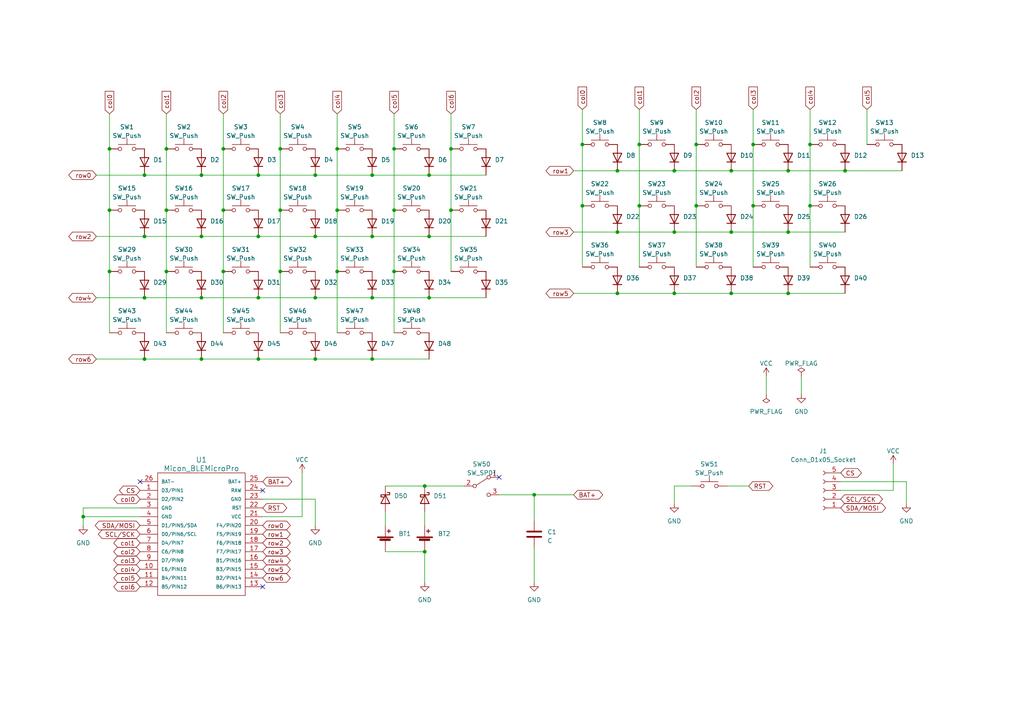
<source format=kicad_sch>
(kicad_sch (version 20230121) (generator eeschema)

  (uuid 6f59cb56-7d85-47bf-9784-8d6ac3969dce)

  (paper "A4")

  (lib_symbols
    (symbol "Connector:Conn_01x05_Socket" (pin_names (offset 1.016) hide) (in_bom yes) (on_board yes)
      (property "Reference" "J" (at 0 7.62 0)
        (effects (font (size 1.27 1.27)))
      )
      (property "Value" "Conn_01x05_Socket" (at 0 -7.62 0)
        (effects (font (size 1.27 1.27)))
      )
      (property "Footprint" "" (at 0 0 0)
        (effects (font (size 1.27 1.27)) hide)
      )
      (property "Datasheet" "~" (at 0 0 0)
        (effects (font (size 1.27 1.27)) hide)
      )
      (property "ki_locked" "" (at 0 0 0)
        (effects (font (size 1.27 1.27)))
      )
      (property "ki_keywords" "connector" (at 0 0 0)
        (effects (font (size 1.27 1.27)) hide)
      )
      (property "ki_description" "Generic connector, single row, 01x05, script generated" (at 0 0 0)
        (effects (font (size 1.27 1.27)) hide)
      )
      (property "ki_fp_filters" "Connector*:*_1x??_*" (at 0 0 0)
        (effects (font (size 1.27 1.27)) hide)
      )
      (symbol "Conn_01x05_Socket_1_1"
        (arc (start 0 -4.572) (mid -0.5058 -5.08) (end 0 -5.588)
          (stroke (width 0.1524) (type default))
          (fill (type none))
        )
        (arc (start 0 -2.032) (mid -0.5058 -2.54) (end 0 -3.048)
          (stroke (width 0.1524) (type default))
          (fill (type none))
        )
        (polyline
          (pts
            (xy -1.27 -5.08)
            (xy -0.508 -5.08)
          )
          (stroke (width 0.1524) (type default))
          (fill (type none))
        )
        (polyline
          (pts
            (xy -1.27 -2.54)
            (xy -0.508 -2.54)
          )
          (stroke (width 0.1524) (type default))
          (fill (type none))
        )
        (polyline
          (pts
            (xy -1.27 0)
            (xy -0.508 0)
          )
          (stroke (width 0.1524) (type default))
          (fill (type none))
        )
        (polyline
          (pts
            (xy -1.27 2.54)
            (xy -0.508 2.54)
          )
          (stroke (width 0.1524) (type default))
          (fill (type none))
        )
        (polyline
          (pts
            (xy -1.27 5.08)
            (xy -0.508 5.08)
          )
          (stroke (width 0.1524) (type default))
          (fill (type none))
        )
        (arc (start 0 0.508) (mid -0.5058 0) (end 0 -0.508)
          (stroke (width 0.1524) (type default))
          (fill (type none))
        )
        (arc (start 0 3.048) (mid -0.5058 2.54) (end 0 2.032)
          (stroke (width 0.1524) (type default))
          (fill (type none))
        )
        (arc (start 0 5.588) (mid -0.5058 5.08) (end 0 4.572)
          (stroke (width 0.1524) (type default))
          (fill (type none))
        )
        (pin passive line (at -5.08 5.08 0) (length 3.81)
          (name "Pin_1" (effects (font (size 1.27 1.27))))
          (number "1" (effects (font (size 1.27 1.27))))
        )
        (pin passive line (at -5.08 2.54 0) (length 3.81)
          (name "Pin_2" (effects (font (size 1.27 1.27))))
          (number "2" (effects (font (size 1.27 1.27))))
        )
        (pin passive line (at -5.08 0 0) (length 3.81)
          (name "Pin_3" (effects (font (size 1.27 1.27))))
          (number "3" (effects (font (size 1.27 1.27))))
        )
        (pin passive line (at -5.08 -2.54 0) (length 3.81)
          (name "Pin_4" (effects (font (size 1.27 1.27))))
          (number "4" (effects (font (size 1.27 1.27))))
        )
        (pin passive line (at -5.08 -5.08 0) (length 3.81)
          (name "Pin_5" (effects (font (size 1.27 1.27))))
          (number "5" (effects (font (size 1.27 1.27))))
        )
      )
    )
    (symbol "Device:Battery_Cell" (pin_numbers hide) (pin_names (offset 0) hide) (in_bom yes) (on_board yes)
      (property "Reference" "BT" (at 2.54 2.54 0)
        (effects (font (size 1.27 1.27)) (justify left))
      )
      (property "Value" "Battery_Cell" (at 2.54 0 0)
        (effects (font (size 1.27 1.27)) (justify left))
      )
      (property "Footprint" "" (at 0 1.524 90)
        (effects (font (size 1.27 1.27)) hide)
      )
      (property "Datasheet" "~" (at 0 1.524 90)
        (effects (font (size 1.27 1.27)) hide)
      )
      (property "ki_keywords" "battery cell" (at 0 0 0)
        (effects (font (size 1.27 1.27)) hide)
      )
      (property "ki_description" "Single-cell battery" (at 0 0 0)
        (effects (font (size 1.27 1.27)) hide)
      )
      (symbol "Battery_Cell_0_1"
        (rectangle (start -2.286 1.778) (end 2.286 1.524)
          (stroke (width 0) (type default))
          (fill (type outline))
        )
        (rectangle (start -1.5748 1.1938) (end 1.4732 0.6858)
          (stroke (width 0) (type default))
          (fill (type outline))
        )
        (polyline
          (pts
            (xy 0 0.762)
            (xy 0 0)
          )
          (stroke (width 0) (type default))
          (fill (type none))
        )
        (polyline
          (pts
            (xy 0 1.778)
            (xy 0 2.54)
          )
          (stroke (width 0) (type default))
          (fill (type none))
        )
        (polyline
          (pts
            (xy 0.508 3.429)
            (xy 1.524 3.429)
          )
          (stroke (width 0.254) (type default))
          (fill (type none))
        )
        (polyline
          (pts
            (xy 1.016 3.937)
            (xy 1.016 2.921)
          )
          (stroke (width 0.254) (type default))
          (fill (type none))
        )
      )
      (symbol "Battery_Cell_1_1"
        (pin passive line (at 0 5.08 270) (length 2.54)
          (name "+" (effects (font (size 1.27 1.27))))
          (number "1" (effects (font (size 1.27 1.27))))
        )
        (pin passive line (at 0 -2.54 90) (length 2.54)
          (name "-" (effects (font (size 1.27 1.27))))
          (number "2" (effects (font (size 1.27 1.27))))
        )
      )
    )
    (symbol "Device:C" (pin_numbers hide) (pin_names (offset 0.254)) (in_bom yes) (on_board yes)
      (property "Reference" "C" (at 0.635 2.54 0)
        (effects (font (size 1.27 1.27)) (justify left))
      )
      (property "Value" "C" (at 0.635 -2.54 0)
        (effects (font (size 1.27 1.27)) (justify left))
      )
      (property "Footprint" "" (at 0.9652 -3.81 0)
        (effects (font (size 1.27 1.27)) hide)
      )
      (property "Datasheet" "~" (at 0 0 0)
        (effects (font (size 1.27 1.27)) hide)
      )
      (property "ki_keywords" "cap capacitor" (at 0 0 0)
        (effects (font (size 1.27 1.27)) hide)
      )
      (property "ki_description" "Unpolarized capacitor" (at 0 0 0)
        (effects (font (size 1.27 1.27)) hide)
      )
      (property "ki_fp_filters" "C_*" (at 0 0 0)
        (effects (font (size 1.27 1.27)) hide)
      )
      (symbol "C_0_1"
        (polyline
          (pts
            (xy -2.032 -0.762)
            (xy 2.032 -0.762)
          )
          (stroke (width 0.508) (type default))
          (fill (type none))
        )
        (polyline
          (pts
            (xy -2.032 0.762)
            (xy 2.032 0.762)
          )
          (stroke (width 0.508) (type default))
          (fill (type none))
        )
      )
      (symbol "C_1_1"
        (pin passive line (at 0 3.81 270) (length 2.794)
          (name "~" (effects (font (size 1.27 1.27))))
          (number "1" (effects (font (size 1.27 1.27))))
        )
        (pin passive line (at 0 -3.81 90) (length 2.794)
          (name "~" (effects (font (size 1.27 1.27))))
          (number "2" (effects (font (size 1.27 1.27))))
        )
      )
    )
    (symbol "Device:D_Schottky" (pin_numbers hide) (pin_names (offset 1.016) hide) (in_bom yes) (on_board yes)
      (property "Reference" "D" (at 0 2.54 0)
        (effects (font (size 1.27 1.27)))
      )
      (property "Value" "D_Schottky" (at 0 -2.54 0)
        (effects (font (size 1.27 1.27)))
      )
      (property "Footprint" "" (at 0 0 0)
        (effects (font (size 1.27 1.27)) hide)
      )
      (property "Datasheet" "~" (at 0 0 0)
        (effects (font (size 1.27 1.27)) hide)
      )
      (property "ki_keywords" "diode Schottky" (at 0 0 0)
        (effects (font (size 1.27 1.27)) hide)
      )
      (property "ki_description" "Schottky diode" (at 0 0 0)
        (effects (font (size 1.27 1.27)) hide)
      )
      (property "ki_fp_filters" "TO-???* *_Diode_* *SingleDiode* D_*" (at 0 0 0)
        (effects (font (size 1.27 1.27)) hide)
      )
      (symbol "D_Schottky_0_1"
        (polyline
          (pts
            (xy 1.27 0)
            (xy -1.27 0)
          )
          (stroke (width 0) (type default))
          (fill (type none))
        )
        (polyline
          (pts
            (xy 1.27 1.27)
            (xy 1.27 -1.27)
            (xy -1.27 0)
            (xy 1.27 1.27)
          )
          (stroke (width 0.254) (type default))
          (fill (type none))
        )
        (polyline
          (pts
            (xy -1.905 0.635)
            (xy -1.905 1.27)
            (xy -1.27 1.27)
            (xy -1.27 -1.27)
            (xy -0.635 -1.27)
            (xy -0.635 -0.635)
          )
          (stroke (width 0.254) (type default))
          (fill (type none))
        )
      )
      (symbol "D_Schottky_1_1"
        (pin passive line (at -3.81 0 0) (length 2.54)
          (name "K" (effects (font (size 1.27 1.27))))
          (number "1" (effects (font (size 1.27 1.27))))
        )
        (pin passive line (at 3.81 0 180) (length 2.54)
          (name "A" (effects (font (size 1.27 1.27))))
          (number "2" (effects (font (size 1.27 1.27))))
        )
      )
    )
    (symbol "Diode:1N4001" (pin_numbers hide) (pin_names hide) (in_bom yes) (on_board yes)
      (property "Reference" "D" (at 0 2.54 0)
        (effects (font (size 1.27 1.27)))
      )
      (property "Value" "1N4001" (at 0 -2.54 0)
        (effects (font (size 1.27 1.27)))
      )
      (property "Footprint" "Diode_THT:D_DO-41_SOD81_P10.16mm_Horizontal" (at 0 0 0)
        (effects (font (size 1.27 1.27)) hide)
      )
      (property "Datasheet" "http://www.vishay.com/docs/88503/1n4001.pdf" (at 0 0 0)
        (effects (font (size 1.27 1.27)) hide)
      )
      (property "Sim.Device" "D" (at 0 0 0)
        (effects (font (size 1.27 1.27)) hide)
      )
      (property "Sim.Pins" "1=K 2=A" (at 0 0 0)
        (effects (font (size 1.27 1.27)) hide)
      )
      (property "ki_keywords" "diode" (at 0 0 0)
        (effects (font (size 1.27 1.27)) hide)
      )
      (property "ki_description" "50V 1A General Purpose Rectifier Diode, DO-41" (at 0 0 0)
        (effects (font (size 1.27 1.27)) hide)
      )
      (property "ki_fp_filters" "D*DO?41*" (at 0 0 0)
        (effects (font (size 1.27 1.27)) hide)
      )
      (symbol "1N4001_0_1"
        (polyline
          (pts
            (xy -1.27 1.27)
            (xy -1.27 -1.27)
          )
          (stroke (width 0.254) (type default))
          (fill (type none))
        )
        (polyline
          (pts
            (xy 1.27 0)
            (xy -1.27 0)
          )
          (stroke (width 0) (type default))
          (fill (type none))
        )
        (polyline
          (pts
            (xy 1.27 1.27)
            (xy 1.27 -1.27)
            (xy -1.27 0)
            (xy 1.27 1.27)
          )
          (stroke (width 0.254) (type default))
          (fill (type none))
        )
      )
      (symbol "1N4001_1_1"
        (pin passive line (at -3.81 0 0) (length 2.54)
          (name "K" (effects (font (size 1.27 1.27))))
          (number "1" (effects (font (size 1.27 1.27))))
        )
        (pin passive line (at 3.81 0 180) (length 2.54)
          (name "A" (effects (font (size 1.27 1.27))))
          (number "2" (effects (font (size 1.27 1.27))))
        )
      )
    )
    (symbol "Salicylic_kbd:Micon_BLEMicroPro" (pin_names (offset 1.016)) (in_bom yes) (on_board yes)
      (property "Reference" "U" (at 0 26.67 0)
        (effects (font (size 1.524 1.524)))
      )
      (property "Value" "Micon_BLEMicroPro" (at 0 -13.97 0)
        (effects (font (size 1.524 1.524)))
      )
      (property "Footprint" "" (at 2.54 -26.67 0)
        (effects (font (size 1.524 1.524)))
      )
      (property "Datasheet" "" (at 2.54 -26.67 0)
        (effects (font (size 1.524 1.524)))
      )
      (symbol "Micon_BLEMicroPro_0_1"
        (rectangle (start 12.7 24.13) (end -12.7 -11.43)
          (stroke (width 0) (type solid))
          (fill (type none))
        )
      )
      (symbol "Micon_BLEMicroPro_1_1"
        (pin bidirectional line (at -17.78 19.05 0) (length 5.08)
          (name "D3/PIN1" (effects (font (size 0.9906 0.9906))))
          (number "1" (effects (font (size 1.27 1.27))))
        )
        (pin bidirectional line (at -17.78 -3.81 0) (length 5.08)
          (name "E6/PIN10" (effects (font (size 0.9906 0.9906))))
          (number "10" (effects (font (size 1.27 1.27))))
        )
        (pin bidirectional line (at -17.78 -6.35 0) (length 5.08)
          (name "B4/PIN11" (effects (font (size 0.9906 0.9906))))
          (number "11" (effects (font (size 1.27 1.27))))
        )
        (pin bidirectional line (at -17.78 -8.89 0) (length 5.08)
          (name "B5/PIN12" (effects (font (size 0.9906 0.9906))))
          (number "12" (effects (font (size 1.27 1.27))))
        )
        (pin bidirectional line (at 17.78 -8.89 180) (length 5.08)
          (name "B6/PIN13" (effects (font (size 0.9906 0.9906))))
          (number "13" (effects (font (size 1.27 1.27))))
        )
        (pin bidirectional line (at 17.78 -6.35 180) (length 5.08)
          (name "B2/PIN14" (effects (font (size 0.9906 0.9906))))
          (number "14" (effects (font (size 1.27 1.27))))
        )
        (pin bidirectional line (at 17.78 -3.81 180) (length 5.08)
          (name "B3/PIN15" (effects (font (size 0.9906 0.9906))))
          (number "15" (effects (font (size 1.27 1.27))))
        )
        (pin bidirectional line (at 17.78 -1.27 180) (length 5.08)
          (name "B1/PIN16" (effects (font (size 0.9906 0.9906))))
          (number "16" (effects (font (size 1.27 1.27))))
        )
        (pin bidirectional line (at 17.78 1.27 180) (length 5.08)
          (name "F7/PIN17" (effects (font (size 0.9906 0.9906))))
          (number "17" (effects (font (size 1.27 1.27))))
        )
        (pin bidirectional line (at 17.78 3.81 180) (length 5.08)
          (name "F6/PIN18" (effects (font (size 0.9906 0.9906))))
          (number "18" (effects (font (size 1.27 1.27))))
        )
        (pin bidirectional line (at 17.78 6.35 180) (length 5.08)
          (name "F5/PIN19" (effects (font (size 0.9906 0.9906))))
          (number "19" (effects (font (size 1.27 1.27))))
        )
        (pin bidirectional line (at -17.78 16.51 0) (length 5.08)
          (name "D2/PIN2" (effects (font (size 0.9906 0.9906))))
          (number "2" (effects (font (size 1.27 1.27))))
        )
        (pin bidirectional line (at 17.78 8.89 180) (length 5.08)
          (name "F4/PIN20" (effects (font (size 0.9906 0.9906))))
          (number "20" (effects (font (size 1.27 1.27))))
        )
        (pin power_in line (at 17.78 11.43 180) (length 5.08)
          (name "VCC" (effects (font (size 0.9906 0.9906))))
          (number "21" (effects (font (size 1.27 1.27))))
        )
        (pin input line (at 17.78 13.97 180) (length 5.08)
          (name "RST" (effects (font (size 0.9906 0.9906))))
          (number "22" (effects (font (size 1.27 1.27))))
        )
        (pin power_in line (at 17.78 16.51 180) (length 5.08)
          (name "GND" (effects (font (size 0.9906 0.9906))))
          (number "23" (effects (font (size 1.27 1.27))))
        )
        (pin power_out line (at 17.78 19.05 180) (length 5.08)
          (name "RAW" (effects (font (size 0.9906 0.9906))))
          (number "24" (effects (font (size 1.27 1.27))))
        )
        (pin input line (at 17.78 21.59 180) (length 5.08)
          (name "BAT+" (effects (font (size 0.9906 0.9906))))
          (number "25" (effects (font (size 1.27 1.27))))
        )
        (pin input line (at -17.78 21.59 0) (length 5.08)
          (name "BAT-" (effects (font (size 0.9906 0.9906))))
          (number "26" (effects (font (size 1.27 1.27))))
        )
        (pin power_in line (at -17.78 13.97 0) (length 5.08)
          (name "GND" (effects (font (size 0.9906 0.9906))))
          (number "3" (effects (font (size 1.27 1.27))))
        )
        (pin power_in line (at -17.78 11.43 0) (length 5.08)
          (name "GND" (effects (font (size 0.9906 0.9906))))
          (number "4" (effects (font (size 1.27 1.27))))
        )
        (pin bidirectional line (at -17.78 8.89 0) (length 5.08)
          (name "D1/PIN5/SDA" (effects (font (size 0.9906 0.9906))))
          (number "5" (effects (font (size 1.27 1.27))))
        )
        (pin bidirectional line (at -17.78 6.35 0) (length 5.08)
          (name "D0/PIN6/SCL" (effects (font (size 0.9906 0.9906))))
          (number "6" (effects (font (size 1.27 1.27))))
        )
        (pin bidirectional line (at -17.78 3.81 0) (length 5.08)
          (name "D4/PIN7" (effects (font (size 0.9906 0.9906))))
          (number "7" (effects (font (size 1.27 1.27))))
        )
        (pin bidirectional line (at -17.78 1.27 0) (length 5.08)
          (name "C6/PIN8" (effects (font (size 0.9906 0.9906))))
          (number "8" (effects (font (size 1.27 1.27))))
        )
        (pin bidirectional line (at -17.78 -1.27 0) (length 5.08)
          (name "D7/PIN9" (effects (font (size 0.9906 0.9906))))
          (number "9" (effects (font (size 1.27 1.27))))
        )
      )
    )
    (symbol "Switch:SW_Push" (pin_numbers hide) (pin_names (offset 1.016) hide) (in_bom yes) (on_board yes)
      (property "Reference" "SW" (at 1.27 2.54 0)
        (effects (font (size 1.27 1.27)) (justify left))
      )
      (property "Value" "SW_Push" (at 0 -1.524 0)
        (effects (font (size 1.27 1.27)))
      )
      (property "Footprint" "" (at 0 5.08 0)
        (effects (font (size 1.27 1.27)) hide)
      )
      (property "Datasheet" "~" (at 0 5.08 0)
        (effects (font (size 1.27 1.27)) hide)
      )
      (property "ki_keywords" "switch normally-open pushbutton push-button" (at 0 0 0)
        (effects (font (size 1.27 1.27)) hide)
      )
      (property "ki_description" "Push button switch, generic, two pins" (at 0 0 0)
        (effects (font (size 1.27 1.27)) hide)
      )
      (symbol "SW_Push_0_1"
        (circle (center -2.032 0) (radius 0.508)
          (stroke (width 0) (type default))
          (fill (type none))
        )
        (polyline
          (pts
            (xy 0 1.27)
            (xy 0 3.048)
          )
          (stroke (width 0) (type default))
          (fill (type none))
        )
        (polyline
          (pts
            (xy 2.54 1.27)
            (xy -2.54 1.27)
          )
          (stroke (width 0) (type default))
          (fill (type none))
        )
        (circle (center 2.032 0) (radius 0.508)
          (stroke (width 0) (type default))
          (fill (type none))
        )
        (pin passive line (at -5.08 0 0) (length 2.54)
          (name "1" (effects (font (size 1.27 1.27))))
          (number "1" (effects (font (size 1.27 1.27))))
        )
        (pin passive line (at 5.08 0 180) (length 2.54)
          (name "2" (effects (font (size 1.27 1.27))))
          (number "2" (effects (font (size 1.27 1.27))))
        )
      )
    )
    (symbol "Switch:SW_SPDT" (pin_names (offset 0) hide) (in_bom yes) (on_board yes)
      (property "Reference" "SW" (at 0 4.318 0)
        (effects (font (size 1.27 1.27)))
      )
      (property "Value" "SW_SPDT" (at 0 -5.08 0)
        (effects (font (size 1.27 1.27)))
      )
      (property "Footprint" "" (at 0 0 0)
        (effects (font (size 1.27 1.27)) hide)
      )
      (property "Datasheet" "~" (at 0 0 0)
        (effects (font (size 1.27 1.27)) hide)
      )
      (property "ki_keywords" "switch single-pole double-throw spdt ON-ON" (at 0 0 0)
        (effects (font (size 1.27 1.27)) hide)
      )
      (property "ki_description" "Switch, single pole double throw" (at 0 0 0)
        (effects (font (size 1.27 1.27)) hide)
      )
      (symbol "SW_SPDT_0_0"
        (circle (center -2.032 0) (radius 0.508)
          (stroke (width 0) (type default))
          (fill (type none))
        )
        (circle (center 2.032 -2.54) (radius 0.508)
          (stroke (width 0) (type default))
          (fill (type none))
        )
      )
      (symbol "SW_SPDT_0_1"
        (polyline
          (pts
            (xy -1.524 0.254)
            (xy 1.651 2.286)
          )
          (stroke (width 0) (type default))
          (fill (type none))
        )
        (circle (center 2.032 2.54) (radius 0.508)
          (stroke (width 0) (type default))
          (fill (type none))
        )
      )
      (symbol "SW_SPDT_1_1"
        (pin passive line (at 5.08 2.54 180) (length 2.54)
          (name "A" (effects (font (size 1.27 1.27))))
          (number "1" (effects (font (size 1.27 1.27))))
        )
        (pin passive line (at -5.08 0 0) (length 2.54)
          (name "B" (effects (font (size 1.27 1.27))))
          (number "2" (effects (font (size 1.27 1.27))))
        )
        (pin passive line (at 5.08 -2.54 180) (length 2.54)
          (name "C" (effects (font (size 1.27 1.27))))
          (number "3" (effects (font (size 1.27 1.27))))
        )
      )
    )
    (symbol "power:GND" (power) (pin_names (offset 0)) (in_bom yes) (on_board yes)
      (property "Reference" "#PWR" (at 0 -6.35 0)
        (effects (font (size 1.27 1.27)) hide)
      )
      (property "Value" "GND" (at 0 -3.81 0)
        (effects (font (size 1.27 1.27)))
      )
      (property "Footprint" "" (at 0 0 0)
        (effects (font (size 1.27 1.27)) hide)
      )
      (property "Datasheet" "" (at 0 0 0)
        (effects (font (size 1.27 1.27)) hide)
      )
      (property "ki_keywords" "global power" (at 0 0 0)
        (effects (font (size 1.27 1.27)) hide)
      )
      (property "ki_description" "Power symbol creates a global label with name \"GND\" , ground" (at 0 0 0)
        (effects (font (size 1.27 1.27)) hide)
      )
      (symbol "GND_0_1"
        (polyline
          (pts
            (xy 0 0)
            (xy 0 -1.27)
            (xy 1.27 -1.27)
            (xy 0 -2.54)
            (xy -1.27 -1.27)
            (xy 0 -1.27)
          )
          (stroke (width 0) (type default))
          (fill (type none))
        )
      )
      (symbol "GND_1_1"
        (pin power_in line (at 0 0 270) (length 0) hide
          (name "GND" (effects (font (size 1.27 1.27))))
          (number "1" (effects (font (size 1.27 1.27))))
        )
      )
    )
    (symbol "power:PWR_FLAG" (power) (pin_numbers hide) (pin_names (offset 0) hide) (in_bom yes) (on_board yes)
      (property "Reference" "#FLG" (at 0 1.905 0)
        (effects (font (size 1.27 1.27)) hide)
      )
      (property "Value" "PWR_FLAG" (at 0 3.81 0)
        (effects (font (size 1.27 1.27)))
      )
      (property "Footprint" "" (at 0 0 0)
        (effects (font (size 1.27 1.27)) hide)
      )
      (property "Datasheet" "~" (at 0 0 0)
        (effects (font (size 1.27 1.27)) hide)
      )
      (property "ki_keywords" "flag power" (at 0 0 0)
        (effects (font (size 1.27 1.27)) hide)
      )
      (property "ki_description" "Special symbol for telling ERC where power comes from" (at 0 0 0)
        (effects (font (size 1.27 1.27)) hide)
      )
      (symbol "PWR_FLAG_0_0"
        (pin power_out line (at 0 0 90) (length 0)
          (name "pwr" (effects (font (size 1.27 1.27))))
          (number "1" (effects (font (size 1.27 1.27))))
        )
      )
      (symbol "PWR_FLAG_0_1"
        (polyline
          (pts
            (xy 0 0)
            (xy 0 1.27)
            (xy -1.016 1.905)
            (xy 0 2.54)
            (xy 1.016 1.905)
            (xy 0 1.27)
          )
          (stroke (width 0) (type default))
          (fill (type none))
        )
      )
    )
    (symbol "power:VCC" (power) (pin_names (offset 0)) (in_bom yes) (on_board yes)
      (property "Reference" "#PWR" (at 0 -3.81 0)
        (effects (font (size 1.27 1.27)) hide)
      )
      (property "Value" "VCC" (at 0 3.81 0)
        (effects (font (size 1.27 1.27)))
      )
      (property "Footprint" "" (at 0 0 0)
        (effects (font (size 1.27 1.27)) hide)
      )
      (property "Datasheet" "" (at 0 0 0)
        (effects (font (size 1.27 1.27)) hide)
      )
      (property "ki_keywords" "global power" (at 0 0 0)
        (effects (font (size 1.27 1.27)) hide)
      )
      (property "ki_description" "Power symbol creates a global label with name \"VCC\"" (at 0 0 0)
        (effects (font (size 1.27 1.27)) hide)
      )
      (symbol "VCC_0_1"
        (polyline
          (pts
            (xy -0.762 1.27)
            (xy 0 2.54)
          )
          (stroke (width 0) (type default))
          (fill (type none))
        )
        (polyline
          (pts
            (xy 0 0)
            (xy 0 2.54)
          )
          (stroke (width 0) (type default))
          (fill (type none))
        )
        (polyline
          (pts
            (xy 0 2.54)
            (xy 0.762 1.27)
          )
          (stroke (width 0) (type default))
          (fill (type none))
        )
      )
      (symbol "VCC_1_1"
        (pin power_in line (at 0 0 90) (length 0) hide
          (name "VCC" (effects (font (size 1.27 1.27))))
          (number "1" (effects (font (size 1.27 1.27))))
        )
      )
    )
  )

  (junction (at 58.42 50.8) (diameter 0) (color 0 0 0 0)
    (uuid 0006f344-6141-455e-9426-ada69721d7be)
  )
  (junction (at 212.09 49.53) (diameter 0) (color 0 0 0 0)
    (uuid 033d4eb0-9e77-485e-895a-bb33c0ee37af)
  )
  (junction (at 195.58 67.31) (diameter 0) (color 0 0 0 0)
    (uuid 0707db43-9b6a-4051-87b9-66498747d2e3)
  )
  (junction (at 124.46 50.8) (diameter 0) (color 0 0 0 0)
    (uuid 17aad971-3d8d-42f5-95a3-0b2a0b0fbe57)
  )
  (junction (at 114.3 78.74) (diameter 0) (color 0 0 0 0)
    (uuid 17f1e48f-fdca-4201-b7af-24cf6e7945e8)
  )
  (junction (at 212.09 67.31) (diameter 0) (color 0 0 0 0)
    (uuid 1d6153ac-c55b-4710-adbc-a47794557a4c)
  )
  (junction (at 81.28 60.96) (diameter 0) (color 0 0 0 0)
    (uuid 20bbcefb-5baf-4ce1-ab7b-3f63f1e62819)
  )
  (junction (at 74.93 68.58) (diameter 0) (color 0 0 0 0)
    (uuid 276cf42b-5c51-45dc-9334-a94e29bc56b4)
  )
  (junction (at 58.42 86.36) (diameter 0) (color 0 0 0 0)
    (uuid 27c86d36-04f1-475f-99bf-463f36621742)
  )
  (junction (at 185.42 41.91) (diameter 0) (color 0 0 0 0)
    (uuid 2d8f8057-eda4-43f3-852e-6753f28d90a8)
  )
  (junction (at 97.79 60.96) (diameter 0) (color 0 0 0 0)
    (uuid 2da140ae-03ab-4b71-9913-75a8e7765afe)
  )
  (junction (at 97.79 78.74) (diameter 0) (color 0 0 0 0)
    (uuid 344e4de6-b414-49b7-838c-9587ae013191)
  )
  (junction (at 24.13 149.86) (diameter 0) (color 0 0 0 0)
    (uuid 35770f0e-c50c-4f0c-8549-47d9649d1d0b)
  )
  (junction (at 48.26 43.18) (diameter 0) (color 0 0 0 0)
    (uuid 3e08e5d9-2df9-4e76-a735-91168b8ed2f0)
  )
  (junction (at 114.3 43.18) (diameter 0) (color 0 0 0 0)
    (uuid 42dd3436-5272-4b17-9050-df4498af0dc5)
  )
  (junction (at 41.91 104.14) (diameter 0) (color 0 0 0 0)
    (uuid 46b525a7-0a86-4b9b-b814-e2c2e50e1adf)
  )
  (junction (at 228.6 85.09) (diameter 0) (color 0 0 0 0)
    (uuid 4a4df70b-7f6b-425d-9ca5-2cdea467687a)
  )
  (junction (at 91.44 50.8) (diameter 0) (color 0 0 0 0)
    (uuid 4b8da3c5-f78d-4c05-bd60-8905a4b6864e)
  )
  (junction (at 31.75 78.74) (diameter 0) (color 0 0 0 0)
    (uuid 4d8b670c-20e7-4778-ab73-49007339c7ef)
  )
  (junction (at 201.93 59.69) (diameter 0) (color 0 0 0 0)
    (uuid 53cee395-5812-4df4-a10e-1b217738f530)
  )
  (junction (at 81.28 43.18) (diameter 0) (color 0 0 0 0)
    (uuid 53e2b02f-0779-4ade-9c4d-af8ee630d8aa)
  )
  (junction (at 74.93 50.8) (diameter 0) (color 0 0 0 0)
    (uuid 5cb888e4-b874-44d6-9013-946aa9b236ef)
  )
  (junction (at 228.6 49.53) (diameter 0) (color 0 0 0 0)
    (uuid 5e186eb0-8899-4e24-af05-1f88c701511d)
  )
  (junction (at 91.44 68.58) (diameter 0) (color 0 0 0 0)
    (uuid 60e610d8-bfbf-4467-8256-916853d3725a)
  )
  (junction (at 31.75 60.96) (diameter 0) (color 0 0 0 0)
    (uuid 691121d4-d08b-4386-b8b4-b3e4abf32b24)
  )
  (junction (at 228.6 67.31) (diameter 0) (color 0 0 0 0)
    (uuid 6b531942-3347-45cf-b5d2-21820874e0fb)
  )
  (junction (at 107.95 68.58) (diameter 0) (color 0 0 0 0)
    (uuid 6eeaed34-d083-4dae-aab4-627758310c6c)
  )
  (junction (at 195.58 85.09) (diameter 0) (color 0 0 0 0)
    (uuid 70d2ffe6-298a-4b06-b29e-9420e6d8e4a7)
  )
  (junction (at 41.91 68.58) (diameter 0) (color 0 0 0 0)
    (uuid 7116e7d8-04ab-4530-9fd8-1fe6104cef01)
  )
  (junction (at 212.09 85.09) (diameter 0) (color 0 0 0 0)
    (uuid 72c71099-b77a-4809-8ba3-0d7fd1aa4759)
  )
  (junction (at 64.77 60.96) (diameter 0) (color 0 0 0 0)
    (uuid 73000d2d-ba0c-485d-8ae3-c99ed5749dd8)
  )
  (junction (at 201.93 41.91) (diameter 0) (color 0 0 0 0)
    (uuid 73cf2536-23f7-4176-8122-686ecd5189a2)
  )
  (junction (at 74.93 86.36) (diameter 0) (color 0 0 0 0)
    (uuid 749df1fb-4a61-4b49-a0f1-ea1dca69220b)
  )
  (junction (at 107.95 50.8) (diameter 0) (color 0 0 0 0)
    (uuid 7aeadb8d-a3ac-43e0-9315-0c66a40020b2)
  )
  (junction (at 130.81 43.18) (diameter 0) (color 0 0 0 0)
    (uuid 7e0c6f79-038d-4c0d-8205-e76a185d8aff)
  )
  (junction (at 114.3 60.96) (diameter 0) (color 0 0 0 0)
    (uuid 7eba32d0-9382-4cfb-a167-9c488a090a4a)
  )
  (junction (at 168.91 41.91) (diameter 0) (color 0 0 0 0)
    (uuid 83cefe66-6bd2-47a0-bcb0-e35971732a2a)
  )
  (junction (at 74.93 104.14) (diameter 0) (color 0 0 0 0)
    (uuid 87e365c7-81bc-4336-ab9a-578b3336476d)
  )
  (junction (at 124.46 68.58) (diameter 0) (color 0 0 0 0)
    (uuid 88285834-ef55-41b1-afaf-2c404a54e8b0)
  )
  (junction (at 107.95 104.14) (diameter 0) (color 0 0 0 0)
    (uuid 8c22f941-6016-43bd-984e-47988fa73d6d)
  )
  (junction (at 185.42 59.69) (diameter 0) (color 0 0 0 0)
    (uuid 8dfd7e8f-70b6-4fa7-88c5-b7f1015f4271)
  )
  (junction (at 97.79 43.18) (diameter 0) (color 0 0 0 0)
    (uuid 8e23d318-07e2-4206-9997-b1cff5d32892)
  )
  (junction (at 31.75 43.18) (diameter 0) (color 0 0 0 0)
    (uuid 8e802890-7b13-472d-8a58-6698d84ced18)
  )
  (junction (at 168.91 59.69) (diameter 0) (color 0 0 0 0)
    (uuid 909fa812-c4a2-4bfa-b6c0-f51276ce282c)
  )
  (junction (at 48.26 78.74) (diameter 0) (color 0 0 0 0)
    (uuid 94df6088-894b-4983-92df-3400e618c335)
  )
  (junction (at 64.77 43.18) (diameter 0) (color 0 0 0 0)
    (uuid 96b377ae-af77-41f3-8e12-2185f48f3830)
  )
  (junction (at 195.58 49.53) (diameter 0) (color 0 0 0 0)
    (uuid 96c1ca91-d64b-4c0a-8298-47086215dcd0)
  )
  (junction (at 123.19 160.02) (diameter 0) (color 0 0 0 0)
    (uuid 9926e09d-2505-4b7b-a64b-f328a62bb8e9)
  )
  (junction (at 245.11 49.53) (diameter 0) (color 0 0 0 0)
    (uuid 9e748b7b-13bc-4611-82a6-64a510c87f21)
  )
  (junction (at 234.95 41.91) (diameter 0) (color 0 0 0 0)
    (uuid 9ed30703-df3e-438b-b817-ae4ac006f45d)
  )
  (junction (at 48.26 60.96) (diameter 0) (color 0 0 0 0)
    (uuid a523d027-3089-40c3-9376-43dfbb952ece)
  )
  (junction (at 234.95 59.69) (diameter 0) (color 0 0 0 0)
    (uuid a63fee09-fd2b-4a79-b6be-46745179b8c5)
  )
  (junction (at 124.46 86.36) (diameter 0) (color 0 0 0 0)
    (uuid aa0188f6-f295-466a-bd43-273770ae526f)
  )
  (junction (at 154.94 143.51) (diameter 0) (color 0 0 0 0)
    (uuid aa4254a9-fe59-4ea6-b05e-d2d82d9016c5)
  )
  (junction (at 64.77 78.74) (diameter 0) (color 0 0 0 0)
    (uuid b6678b2a-d3dd-4142-8374-9a4702333f9c)
  )
  (junction (at 179.07 67.31) (diameter 0) (color 0 0 0 0)
    (uuid b8da240a-454b-4b14-8466-7353f13a6d35)
  )
  (junction (at 218.44 41.91) (diameter 0) (color 0 0 0 0)
    (uuid c5721eba-36fd-41de-b940-d5d8fe0fa776)
  )
  (junction (at 218.44 59.69) (diameter 0) (color 0 0 0 0)
    (uuid c603fbc6-e4ba-4645-869f-64d6c7bda5c5)
  )
  (junction (at 130.81 60.96) (diameter 0) (color 0 0 0 0)
    (uuid c6debbb3-13b5-4a46-929e-ae659c9b4687)
  )
  (junction (at 58.42 68.58) (diameter 0) (color 0 0 0 0)
    (uuid c8d1677b-ec2d-4f9d-a3b8-50110e74a947)
  )
  (junction (at 58.42 104.14) (diameter 0) (color 0 0 0 0)
    (uuid c99d49b5-1187-47ef-898d-6d0b37f93974)
  )
  (junction (at 91.44 104.14) (diameter 0) (color 0 0 0 0)
    (uuid cb3e3683-ea39-406b-a771-b78cad45303a)
  )
  (junction (at 81.28 78.74) (diameter 0) (color 0 0 0 0)
    (uuid cb90f1b5-ceb0-42c1-9080-f84d1d70b247)
  )
  (junction (at 41.91 86.36) (diameter 0) (color 0 0 0 0)
    (uuid d0793042-d9d2-4f6e-ae33-422710360cec)
  )
  (junction (at 179.07 85.09) (diameter 0) (color 0 0 0 0)
    (uuid d3226ae3-092f-4fdd-a335-bf5ab987ec7e)
  )
  (junction (at 41.91 50.8) (diameter 0) (color 0 0 0 0)
    (uuid d966c10a-bcde-4c44-82c1-5952b471e944)
  )
  (junction (at 179.07 49.53) (diameter 0) (color 0 0 0 0)
    (uuid dc4e69b5-7734-4052-980e-c97b428f41b4)
  )
  (junction (at 123.19 140.97) (diameter 0) (color 0 0 0 0)
    (uuid e2bf8109-fbd5-45aa-9b5b-57604629fc7c)
  )
  (junction (at 91.44 86.36) (diameter 0) (color 0 0 0 0)
    (uuid e9b7b651-2bff-43cd-8cfa-35bf1b2307c3)
  )
  (junction (at 107.95 86.36) (diameter 0) (color 0 0 0 0)
    (uuid ecf41526-a016-4d5c-b7a1-884dfa3abb31)
  )

  (no_connect (at 40.64 139.7) (uuid 016c6dc9-adf9-4f74-9587-0fd91eeed05f))
  (no_connect (at 144.78 138.43) (uuid 387524ee-dea9-41f9-80a5-a802156ec616))
  (no_connect (at 76.2 142.24) (uuid 486351c9-f611-49b4-b78c-06c0d0375ecd))
  (no_connect (at 76.2 170.18) (uuid ed7142ab-e52a-4464-9a57-435e0aa39d21))

  (wire (pts (xy 91.44 68.58) (xy 107.95 68.58))
    (stroke (width 0) (type default))
    (uuid 058adca1-ffe6-4520-a378-373bb85e55f8)
  )
  (wire (pts (xy 234.95 59.69) (xy 234.95 77.47))
    (stroke (width 0) (type default))
    (uuid 062eef0e-339f-4e88-b545-b9edd162a515)
  )
  (wire (pts (xy 166.37 85.09) (xy 179.07 85.09))
    (stroke (width 0) (type default))
    (uuid 0a81c4bd-42d8-45f3-9659-fe168ea0a10f)
  )
  (wire (pts (xy 251.46 31.75) (xy 251.46 41.91))
    (stroke (width 0) (type default))
    (uuid 0d6be481-dac0-4142-8465-0b93ef482126)
  )
  (wire (pts (xy 111.76 152.4) (xy 111.76 148.59))
    (stroke (width 0) (type default))
    (uuid 0e21e62c-ddf8-4469-bf44-52ceede9b327)
  )
  (wire (pts (xy 144.78 143.51) (xy 154.94 143.51))
    (stroke (width 0) (type default))
    (uuid 11f34383-451d-467e-a309-0c07efcc5217)
  )
  (wire (pts (xy 24.13 149.86) (xy 24.13 152.4))
    (stroke (width 0) (type default))
    (uuid 122bb691-8689-4d05-b619-2b3958b38f62)
  )
  (wire (pts (xy 166.37 49.53) (xy 179.07 49.53))
    (stroke (width 0) (type default))
    (uuid 1825dea5-f11b-4d9d-9449-01d5ab34ca3b)
  )
  (wire (pts (xy 31.75 78.74) (xy 31.75 96.52))
    (stroke (width 0) (type default))
    (uuid 1854f228-2002-4cae-982b-2e75c5956818)
  )
  (wire (pts (xy 262.89 146.05) (xy 262.89 139.7))
    (stroke (width 0) (type default))
    (uuid 1cd8ebc0-3df8-4a29-9161-1f46b9928d25)
  )
  (wire (pts (xy 27.94 68.58) (xy 41.91 68.58))
    (stroke (width 0) (type default))
    (uuid 2021594d-46ac-41b7-b552-2087c1e9add6)
  )
  (wire (pts (xy 24.13 147.32) (xy 24.13 149.86))
    (stroke (width 0) (type default))
    (uuid 211b0b59-2930-41e2-a0a0-d3c8e951469e)
  )
  (wire (pts (xy 123.19 160.02) (xy 123.19 168.91))
    (stroke (width 0) (type default))
    (uuid 21361fe2-000b-4ecd-a42e-475f38dbceb1)
  )
  (wire (pts (xy 259.08 142.24) (xy 243.84 142.24))
    (stroke (width 0) (type default))
    (uuid 219a1b7a-25a2-4395-b72d-c609cfa3b2de)
  )
  (wire (pts (xy 124.46 50.8) (xy 140.97 50.8))
    (stroke (width 0) (type default))
    (uuid 23e42b99-0f8b-4c3f-bbb1-0ce7fdff8751)
  )
  (wire (pts (xy 195.58 49.53) (xy 212.09 49.53))
    (stroke (width 0) (type default))
    (uuid 26c37172-c5dd-4f5d-9461-83466680ef97)
  )
  (wire (pts (xy 185.42 41.91) (xy 185.42 59.69))
    (stroke (width 0) (type default))
    (uuid 28f7897e-2fad-4ce4-a70d-ace87f89ec40)
  )
  (wire (pts (xy 124.46 86.36) (xy 140.97 86.36))
    (stroke (width 0) (type default))
    (uuid 30661d07-12b6-4a32-827b-cc920d84c1a5)
  )
  (wire (pts (xy 130.81 60.96) (xy 130.81 78.74))
    (stroke (width 0) (type default))
    (uuid 32f8ffcf-3c8e-4bbc-9edd-d96c43d44ff6)
  )
  (wire (pts (xy 201.93 41.91) (xy 201.93 59.69))
    (stroke (width 0) (type default))
    (uuid 37be2dcc-b483-4188-a225-bb239c153012)
  )
  (wire (pts (xy 81.28 33.02) (xy 81.28 43.18))
    (stroke (width 0) (type default))
    (uuid 3835ca39-f9f7-45e6-8488-e4e140ee0193)
  )
  (wire (pts (xy 41.91 104.14) (xy 58.42 104.14))
    (stroke (width 0) (type default))
    (uuid 3a67d684-d693-4167-9244-6333ec73ebfd)
  )
  (wire (pts (xy 41.91 50.8) (xy 58.42 50.8))
    (stroke (width 0) (type default))
    (uuid 426924e8-99b5-4ae0-896c-b57586c633ff)
  )
  (wire (pts (xy 111.76 160.02) (xy 123.19 160.02))
    (stroke (width 0) (type default))
    (uuid 42a406d1-866f-42c0-b35e-5996a4d620b7)
  )
  (wire (pts (xy 114.3 33.02) (xy 114.3 43.18))
    (stroke (width 0) (type default))
    (uuid 45387636-e097-4164-a52e-328fb4ba2edc)
  )
  (wire (pts (xy 179.07 67.31) (xy 195.58 67.31))
    (stroke (width 0) (type default))
    (uuid 453d4e9f-b46b-4302-9597-65518ef04bda)
  )
  (wire (pts (xy 91.44 104.14) (xy 107.95 104.14))
    (stroke (width 0) (type default))
    (uuid 4594fdaa-f293-487e-9761-f1f7d298c61e)
  )
  (wire (pts (xy 185.42 31.75) (xy 185.42 41.91))
    (stroke (width 0) (type default))
    (uuid 45b0feda-dd38-4ac3-bb36-ee8c0034ca13)
  )
  (wire (pts (xy 195.58 85.09) (xy 212.09 85.09))
    (stroke (width 0) (type default))
    (uuid 462c2a4b-3048-4d01-9be0-5a7e6bf06797)
  )
  (wire (pts (xy 97.79 43.18) (xy 97.79 60.96))
    (stroke (width 0) (type default))
    (uuid 4693f537-fb92-47bb-b3f1-e20ac68ec8cc)
  )
  (wire (pts (xy 228.6 85.09) (xy 245.11 85.09))
    (stroke (width 0) (type default))
    (uuid 489160dd-dd1d-49d4-8bf9-e1623de577f8)
  )
  (wire (pts (xy 259.08 134.62) (xy 259.08 142.24))
    (stroke (width 0) (type default))
    (uuid 4d96d768-0ff2-41bb-990a-8f6bd44cd334)
  )
  (wire (pts (xy 245.11 49.53) (xy 261.62 49.53))
    (stroke (width 0) (type default))
    (uuid 4f8fa17d-749a-46ff-904f-6b7c10675a7b)
  )
  (wire (pts (xy 201.93 31.75) (xy 201.93 41.91))
    (stroke (width 0) (type default))
    (uuid 54b66c27-6e35-4710-b56f-3fe1c48741a8)
  )
  (wire (pts (xy 87.63 149.86) (xy 76.2 149.86))
    (stroke (width 0) (type default))
    (uuid 580649cb-929c-4846-a017-30faae22d5ac)
  )
  (wire (pts (xy 91.44 86.36) (xy 107.95 86.36))
    (stroke (width 0) (type default))
    (uuid 5ac17b9f-776e-4fda-a1b1-771987272e1b)
  )
  (wire (pts (xy 179.07 49.53) (xy 195.58 49.53))
    (stroke (width 0) (type default))
    (uuid 5ad6c39a-ee1e-466e-8b1e-e9cddedc3f34)
  )
  (wire (pts (xy 74.93 86.36) (xy 91.44 86.36))
    (stroke (width 0) (type default))
    (uuid 5ae8e2f9-694b-4e16-ac2f-b5b73b466072)
  )
  (wire (pts (xy 195.58 67.31) (xy 212.09 67.31))
    (stroke (width 0) (type default))
    (uuid 5d65e0c7-9f0f-43d6-895b-7f81bf20f8fa)
  )
  (wire (pts (xy 74.93 104.14) (xy 91.44 104.14))
    (stroke (width 0) (type default))
    (uuid 5fb79833-a2a0-4b31-92fb-71e1ada2311e)
  )
  (wire (pts (xy 81.28 78.74) (xy 81.28 96.52))
    (stroke (width 0) (type default))
    (uuid 62c9889c-291b-4a34-bef9-5b3f26659d32)
  )
  (wire (pts (xy 31.75 60.96) (xy 31.75 78.74))
    (stroke (width 0) (type default))
    (uuid 63cb3932-7dac-43c6-a76a-31e957265444)
  )
  (wire (pts (xy 48.26 33.02) (xy 48.26 43.18))
    (stroke (width 0) (type default))
    (uuid 66f67d14-5d3e-4cf7-a6b9-2643b38e6d8f)
  )
  (wire (pts (xy 185.42 59.69) (xy 185.42 77.47))
    (stroke (width 0) (type default))
    (uuid 67110205-f097-4f39-92f9-846afc42e747)
  )
  (wire (pts (xy 76.2 144.78) (xy 91.44 144.78))
    (stroke (width 0) (type default))
    (uuid 671d0af2-95f1-4cca-815f-2c612b73e75b)
  )
  (wire (pts (xy 107.95 68.58) (xy 124.46 68.58))
    (stroke (width 0) (type default))
    (uuid 68333c40-624e-433b-8cb8-d2ebfb0812a1)
  )
  (wire (pts (xy 31.75 33.02) (xy 31.75 43.18))
    (stroke (width 0) (type default))
    (uuid 6a4434c2-b624-44d4-a4ac-b8037aa6157a)
  )
  (wire (pts (xy 179.07 85.09) (xy 195.58 85.09))
    (stroke (width 0) (type default))
    (uuid 6d026d77-a95d-4cce-87af-34e758d15e32)
  )
  (wire (pts (xy 58.42 104.14) (xy 74.93 104.14))
    (stroke (width 0) (type default))
    (uuid 6e2e50fd-a0b2-4b7d-8593-2fed61db6a32)
  )
  (wire (pts (xy 91.44 50.8) (xy 107.95 50.8))
    (stroke (width 0) (type default))
    (uuid 6f90a6a0-4146-4af3-b484-e949e5eda60e)
  )
  (wire (pts (xy 123.19 152.4) (xy 123.19 148.59))
    (stroke (width 0) (type default))
    (uuid 726ee134-3c2b-43b6-af81-581750ccfd5a)
  )
  (wire (pts (xy 31.75 43.18) (xy 31.75 60.96))
    (stroke (width 0) (type default))
    (uuid 735a1484-da81-4693-9399-864985fc64d1)
  )
  (wire (pts (xy 27.94 104.14) (xy 41.91 104.14))
    (stroke (width 0) (type default))
    (uuid 75eb825a-7d47-4ecf-8a86-bc20588c62cc)
  )
  (wire (pts (xy 228.6 49.53) (xy 245.11 49.53))
    (stroke (width 0) (type default))
    (uuid 78d1db67-9c9c-4c81-a9c5-e0e7b4ca07b8)
  )
  (wire (pts (xy 58.42 86.36) (xy 74.93 86.36))
    (stroke (width 0) (type default))
    (uuid 793df1ed-abea-4884-9b05-8c86d0f84e9d)
  )
  (wire (pts (xy 64.77 43.18) (xy 64.77 60.96))
    (stroke (width 0) (type default))
    (uuid 79cf8b75-006b-47ee-8d27-1db17d5c85ce)
  )
  (wire (pts (xy 195.58 146.05) (xy 195.58 140.97))
    (stroke (width 0) (type default))
    (uuid 80c0d64d-f62c-4ab5-8020-029d442d1c1d)
  )
  (wire (pts (xy 97.79 78.74) (xy 97.79 96.52))
    (stroke (width 0) (type default))
    (uuid 8156dc76-99c1-4e5a-b426-822c68f1d5fa)
  )
  (wire (pts (xy 218.44 41.91) (xy 218.44 59.69))
    (stroke (width 0) (type default))
    (uuid 81a082bc-119d-411d-a3e7-da60c7dbc624)
  )
  (wire (pts (xy 81.28 43.18) (xy 81.28 60.96))
    (stroke (width 0) (type default))
    (uuid 8896bdf0-87b2-42ce-be69-d56c38287f56)
  )
  (wire (pts (xy 48.26 43.18) (xy 48.26 60.96))
    (stroke (width 0) (type default))
    (uuid 8dcfabe4-d99c-42b0-9ebd-431cc1d55a59)
  )
  (wire (pts (xy 154.94 143.51) (xy 154.94 151.13))
    (stroke (width 0) (type default))
    (uuid 91ba0e38-f657-445f-858d-c2bddfcf6406)
  )
  (wire (pts (xy 114.3 60.96) (xy 114.3 78.74))
    (stroke (width 0) (type default))
    (uuid 92f49ce7-ac15-4966-8bfe-c13c034e4820)
  )
  (wire (pts (xy 154.94 158.75) (xy 154.94 168.91))
    (stroke (width 0) (type default))
    (uuid 9c63cb51-210c-48be-85cf-118b2f81cd7a)
  )
  (wire (pts (xy 262.89 139.7) (xy 243.84 139.7))
    (stroke (width 0) (type default))
    (uuid 9e1cfd5c-861a-4508-ba6a-e18bbaa11eda)
  )
  (wire (pts (xy 218.44 31.75) (xy 218.44 41.91))
    (stroke (width 0) (type default))
    (uuid 9e61ffc3-c995-4bb1-a556-d420b8121335)
  )
  (wire (pts (xy 228.6 67.31) (xy 245.11 67.31))
    (stroke (width 0) (type default))
    (uuid a4095534-dfbd-4cad-a2e7-a20314107f4b)
  )
  (wire (pts (xy 97.79 60.96) (xy 97.79 78.74))
    (stroke (width 0) (type default))
    (uuid a5022420-a150-4c20-ae81-22446f18cdc8)
  )
  (wire (pts (xy 124.46 68.58) (xy 140.97 68.58))
    (stroke (width 0) (type default))
    (uuid a5172dae-9e27-44b4-aeb0-cfc4beaee6c3)
  )
  (wire (pts (xy 218.44 59.69) (xy 218.44 77.47))
    (stroke (width 0) (type default))
    (uuid a72311cd-fc19-4f77-9c26-0c21c5cf766f)
  )
  (wire (pts (xy 24.13 149.86) (xy 40.64 149.86))
    (stroke (width 0) (type default))
    (uuid a7c7ca3b-a3c8-4b11-ae24-6e0abe272a35)
  )
  (wire (pts (xy 41.91 68.58) (xy 58.42 68.58))
    (stroke (width 0) (type default))
    (uuid a83373b7-42c2-4cb2-8d2c-39d0ad6871bd)
  )
  (wire (pts (xy 168.91 41.91) (xy 168.91 59.69))
    (stroke (width 0) (type default))
    (uuid a9134ca2-9973-4a12-b5b9-4678192fd3e4)
  )
  (wire (pts (xy 87.63 137.16) (xy 87.63 149.86))
    (stroke (width 0) (type default))
    (uuid b0c68976-4a3a-454c-8975-6e5df99d2652)
  )
  (wire (pts (xy 58.42 50.8) (xy 74.93 50.8))
    (stroke (width 0) (type default))
    (uuid b1111a4c-cd87-4985-99a0-ab582fb61657)
  )
  (wire (pts (xy 91.44 144.78) (xy 91.44 152.4))
    (stroke (width 0) (type default))
    (uuid b309e4ff-f1d4-4dad-9627-df1d9ba24bae)
  )
  (wire (pts (xy 168.91 31.75) (xy 168.91 41.91))
    (stroke (width 0) (type default))
    (uuid b7eb1c93-cbdd-41a1-8a78-9ac2e626ec7f)
  )
  (wire (pts (xy 97.79 33.02) (xy 97.79 43.18))
    (stroke (width 0) (type default))
    (uuid b85bd7ed-fab8-4ea0-8a7b-c260d2c2032b)
  )
  (wire (pts (xy 107.95 50.8) (xy 124.46 50.8))
    (stroke (width 0) (type default))
    (uuid b92006e5-5e81-43b2-a08a-65bfbad8f795)
  )
  (wire (pts (xy 48.26 60.96) (xy 48.26 78.74))
    (stroke (width 0) (type default))
    (uuid bd822b97-89ae-4d9f-b34b-0f3105bedd91)
  )
  (wire (pts (xy 212.09 67.31) (xy 228.6 67.31))
    (stroke (width 0) (type default))
    (uuid be997416-1de9-4117-9cbe-64d987f63b20)
  )
  (wire (pts (xy 27.94 50.8) (xy 41.91 50.8))
    (stroke (width 0) (type default))
    (uuid bfa49c7f-3a19-4508-ac7a-0a789bc0bfa4)
  )
  (wire (pts (xy 81.28 60.96) (xy 81.28 78.74))
    (stroke (width 0) (type default))
    (uuid c6dc4b57-3cdf-48f1-9aa8-e9c227968c07)
  )
  (wire (pts (xy 212.09 85.09) (xy 228.6 85.09))
    (stroke (width 0) (type default))
    (uuid c90f64da-ab5d-4214-a1bb-0f661b65c26e)
  )
  (wire (pts (xy 222.25 109.22) (xy 222.25 114.3))
    (stroke (width 0) (type default))
    (uuid cec08108-fba8-4357-afcd-86984604fe05)
  )
  (wire (pts (xy 64.77 78.74) (xy 64.77 96.52))
    (stroke (width 0) (type default))
    (uuid cf0ad41d-9919-48a3-bd4b-a06370a6a2ca)
  )
  (wire (pts (xy 234.95 41.91) (xy 234.95 59.69))
    (stroke (width 0) (type default))
    (uuid d1a517da-d319-4dd8-af26-e4de94fb34a2)
  )
  (wire (pts (xy 114.3 78.74) (xy 114.3 96.52))
    (stroke (width 0) (type default))
    (uuid d2afe4aa-885e-4e6b-b52c-fe82e05126b6)
  )
  (wire (pts (xy 166.37 67.31) (xy 179.07 67.31))
    (stroke (width 0) (type default))
    (uuid d3011781-0008-4e36-a7fa-7f17f4577ce1)
  )
  (wire (pts (xy 74.93 68.58) (xy 91.44 68.58))
    (stroke (width 0) (type default))
    (uuid d3be395d-1df1-4473-a46f-8fd36e5d3777)
  )
  (wire (pts (xy 234.95 31.75) (xy 234.95 41.91))
    (stroke (width 0) (type default))
    (uuid d4616a3c-9f59-44f5-9921-0c17298a4545)
  )
  (wire (pts (xy 123.19 140.97) (xy 134.62 140.97))
    (stroke (width 0) (type default))
    (uuid d480213e-3494-4c08-b839-deacd46cc3a4)
  )
  (wire (pts (xy 111.76 140.97) (xy 123.19 140.97))
    (stroke (width 0) (type default))
    (uuid d48d2099-a82a-43af-91c7-d881528dc447)
  )
  (wire (pts (xy 58.42 68.58) (xy 74.93 68.58))
    (stroke (width 0) (type default))
    (uuid d591ce92-67b5-4726-a87a-e9b1f4a2d9d9)
  )
  (wire (pts (xy 64.77 60.96) (xy 64.77 78.74))
    (stroke (width 0) (type default))
    (uuid d627ab2c-ad66-40e1-b038-0a6fde2fcd1a)
  )
  (wire (pts (xy 130.81 33.02) (xy 130.81 43.18))
    (stroke (width 0) (type default))
    (uuid d97ffe1e-836b-4184-be16-e9f4d70f876c)
  )
  (wire (pts (xy 114.3 43.18) (xy 114.3 60.96))
    (stroke (width 0) (type default))
    (uuid d9a6165a-a1da-4fa9-a21e-b5b68fd3bed4)
  )
  (wire (pts (xy 154.94 143.51) (xy 166.37 143.51))
    (stroke (width 0) (type default))
    (uuid db59fb1e-9be2-4307-bbca-74ae20a0553e)
  )
  (wire (pts (xy 195.58 140.97) (xy 200.66 140.97))
    (stroke (width 0) (type default))
    (uuid dbf3806c-b09e-4e25-810b-48f11a67f252)
  )
  (wire (pts (xy 130.81 43.18) (xy 130.81 60.96))
    (stroke (width 0) (type default))
    (uuid dc25e4c7-e434-4075-8b74-88ac24b7df53)
  )
  (wire (pts (xy 212.09 49.53) (xy 228.6 49.53))
    (stroke (width 0) (type default))
    (uuid e0f95bd4-53a3-4d79-898c-e75ed6956c5a)
  )
  (wire (pts (xy 74.93 50.8) (xy 91.44 50.8))
    (stroke (width 0) (type default))
    (uuid e17e3b8d-7a31-4d69-9916-7f25055b0ee6)
  )
  (wire (pts (xy 107.95 86.36) (xy 124.46 86.36))
    (stroke (width 0) (type default))
    (uuid e58e425b-1f35-49af-87dc-a76156e51df7)
  )
  (wire (pts (xy 107.95 104.14) (xy 124.46 104.14))
    (stroke (width 0) (type default))
    (uuid eb232ddd-d708-4dc2-84c8-3f1e554893c8)
  )
  (wire (pts (xy 64.77 33.02) (xy 64.77 43.18))
    (stroke (width 0) (type default))
    (uuid eba7ba1f-a0cd-4b09-acf7-a30415ca4d13)
  )
  (wire (pts (xy 40.64 147.32) (xy 24.13 147.32))
    (stroke (width 0) (type default))
    (uuid ec3e6daf-f939-4102-81e0-41a49975c6de)
  )
  (wire (pts (xy 48.26 78.74) (xy 48.26 96.52))
    (stroke (width 0) (type default))
    (uuid f108f15c-3168-4754-8a69-5e0c644a97c5)
  )
  (wire (pts (xy 41.91 86.36) (xy 58.42 86.36))
    (stroke (width 0) (type default))
    (uuid f1e8733e-4d7b-403e-8069-462a5c062587)
  )
  (wire (pts (xy 27.94 86.36) (xy 41.91 86.36))
    (stroke (width 0) (type default))
    (uuid f36a09a6-1795-4150-ab36-e8758064ae5b)
  )
  (wire (pts (xy 168.91 59.69) (xy 168.91 77.47))
    (stroke (width 0) (type default))
    (uuid f3cb6f85-46f2-4886-9587-5c0cec797a42)
  )
  (wire (pts (xy 201.93 59.69) (xy 201.93 77.47))
    (stroke (width 0) (type default))
    (uuid f496ce1a-3937-47ad-8886-43f9a570b0eb)
  )
  (wire (pts (xy 232.41 109.22) (xy 232.41 114.3))
    (stroke (width 0) (type default))
    (uuid f8313316-37b3-43e6-8e98-b299d20e97f1)
  )
  (wire (pts (xy 210.82 140.97) (xy 217.17 140.97))
    (stroke (width 0) (type default))
    (uuid fc55a6dc-33bc-46c6-b2fc-b227f93e990d)
  )

  (global_label "col5" (shape bidirectional) (at 40.64 167.64 180) (fields_autoplaced)
    (effects (font (size 1.27 1.27)) (justify right))
    (uuid 017c2297-d9fc-401a-baa3-0a0305b455c3)
    (property "Intersheetrefs" "${INTERSHEET_REFS}" (at 32.5106 167.64 0)
      (effects (font (size 1.27 1.27)) (justify right) hide)
    )
  )
  (global_label "row6" (shape bidirectional) (at 27.94 104.14 180) (fields_autoplaced)
    (effects (font (size 1.27 1.27)) (justify right))
    (uuid 0726d26b-76b4-488f-867d-e6614f97a7be)
    (property "Intersheetrefs" "${INTERSHEET_REFS}" (at 19.4477 104.14 0)
      (effects (font (size 1.27 1.27)) (justify right) hide)
    )
  )
  (global_label "col2" (shape bidirectional) (at 40.64 160.02 180) (fields_autoplaced)
    (effects (font (size 1.27 1.27)) (justify right))
    (uuid 0a831c6c-284e-41f1-a6c4-74758b07a90b)
    (property "Intersheetrefs" "${INTERSHEET_REFS}" (at 32.5106 160.02 0)
      (effects (font (size 1.27 1.27)) (justify right) hide)
    )
  )
  (global_label "col1" (shape input) (at 48.26 33.02 90) (fields_autoplaced)
    (effects (font (size 1.27 1.27)) (justify left))
    (uuid 0bbdb03d-283e-42cb-b54e-f426eb19bdbb)
    (property "Intersheetrefs" "${INTERSHEET_REFS}" (at 48.26 26.0019 90)
      (effects (font (size 1.27 1.27)) (justify left) hide)
    )
  )
  (global_label "CS" (shape bidirectional) (at 40.64 142.24 180) (fields_autoplaced)
    (effects (font (size 1.27 1.27)) (justify right))
    (uuid 0d0a5692-e471-4edc-9a17-99693f6d6124)
    (property "Intersheetrefs" "${INTERSHEET_REFS}" (at 34.1434 142.24 0)
      (effects (font (size 1.27 1.27)) (justify right) hide)
    )
  )
  (global_label "col0" (shape input) (at 168.91 31.75 90) (fields_autoplaced)
    (effects (font (size 1.27 1.27)) (justify left))
    (uuid 0dc148fc-6670-40de-81f6-f17721d1489b)
    (property "Intersheetrefs" "${INTERSHEET_REFS}" (at 168.91 24.7319 90)
      (effects (font (size 1.27 1.27)) (justify left) hide)
    )
  )
  (global_label "BAT+" (shape bidirectional) (at 76.2 139.7 0) (fields_autoplaced)
    (effects (font (size 1.27 1.27)) (justify left))
    (uuid 121ba111-f104-4ef1-91d3-e42573e34f84)
    (property "Intersheetrefs" "${INTERSHEET_REFS}" (at 85.1157 139.7 0)
      (effects (font (size 1.27 1.27)) (justify left) hide)
    )
  )
  (global_label "col6" (shape input) (at 130.81 33.02 90) (fields_autoplaced)
    (effects (font (size 1.27 1.27)) (justify left))
    (uuid 144c7221-64ce-409e-adb7-fc30a6b43beb)
    (property "Intersheetrefs" "${INTERSHEET_REFS}" (at 130.81 26.0019 90)
      (effects (font (size 1.27 1.27)) (justify left) hide)
    )
  )
  (global_label "col0" (shape bidirectional) (at 40.64 144.78 180) (fields_autoplaced)
    (effects (font (size 1.27 1.27)) (justify right))
    (uuid 157d5149-f6b1-4e33-8ecf-8dbfbb486373)
    (property "Intersheetrefs" "${INTERSHEET_REFS}" (at 32.5106 144.78 0)
      (effects (font (size 1.27 1.27)) (justify right) hide)
    )
  )
  (global_label "row4" (shape bidirectional) (at 27.94 86.36 180) (fields_autoplaced)
    (effects (font (size 1.27 1.27)) (justify right))
    (uuid 1904f2de-5156-4c05-8b1c-05ac0238dfca)
    (property "Intersheetrefs" "${INTERSHEET_REFS}" (at 19.4477 86.36 0)
      (effects (font (size 1.27 1.27)) (justify right) hide)
    )
  )
  (global_label "row0" (shape bidirectional) (at 76.2 152.4 0) (fields_autoplaced)
    (effects (font (size 1.27 1.27)) (justify left))
    (uuid 1cfceed9-6615-4a07-a560-5d412b2edb9c)
    (property "Intersheetrefs" "${INTERSHEET_REFS}" (at 84.6923 152.4 0)
      (effects (font (size 1.27 1.27)) (justify left) hide)
    )
  )
  (global_label "col6" (shape bidirectional) (at 40.64 170.18 180) (fields_autoplaced)
    (effects (font (size 1.27 1.27)) (justify right))
    (uuid 226ce68e-e265-4a53-b2d3-80f50c2d5ed5)
    (property "Intersheetrefs" "${INTERSHEET_REFS}" (at 32.5106 170.18 0)
      (effects (font (size 1.27 1.27)) (justify right) hide)
    )
  )
  (global_label "col4" (shape input) (at 97.79 33.02 90) (fields_autoplaced)
    (effects (font (size 1.27 1.27)) (justify left))
    (uuid 227c2656-6d93-488a-be36-08ae4c5523c0)
    (property "Intersheetrefs" "${INTERSHEET_REFS}" (at 97.79 26.0019 90)
      (effects (font (size 1.27 1.27)) (justify left) hide)
    )
  )
  (global_label "col1" (shape input) (at 185.42 31.75 90) (fields_autoplaced)
    (effects (font (size 1.27 1.27)) (justify left))
    (uuid 24064f08-e6a2-49f0-afbf-0d243915d6be)
    (property "Intersheetrefs" "${INTERSHEET_REFS}" (at 185.42 24.7319 90)
      (effects (font (size 1.27 1.27)) (justify left) hide)
    )
  )
  (global_label "row5" (shape bidirectional) (at 76.2 165.1 0) (fields_autoplaced)
    (effects (font (size 1.27 1.27)) (justify left))
    (uuid 28043318-3a13-40e9-99e2-c3e0d18c600a)
    (property "Intersheetrefs" "${INTERSHEET_REFS}" (at 84.6923 165.1 0)
      (effects (font (size 1.27 1.27)) (justify left) hide)
    )
  )
  (global_label "RST" (shape bidirectional) (at 217.17 140.97 0) (fields_autoplaced)
    (effects (font (size 1.27 1.27)) (justify left))
    (uuid 2a610965-712c-4c8d-aeab-189bb7ad4e71)
    (property "Intersheetrefs" "${INTERSHEET_REFS}" (at 224.6342 140.97 0)
      (effects (font (size 1.27 1.27)) (justify left) hide)
    )
  )
  (global_label "col2" (shape input) (at 64.77 33.02 90) (fields_autoplaced)
    (effects (font (size 1.27 1.27)) (justify left))
    (uuid 2b053bca-7844-4c32-bd93-9ec0320accdd)
    (property "Intersheetrefs" "${INTERSHEET_REFS}" (at 64.77 26.0019 90)
      (effects (font (size 1.27 1.27)) (justify left) hide)
    )
  )
  (global_label "col5" (shape input) (at 114.3 33.02 90) (fields_autoplaced)
    (effects (font (size 1.27 1.27)) (justify left))
    (uuid 3d30634f-51ab-42e2-9184-804cb180d91b)
    (property "Intersheetrefs" "${INTERSHEET_REFS}" (at 114.3 26.0019 90)
      (effects (font (size 1.27 1.27)) (justify left) hide)
    )
  )
  (global_label "col4" (shape bidirectional) (at 40.64 165.1 180) (fields_autoplaced)
    (effects (font (size 1.27 1.27)) (justify right))
    (uuid 5d6e56a9-5682-40ee-9611-be88485c9f11)
    (property "Intersheetrefs" "${INTERSHEET_REFS}" (at 32.5106 165.1 0)
      (effects (font (size 1.27 1.27)) (justify right) hide)
    )
  )
  (global_label "row5" (shape bidirectional) (at 166.37 85.09 180) (fields_autoplaced)
    (effects (font (size 1.27 1.27)) (justify right))
    (uuid 62943ad0-4911-478e-9cfb-b4fe9732349d)
    (property "Intersheetrefs" "${INTERSHEET_REFS}" (at 157.8777 85.09 0)
      (effects (font (size 1.27 1.27)) (justify right) hide)
    )
  )
  (global_label "row2" (shape bidirectional) (at 27.94 68.58 180) (fields_autoplaced)
    (effects (font (size 1.27 1.27)) (justify right))
    (uuid 6b78b37a-1e5d-4d46-94dc-77042250acc4)
    (property "Intersheetrefs" "${INTERSHEET_REFS}" (at 19.4477 68.58 0)
      (effects (font (size 1.27 1.27)) (justify right) hide)
    )
  )
  (global_label "SCL{slash}SCK" (shape bidirectional) (at 243.84 144.78 0) (fields_autoplaced)
    (effects (font (size 1.27 1.27)) (justify left))
    (uuid 6f099fd5-88f1-4df0-b5d6-f908a487fd50)
    (property "Intersheetrefs" "${INTERSHEET_REFS}" (at 256.4447 144.78 0)
      (effects (font (size 1.27 1.27)) (justify left) hide)
    )
  )
  (global_label "row3" (shape bidirectional) (at 166.37 67.31 180) (fields_autoplaced)
    (effects (font (size 1.27 1.27)) (justify right))
    (uuid 72c8ee2f-4b86-4b6d-87a7-9560aef2712d)
    (property "Intersheetrefs" "${INTERSHEET_REFS}" (at 157.8777 67.31 0)
      (effects (font (size 1.27 1.27)) (justify right) hide)
    )
  )
  (global_label "row1" (shape bidirectional) (at 76.2 154.94 0) (fields_autoplaced)
    (effects (font (size 1.27 1.27)) (justify left))
    (uuid 79ed759f-019e-4582-8f07-e78f26ec076d)
    (property "Intersheetrefs" "${INTERSHEET_REFS}" (at 84.6923 154.94 0)
      (effects (font (size 1.27 1.27)) (justify left) hide)
    )
  )
  (global_label "col0" (shape input) (at 31.75 33.02 90) (fields_autoplaced)
    (effects (font (size 1.27 1.27)) (justify left))
    (uuid 7d6c9def-b1b2-49c2-bf0d-e420fe496ef8)
    (property "Intersheetrefs" "${INTERSHEET_REFS}" (at 31.75 26.0019 90)
      (effects (font (size 1.27 1.27)) (justify left) hide)
    )
  )
  (global_label "row3" (shape bidirectional) (at 76.2 160.02 0) (fields_autoplaced)
    (effects (font (size 1.27 1.27)) (justify left))
    (uuid 7f88c9ec-92a7-4b31-b575-a7f79fe687c9)
    (property "Intersheetrefs" "${INTERSHEET_REFS}" (at 84.6923 160.02 0)
      (effects (font (size 1.27 1.27)) (justify left) hide)
    )
  )
  (global_label "col1" (shape bidirectional) (at 40.64 157.48 180) (fields_autoplaced)
    (effects (font (size 1.27 1.27)) (justify right))
    (uuid 91fc120d-9778-47d9-bfd2-421b9b87237f)
    (property "Intersheetrefs" "${INTERSHEET_REFS}" (at 32.5106 157.48 0)
      (effects (font (size 1.27 1.27)) (justify right) hide)
    )
  )
  (global_label "row2" (shape bidirectional) (at 76.2 157.48 0) (fields_autoplaced)
    (effects (font (size 1.27 1.27)) (justify left))
    (uuid 931e9c90-59e5-45d1-9a98-48e7aeb365b7)
    (property "Intersheetrefs" "${INTERSHEET_REFS}" (at 84.6923 157.48 0)
      (effects (font (size 1.27 1.27)) (justify left) hide)
    )
  )
  (global_label "SDA{slash}MOSI" (shape bidirectional) (at 40.64 152.4 180) (fields_autoplaced)
    (effects (font (size 1.27 1.27)) (justify right))
    (uuid 99dc6527-0f30-4e50-9f50-d3127abc09f6)
    (property "Intersheetrefs" "${INTERSHEET_REFS}" (at 27.1281 152.4 0)
      (effects (font (size 1.27 1.27)) (justify right) hide)
    )
  )
  (global_label "SCL{slash}SCK" (shape bidirectional) (at 40.64 154.94 180) (fields_autoplaced)
    (effects (font (size 1.27 1.27)) (justify right))
    (uuid 9e061d57-333b-4a66-9ab1-a216f10330e9)
    (property "Intersheetrefs" "${INTERSHEET_REFS}" (at 28.0353 154.94 0)
      (effects (font (size 1.27 1.27)) (justify right) hide)
    )
  )
  (global_label "row1" (shape bidirectional) (at 166.37 49.53 180) (fields_autoplaced)
    (effects (font (size 1.27 1.27)) (justify right))
    (uuid a3c7f589-6724-4dd3-823e-7ac5e5c15d7e)
    (property "Intersheetrefs" "${INTERSHEET_REFS}" (at 157.8777 49.53 0)
      (effects (font (size 1.27 1.27)) (justify right) hide)
    )
  )
  (global_label "col3" (shape bidirectional) (at 40.64 162.56 180) (fields_autoplaced)
    (effects (font (size 1.27 1.27)) (justify right))
    (uuid a7639792-d509-48ee-bf69-1e2e5f90dfeb)
    (property "Intersheetrefs" "${INTERSHEET_REFS}" (at 32.5106 162.56 0)
      (effects (font (size 1.27 1.27)) (justify right) hide)
    )
  )
  (global_label "SDA{slash}MOSI" (shape bidirectional) (at 243.84 147.32 0) (fields_autoplaced)
    (effects (font (size 1.27 1.27)) (justify left))
    (uuid a952bff1-f544-41d4-a0b4-29c935178bd7)
    (property "Intersheetrefs" "${INTERSHEET_REFS}" (at 257.3519 147.32 0)
      (effects (font (size 1.27 1.27)) (justify left) hide)
    )
  )
  (global_label "CS" (shape bidirectional) (at 243.84 137.16 0) (fields_autoplaced)
    (effects (font (size 1.27 1.27)) (justify left))
    (uuid afaf413f-95f1-4dfb-a3ea-b2f3125303be)
    (property "Intersheetrefs" "${INTERSHEET_REFS}" (at 250.3366 137.16 0)
      (effects (font (size 1.27 1.27)) (justify left) hide)
    )
  )
  (global_label "col4" (shape input) (at 234.95 31.75 90) (fields_autoplaced)
    (effects (font (size 1.27 1.27)) (justify left))
    (uuid ca2c3e4a-4375-47d9-a449-1beab792b197)
    (property "Intersheetrefs" "${INTERSHEET_REFS}" (at 234.95 24.7319 90)
      (effects (font (size 1.27 1.27)) (justify left) hide)
    )
  )
  (global_label "col3" (shape input) (at 218.44 31.75 90) (fields_autoplaced)
    (effects (font (size 1.27 1.27)) (justify left))
    (uuid ce3260f3-bfc4-401e-b6e8-f69f2c0d3272)
    (property "Intersheetrefs" "${INTERSHEET_REFS}" (at 218.44 24.7319 90)
      (effects (font (size 1.27 1.27)) (justify left) hide)
    )
  )
  (global_label "RST" (shape bidirectional) (at 76.2 147.32 0) (fields_autoplaced)
    (effects (font (size 1.27 1.27)) (justify left))
    (uuid d1b06954-59c2-4fdd-9a6e-c22e0262be22)
    (property "Intersheetrefs" "${INTERSHEET_REFS}" (at 83.6642 147.32 0)
      (effects (font (size 1.27 1.27)) (justify left) hide)
    )
  )
  (global_label "row6" (shape bidirectional) (at 76.2 167.64 0) (fields_autoplaced)
    (effects (font (size 1.27 1.27)) (justify left))
    (uuid d527f4e1-3a6c-47f7-a13e-ccab2350e055)
    (property "Intersheetrefs" "${INTERSHEET_REFS}" (at 84.6923 167.64 0)
      (effects (font (size 1.27 1.27)) (justify left) hide)
    )
  )
  (global_label "row0" (shape bidirectional) (at 27.94 50.8 180) (fields_autoplaced)
    (effects (font (size 1.27 1.27)) (justify right))
    (uuid dc0fe26e-9e24-46d5-96a9-b1cb3105bd2a)
    (property "Intersheetrefs" "${INTERSHEET_REFS}" (at 19.4477 50.8 0)
      (effects (font (size 1.27 1.27)) (justify right) hide)
    )
  )
  (global_label "BAT+" (shape bidirectional) (at 166.37 143.51 0) (fields_autoplaced)
    (effects (font (size 1.27 1.27)) (justify left))
    (uuid dea91faa-e950-4550-aa1c-0abddfa7e9d5)
    (property "Intersheetrefs" "${INTERSHEET_REFS}" (at 175.2857 143.51 0)
      (effects (font (size 1.27 1.27)) (justify left) hide)
    )
  )
  (global_label "col3" (shape input) (at 81.28 33.02 90) (fields_autoplaced)
    (effects (font (size 1.27 1.27)) (justify left))
    (uuid f2ff33a2-7db2-4cac-899f-368544f22f04)
    (property "Intersheetrefs" "${INTERSHEET_REFS}" (at 81.28 26.0019 90)
      (effects (font (size 1.27 1.27)) (justify left) hide)
    )
  )
  (global_label "col2" (shape input) (at 201.93 31.75 90) (fields_autoplaced)
    (effects (font (size 1.27 1.27)) (justify left))
    (uuid f90f487a-a3d2-4400-b165-3833f80338dd)
    (property "Intersheetrefs" "${INTERSHEET_REFS}" (at 201.93 24.7319 90)
      (effects (font (size 1.27 1.27)) (justify left) hide)
    )
  )
  (global_label "col5" (shape input) (at 251.46 31.75 90) (fields_autoplaced)
    (effects (font (size 1.27 1.27)) (justify left))
    (uuid fc5450b3-59d8-40ef-900e-16936e25b490)
    (property "Intersheetrefs" "${INTERSHEET_REFS}" (at 251.46 24.7319 90)
      (effects (font (size 1.27 1.27)) (justify left) hide)
    )
  )
  (global_label "row4" (shape bidirectional) (at 76.2 162.56 0) (fields_autoplaced)
    (effects (font (size 1.27 1.27)) (justify left))
    (uuid fe2680d4-1d50-4088-a11a-028777f3aca7)
    (property "Intersheetrefs" "${INTERSHEET_REFS}" (at 84.6923 162.56 0)
      (effects (font (size 1.27 1.27)) (justify left) hide)
    )
  )

  (symbol (lib_id "Switch:SW_Push") (at 69.85 78.74 0) (unit 1)
    (in_bom yes) (on_board yes) (dnp no) (fields_autoplaced)
    (uuid 00fe74ea-90d9-4e2f-a929-fafbaecf6a84)
    (property "Reference" "SW31" (at 69.85 72.39 0)
      (effects (font (size 1.27 1.27)))
    )
    (property "Value" "SW_Push" (at 69.85 74.93 0)
      (effects (font (size 1.27 1.27)))
    )
    (property "Footprint" "KBD_Sw:CherryMX_Hotswap_1u" (at 69.85 73.66 0)
      (effects (font (size 1.27 1.27)) hide)
    )
    (property "Datasheet" "~" (at 69.85 73.66 0)
      (effects (font (size 1.27 1.27)) hide)
    )
    (pin "1" (uuid 6b5b27c7-b871-4227-b1b7-3dcbd9b546c8))
    (pin "2" (uuid f32f26a7-0755-419a-bfc3-527e1644944b))
    (instances
      (project "fortymate_rev2"
        (path "/6f59cb56-7d85-47bf-9784-8d6ac3969dce"
          (reference "SW31") (unit 1)
        )
      )
    )
  )

  (symbol (lib_id "Switch:SW_Push") (at 119.38 78.74 0) (unit 1)
    (in_bom yes) (on_board yes) (dnp no) (fields_autoplaced)
    (uuid 07ef93a2-d575-4d96-8610-54398897eee7)
    (property "Reference" "SW34" (at 119.38 72.39 0)
      (effects (font (size 1.27 1.27)))
    )
    (property "Value" "SW_Push" (at 119.38 74.93 0)
      (effects (font (size 1.27 1.27)))
    )
    (property "Footprint" "KBD_Sw:CherryMX_Hotswap_1u" (at 119.38 73.66 0)
      (effects (font (size 1.27 1.27)) hide)
    )
    (property "Datasheet" "~" (at 119.38 73.66 0)
      (effects (font (size 1.27 1.27)) hide)
    )
    (pin "1" (uuid 2b8647aa-2062-4cff-8250-5bf1f247c8e4))
    (pin "2" (uuid 3bf090fe-1d75-4cfe-b34e-b0002800dc81))
    (instances
      (project "fortymate_rev2"
        (path "/6f59cb56-7d85-47bf-9784-8d6ac3969dce"
          (reference "SW34") (unit 1)
        )
      )
    )
  )

  (symbol (lib_id "Switch:SW_Push") (at 119.38 60.96 0) (unit 1)
    (in_bom yes) (on_board yes) (dnp no) (fields_autoplaced)
    (uuid 084817f0-a7c5-41dc-82ad-4b868ccdaf50)
    (property "Reference" "SW20" (at 119.38 54.61 0)
      (effects (font (size 1.27 1.27)))
    )
    (property "Value" "SW_Push" (at 119.38 57.15 0)
      (effects (font (size 1.27 1.27)))
    )
    (property "Footprint" "KBD_Sw:CherryMX_Hotswap_1u" (at 119.38 55.88 0)
      (effects (font (size 1.27 1.27)) hide)
    )
    (property "Datasheet" "~" (at 119.38 55.88 0)
      (effects (font (size 1.27 1.27)) hide)
    )
    (pin "1" (uuid 3c14474a-9e18-48f9-9fb1-e9526827b56d))
    (pin "2" (uuid ac6ee686-cfe0-4c96-ba0f-823568f7c11a))
    (instances
      (project "fortymate_rev2"
        (path "/6f59cb56-7d85-47bf-9784-8d6ac3969dce"
          (reference "SW20") (unit 1)
        )
      )
    )
  )

  (symbol (lib_id "Diode:1N4001") (at 124.46 100.33 90) (unit 1)
    (in_bom yes) (on_board yes) (dnp no) (fields_autoplaced)
    (uuid 097e792a-120f-45d9-9629-a2f22a603110)
    (property "Reference" "D48" (at 127 99.695 90)
      (effects (font (size 1.27 1.27)) (justify right))
    )
    (property "Value" "diode" (at 127 102.235 90)
      (effects (font (size 1.27 1.27)) (justify right) hide)
    )
    (property "Footprint" "KBD_Parts:Diode_SMD" (at 124.46 100.33 0)
      (effects (font (size 1.27 1.27)) hide)
    )
    (property "Datasheet" "http://www.vishay.com/docs/88503/1n4001.pdf" (at 124.46 100.33 0)
      (effects (font (size 1.27 1.27)) hide)
    )
    (property "Sim.Device" "D" (at 124.46 100.33 0)
      (effects (font (size 1.27 1.27)) hide)
    )
    (property "Sim.Pins" "1=K 2=A" (at 124.46 100.33 0)
      (effects (font (size 1.27 1.27)) hide)
    )
    (pin "1" (uuid fc0dbbe1-01b3-40ea-a05a-662c3225b592))
    (pin "2" (uuid 5d32af9d-12e1-4b2d-82c7-cfbb00b88bf9))
    (instances
      (project "fortymate_rev2"
        (path "/6f59cb56-7d85-47bf-9784-8d6ac3969dce"
          (reference "D48") (unit 1)
        )
      )
    )
  )

  (symbol (lib_id "Diode:1N4001") (at 58.42 46.99 90) (unit 1)
    (in_bom yes) (on_board yes) (dnp no) (fields_autoplaced)
    (uuid 0a5a69b3-cd9e-414b-8968-4b8e705eb190)
    (property "Reference" "D2" (at 60.96 46.355 90)
      (effects (font (size 1.27 1.27)) (justify right))
    )
    (property "Value" "diode" (at 60.96 48.895 90)
      (effects (font (size 1.27 1.27)) (justify right) hide)
    )
    (property "Footprint" "KBD_Parts:Diode_SMD" (at 58.42 46.99 0)
      (effects (font (size 1.27 1.27)) hide)
    )
    (property "Datasheet" "http://www.vishay.com/docs/88503/1n4001.pdf" (at 58.42 46.99 0)
      (effects (font (size 1.27 1.27)) hide)
    )
    (property "Sim.Device" "D" (at 58.42 46.99 0)
      (effects (font (size 1.27 1.27)) hide)
    )
    (property "Sim.Pins" "1=K 2=A" (at 58.42 46.99 0)
      (effects (font (size 1.27 1.27)) hide)
    )
    (pin "1" (uuid f5a4d0fc-22a0-4fa8-9ebe-f1be28c5624a))
    (pin "2" (uuid 82fdc867-2b1c-4dba-9aa1-a8fd7f02310e))
    (instances
      (project "fortymate_rev2"
        (path "/6f59cb56-7d85-47bf-9784-8d6ac3969dce"
          (reference "D2") (unit 1)
        )
      )
    )
  )

  (symbol (lib_id "Diode:1N4001") (at 140.97 46.99 90) (unit 1)
    (in_bom yes) (on_board yes) (dnp no)
    (uuid 0fa1f7e6-6f90-479c-aa39-03626c7415a4)
    (property "Reference" "D7" (at 143.51 46.355 90)
      (effects (font (size 1.27 1.27)) (justify right))
    )
    (property "Value" "diode" (at 132.08 50.8 90)
      (effects (font (size 1.27 1.27)) (justify right) hide)
    )
    (property "Footprint" "KBD_Parts:Diode_SMD" (at 140.97 46.99 0)
      (effects (font (size 1.27 1.27)) hide)
    )
    (property "Datasheet" "http://www.vishay.com/docs/88503/1n4001.pdf" (at 140.97 46.99 0)
      (effects (font (size 1.27 1.27)) hide)
    )
    (property "Sim.Device" "D" (at 140.97 46.99 0)
      (effects (font (size 1.27 1.27)) hide)
    )
    (property "Sim.Pins" "1=K 2=A" (at 140.97 46.99 0)
      (effects (font (size 1.27 1.27)) hide)
    )
    (pin "1" (uuid 192e4c9b-b348-4320-bd2f-d3b742fc4dee))
    (pin "2" (uuid a0d95bfb-aaf0-48cd-81d4-3c608bf07ae7))
    (instances
      (project "fortymate_rev2"
        (path "/6f59cb56-7d85-47bf-9784-8d6ac3969dce"
          (reference "D7") (unit 1)
        )
      )
    )
  )

  (symbol (lib_id "Switch:SW_Push") (at 86.36 96.52 0) (unit 1)
    (in_bom yes) (on_board yes) (dnp no) (fields_autoplaced)
    (uuid 10639d87-7176-4397-8130-658ebcf28968)
    (property "Reference" "SW46" (at 86.36 90.17 0)
      (effects (font (size 1.27 1.27)))
    )
    (property "Value" "SW_Push" (at 86.36 92.71 0)
      (effects (font (size 1.27 1.27)))
    )
    (property "Footprint" "KBD_Sw:CherryMX_Hotswap_1u" (at 86.36 91.44 0)
      (effects (font (size 1.27 1.27)) hide)
    )
    (property "Datasheet" "~" (at 86.36 91.44 0)
      (effects (font (size 1.27 1.27)) hide)
    )
    (pin "1" (uuid 7c50e5bf-41c6-4afc-bf73-ee72cc16c3ce))
    (pin "2" (uuid 56d35187-b14b-4096-a39b-5323679fe516))
    (instances
      (project "fortymate_rev2"
        (path "/6f59cb56-7d85-47bf-9784-8d6ac3969dce"
          (reference "SW46") (unit 1)
        )
      )
    )
  )

  (symbol (lib_id "Diode:1N4001") (at 107.95 46.99 90) (unit 1)
    (in_bom yes) (on_board yes) (dnp no)
    (uuid 1068ecfa-0c2c-435a-936a-7ed341303375)
    (property "Reference" "D5" (at 110.49 46.355 90)
      (effects (font (size 1.27 1.27)) (justify right))
    )
    (property "Value" "diode" (at 99.06 50.8 90)
      (effects (font (size 1.27 1.27)) (justify right) hide)
    )
    (property "Footprint" "KBD_Parts:Diode_SMD" (at 107.95 46.99 0)
      (effects (font (size 1.27 1.27)) hide)
    )
    (property "Datasheet" "http://www.vishay.com/docs/88503/1n4001.pdf" (at 107.95 46.99 0)
      (effects (font (size 1.27 1.27)) hide)
    )
    (property "Sim.Device" "D" (at 107.95 46.99 0)
      (effects (font (size 1.27 1.27)) hide)
    )
    (property "Sim.Pins" "1=K 2=A" (at 107.95 46.99 0)
      (effects (font (size 1.27 1.27)) hide)
    )
    (pin "1" (uuid d20a01e9-4e72-4199-a169-3a416882b340))
    (pin "2" (uuid bb7ab1c8-be3d-4737-96ef-20e05c2537dd))
    (instances
      (project "fortymate_rev2"
        (path "/6f59cb56-7d85-47bf-9784-8d6ac3969dce"
          (reference "D5") (unit 1)
        )
      )
    )
  )

  (symbol (lib_id "Diode:1N4001") (at 261.62 45.72 90) (unit 1)
    (in_bom yes) (on_board yes) (dnp no) (fields_autoplaced)
    (uuid 15fa1ef6-c9d7-4bf8-88e5-027e1465380a)
    (property "Reference" "D13" (at 264.16 45.085 90)
      (effects (font (size 1.27 1.27)) (justify right))
    )
    (property "Value" "diode" (at 264.16 47.625 90)
      (effects (font (size 1.27 1.27)) (justify right) hide)
    )
    (property "Footprint" "KBD_Parts:Diode_SMD" (at 261.62 45.72 0)
      (effects (font (size 1.27 1.27)) hide)
    )
    (property "Datasheet" "http://www.vishay.com/docs/88503/1n4001.pdf" (at 261.62 45.72 0)
      (effects (font (size 1.27 1.27)) hide)
    )
    (property "Sim.Device" "D" (at 261.62 45.72 0)
      (effects (font (size 1.27 1.27)) hide)
    )
    (property "Sim.Pins" "1=K 2=A" (at 261.62 45.72 0)
      (effects (font (size 1.27 1.27)) hide)
    )
    (pin "1" (uuid 8fdfd193-97d7-4b2f-8e74-36285edf74da))
    (pin "2" (uuid 5c851467-8bd6-46b7-b167-94dcefbe6096))
    (instances
      (project "fortymate_rev2"
        (path "/6f59cb56-7d85-47bf-9784-8d6ac3969dce"
          (reference "D13") (unit 1)
        )
      )
    )
  )

  (symbol (lib_id "Salicylic_kbd:Micon_BLEMicroPro") (at 58.42 161.29 0) (unit 1)
    (in_bom yes) (on_board yes) (dnp no) (fields_autoplaced)
    (uuid 19cbdeb5-a835-4b44-9085-af9abcdb6b82)
    (property "Reference" "U1" (at 58.42 133.35 0)
      (effects (font (size 1.524 1.524)))
    )
    (property "Value" "Micon_BLEMicroPro" (at 58.42 135.89 0)
      (effects (font (size 1.524 1.524)))
    )
    (property "Footprint" "KBD_Parts:Micon_BMP_7sKB" (at 60.96 187.96 0)
      (effects (font (size 1.524 1.524)) hide)
    )
    (property "Datasheet" "" (at 60.96 187.96 0)
      (effects (font (size 1.524 1.524)))
    )
    (pin "1" (uuid 720067ef-cb9e-411f-ae43-e000fb1bd9ea))
    (pin "10" (uuid 1776e2de-6c54-4f4f-91f0-b7b57496d52a))
    (pin "11" (uuid af842a7a-1332-4129-9107-6c9875bae7a0))
    (pin "12" (uuid f90f5f1c-65e0-4325-aeed-ae673c829304))
    (pin "13" (uuid d045ccb4-1891-4fbe-8489-f1ca7d9b83e4))
    (pin "14" (uuid 91959770-851e-4c5f-8b60-0f67cc930b26))
    (pin "15" (uuid 1ce29af4-81e0-44ad-a700-16c4c41e42ff))
    (pin "16" (uuid 01af101c-3f34-4d22-9449-9e40195775a9))
    (pin "17" (uuid 50bddbda-35a3-4910-9540-21615a499562))
    (pin "18" (uuid 09057be1-8501-4603-9ca0-cff8b8d862a3))
    (pin "19" (uuid 7ff446aa-262b-4c9b-863a-a88f0f823428))
    (pin "2" (uuid d946531d-f4b1-438e-881c-1887e8cb66e0))
    (pin "20" (uuid 1601730e-70e2-44c4-a801-e54482a03417))
    (pin "21" (uuid 57379c36-0a41-491f-a0e7-86dfa0be7142))
    (pin "22" (uuid 8f94d309-9aa2-4f11-9ad7-2df14ac08ce8))
    (pin "23" (uuid 33975df3-bb37-4c80-be14-48d0fa771473))
    (pin "24" (uuid f9307d8a-518b-42af-9557-b0c00dcc4015))
    (pin "25" (uuid deb12bcc-6cd1-4efc-9aac-7f7f6493658e))
    (pin "26" (uuid 769d3cde-3e90-4e12-a472-f9ede266f38b))
    (pin "3" (uuid 1f8283cd-a042-43c7-ad23-f75ff5383142))
    (pin "4" (uuid b49d4eb6-fc9f-4d93-bcac-1c73a71e2efe))
    (pin "5" (uuid 4b53cb7c-7143-46a5-9c94-da098dbfe3cf))
    (pin "6" (uuid 885cb2e9-c14a-469d-8d76-439904edc064))
    (pin "7" (uuid 31c18c91-0ad8-4692-a9c8-3817b94989ad))
    (pin "8" (uuid 2692d36c-c073-4de4-874e-a0e1ee601264))
    (pin "9" (uuid cd260e45-37a7-4641-a150-e961ecb01492))
    (instances
      (project "fortymate_rev2"
        (path "/6f59cb56-7d85-47bf-9784-8d6ac3969dce"
          (reference "U1") (unit 1)
        )
      )
    )
  )

  (symbol (lib_id "Diode:1N4001") (at 58.42 100.33 90) (unit 1)
    (in_bom yes) (on_board yes) (dnp no) (fields_autoplaced)
    (uuid 1a405a3d-5a0f-4923-9380-79a8d5074c55)
    (property "Reference" "D44" (at 60.96 99.695 90)
      (effects (font (size 1.27 1.27)) (justify right))
    )
    (property "Value" "diode" (at 60.96 102.235 90)
      (effects (font (size 1.27 1.27)) (justify right) hide)
    )
    (property "Footprint" "KBD_Parts:Diode_SMD" (at 58.42 100.33 0)
      (effects (font (size 1.27 1.27)) hide)
    )
    (property "Datasheet" "http://www.vishay.com/docs/88503/1n4001.pdf" (at 58.42 100.33 0)
      (effects (font (size 1.27 1.27)) hide)
    )
    (property "Sim.Device" "D" (at 58.42 100.33 0)
      (effects (font (size 1.27 1.27)) hide)
    )
    (property "Sim.Pins" "1=K 2=A" (at 58.42 100.33 0)
      (effects (font (size 1.27 1.27)) hide)
    )
    (pin "1" (uuid 5ab1a658-6eae-4eba-99dc-66ce13704de0))
    (pin "2" (uuid 9c5b6814-12e4-4344-8f88-9acc8f346d61))
    (instances
      (project "fortymate_rev2"
        (path "/6f59cb56-7d85-47bf-9784-8d6ac3969dce"
          (reference "D44") (unit 1)
        )
      )
    )
  )

  (symbol (lib_id "Switch:SW_Push") (at 69.85 60.96 0) (unit 1)
    (in_bom yes) (on_board yes) (dnp no) (fields_autoplaced)
    (uuid 21136cc3-8a2a-4622-8772-4b85aefd79dc)
    (property "Reference" "SW17" (at 69.85 54.61 0)
      (effects (font (size 1.27 1.27)))
    )
    (property "Value" "SW_Push" (at 69.85 57.15 0)
      (effects (font (size 1.27 1.27)))
    )
    (property "Footprint" "KBD_Sw:CherryMX_Hotswap_1u" (at 69.85 55.88 0)
      (effects (font (size 1.27 1.27)) hide)
    )
    (property "Datasheet" "~" (at 69.85 55.88 0)
      (effects (font (size 1.27 1.27)) hide)
    )
    (pin "1" (uuid 6a515752-f77c-4f73-bd40-048445345ef8))
    (pin "2" (uuid 89b557db-2849-4a5b-b259-1557e408c4ef))
    (instances
      (project "fortymate_rev2"
        (path "/6f59cb56-7d85-47bf-9784-8d6ac3969dce"
          (reference "SW17") (unit 1)
        )
      )
    )
  )

  (symbol (lib_id "Switch:SW_Push") (at 240.03 77.47 0) (unit 1)
    (in_bom yes) (on_board yes) (dnp no) (fields_autoplaced)
    (uuid 23a33418-f249-4a81-b8f7-2719b24110fd)
    (property "Reference" "SW40" (at 240.03 71.12 0)
      (effects (font (size 1.27 1.27)))
    )
    (property "Value" "SW_Push" (at 240.03 73.66 0)
      (effects (font (size 1.27 1.27)))
    )
    (property "Footprint" "KBD_Sw:CherryMX_Hotswap_1u" (at 240.03 72.39 0)
      (effects (font (size 1.27 1.27)) hide)
    )
    (property "Datasheet" "~" (at 240.03 72.39 0)
      (effects (font (size 1.27 1.27)) hide)
    )
    (pin "1" (uuid 4834bd6c-1438-41e7-b606-906ef7d78aca))
    (pin "2" (uuid cdeb3186-b6dc-4d39-a183-5df2230f9fca))
    (instances
      (project "fortymate_rev2"
        (path "/6f59cb56-7d85-47bf-9784-8d6ac3969dce"
          (reference "SW40") (unit 1)
        )
      )
    )
  )

  (symbol (lib_id "power:VCC") (at 222.25 109.22 0) (unit 1)
    (in_bom yes) (on_board yes) (dnp no) (fields_autoplaced)
    (uuid 25266c24-dc5d-4dda-ae96-634e5e9757bf)
    (property "Reference" "#PWR01" (at 222.25 113.03 0)
      (effects (font (size 1.27 1.27)) hide)
    )
    (property "Value" "VCC" (at 222.25 105.41 0)
      (effects (font (size 1.27 1.27)))
    )
    (property "Footprint" "" (at 222.25 109.22 0)
      (effects (font (size 1.27 1.27)) hide)
    )
    (property "Datasheet" "" (at 222.25 109.22 0)
      (effects (font (size 1.27 1.27)) hide)
    )
    (pin "1" (uuid 73fbb094-4216-483b-8ae6-045e8b25abc8))
    (instances
      (project "fortymate_rev2"
        (path "/6f59cb56-7d85-47bf-9784-8d6ac3969dce"
          (reference "#PWR01") (unit 1)
        )
      )
    )
  )

  (symbol (lib_id "Diode:1N4001") (at 212.09 45.72 90) (unit 1)
    (in_bom yes) (on_board yes) (dnp no)
    (uuid 25c1d448-2acb-4ccf-86d0-e73b78468bf6)
    (property "Reference" "D10" (at 214.63 45.085 90)
      (effects (font (size 1.27 1.27)) (justify right))
    )
    (property "Value" "diode" (at 203.2 49.53 90)
      (effects (font (size 1.27 1.27)) (justify right) hide)
    )
    (property "Footprint" "KBD_Parts:Diode_SMD" (at 212.09 45.72 0)
      (effects (font (size 1.27 1.27)) hide)
    )
    (property "Datasheet" "http://www.vishay.com/docs/88503/1n4001.pdf" (at 212.09 45.72 0)
      (effects (font (size 1.27 1.27)) hide)
    )
    (property "Sim.Device" "D" (at 212.09 45.72 0)
      (effects (font (size 1.27 1.27)) hide)
    )
    (property "Sim.Pins" "1=K 2=A" (at 212.09 45.72 0)
      (effects (font (size 1.27 1.27)) hide)
    )
    (pin "1" (uuid f639abb4-b3f0-4cf1-a0f8-392713ba9718))
    (pin "2" (uuid 11063da1-fa14-4f7b-b1f8-aad6fbe2f2c5))
    (instances
      (project "fortymate_rev2"
        (path "/6f59cb56-7d85-47bf-9784-8d6ac3969dce"
          (reference "D10") (unit 1)
        )
      )
    )
  )

  (symbol (lib_id "Switch:SW_Push") (at 173.99 41.91 0) (unit 1)
    (in_bom yes) (on_board yes) (dnp no) (fields_autoplaced)
    (uuid 26742740-501f-45c5-a464-0ce55959dc8a)
    (property "Reference" "SW8" (at 173.99 35.56 0)
      (effects (font (size 1.27 1.27)))
    )
    (property "Value" "SW_Push" (at 173.99 38.1 0)
      (effects (font (size 1.27 1.27)))
    )
    (property "Footprint" "KBD_Sw:CherryMX_Hotswap_1u" (at 173.99 36.83 0)
      (effects (font (size 1.27 1.27)) hide)
    )
    (property "Datasheet" "~" (at 173.99 36.83 0)
      (effects (font (size 1.27 1.27)) hide)
    )
    (pin "1" (uuid 8d909f5e-d12e-4e77-b7ab-9133d4a102b0))
    (pin "2" (uuid b408eea3-2103-4dfd-8629-f45354642b7d))
    (instances
      (project "fortymate_rev2"
        (path "/6f59cb56-7d85-47bf-9784-8d6ac3969dce"
          (reference "SW8") (unit 1)
        )
      )
    )
  )

  (symbol (lib_id "Device:C") (at 154.94 154.94 0) (unit 1)
    (in_bom yes) (on_board yes) (dnp no) (fields_autoplaced)
    (uuid 2717cfa7-7d85-4ad9-a336-d318b84ff773)
    (property "Reference" "C1" (at 158.75 154.305 0)
      (effects (font (size 1.27 1.27)) (justify left))
    )
    (property "Value" "C" (at 158.75 156.845 0)
      (effects (font (size 1.27 1.27)) (justify left))
    )
    (property "Footprint" "Capacitor_SMD:C_1206_3216Metric" (at 155.9052 158.75 0)
      (effects (font (size 1.27 1.27)) hide)
    )
    (property "Datasheet" "~" (at 154.94 154.94 0)
      (effects (font (size 1.27 1.27)) hide)
    )
    (pin "1" (uuid c7e4dffc-ae6a-4f10-9b09-4df72947a06c))
    (pin "2" (uuid bf4aa3df-5cf8-4cdf-9e6d-2b1311dac22e))
    (instances
      (project "fortymate_rev2"
        (path "/6f59cb56-7d85-47bf-9784-8d6ac3969dce"
          (reference "C1") (unit 1)
        )
      )
    )
  )

  (symbol (lib_id "Diode:1N4001") (at 58.42 64.77 90) (unit 1)
    (in_bom yes) (on_board yes) (dnp no) (fields_autoplaced)
    (uuid 28d18d9f-08dc-4d14-80ba-29a6db6dc962)
    (property "Reference" "D16" (at 60.96 64.135 90)
      (effects (font (size 1.27 1.27)) (justify right))
    )
    (property "Value" "diode" (at 60.96 66.675 90)
      (effects (font (size 1.27 1.27)) (justify right) hide)
    )
    (property "Footprint" "KBD_Parts:Diode_SMD" (at 58.42 64.77 0)
      (effects (font (size 1.27 1.27)) hide)
    )
    (property "Datasheet" "http://www.vishay.com/docs/88503/1n4001.pdf" (at 58.42 64.77 0)
      (effects (font (size 1.27 1.27)) hide)
    )
    (property "Sim.Device" "D" (at 58.42 64.77 0)
      (effects (font (size 1.27 1.27)) hide)
    )
    (property "Sim.Pins" "1=K 2=A" (at 58.42 64.77 0)
      (effects (font (size 1.27 1.27)) hide)
    )
    (pin "1" (uuid 59842cf3-c587-4bf2-9a31-6897f056f1a8))
    (pin "2" (uuid a4513895-35fe-4800-803a-820be8b3f5d0))
    (instances
      (project "fortymate_rev2"
        (path "/6f59cb56-7d85-47bf-9784-8d6ac3969dce"
          (reference "D16") (unit 1)
        )
      )
    )
  )

  (symbol (lib_id "power:GND") (at 195.58 146.05 0) (unit 1)
    (in_bom yes) (on_board yes) (dnp no) (fields_autoplaced)
    (uuid 2a47b2df-065b-44ea-97e8-8f1a2973b56e)
    (property "Reference" "#PWR05" (at 195.58 152.4 0)
      (effects (font (size 1.27 1.27)) hide)
    )
    (property "Value" "GND" (at 195.58 151.13 0)
      (effects (font (size 1.27 1.27)))
    )
    (property "Footprint" "" (at 195.58 146.05 0)
      (effects (font (size 1.27 1.27)) hide)
    )
    (property "Datasheet" "" (at 195.58 146.05 0)
      (effects (font (size 1.27 1.27)) hide)
    )
    (pin "1" (uuid fb91d659-1ce3-4644-b50f-ed5c65509413))
    (instances
      (project "fortymate_rev2"
        (path "/6f59cb56-7d85-47bf-9784-8d6ac3969dce"
          (reference "#PWR05") (unit 1)
        )
      )
    )
  )

  (symbol (lib_id "Switch:SW_Push") (at 240.03 59.69 0) (unit 1)
    (in_bom yes) (on_board yes) (dnp no) (fields_autoplaced)
    (uuid 2a7f90f8-8de5-49e2-afe2-d06c3e30921c)
    (property "Reference" "SW26" (at 240.03 53.34 0)
      (effects (font (size 1.27 1.27)))
    )
    (property "Value" "SW_Push" (at 240.03 55.88 0)
      (effects (font (size 1.27 1.27)))
    )
    (property "Footprint" "KBD_Sw:CherryMX_Hotswap_1u" (at 240.03 54.61 0)
      (effects (font (size 1.27 1.27)) hide)
    )
    (property "Datasheet" "~" (at 240.03 54.61 0)
      (effects (font (size 1.27 1.27)) hide)
    )
    (pin "1" (uuid 370b2210-ac52-483e-a54d-6b8bb84716ae))
    (pin "2" (uuid 1f8e1f7e-ba78-40bb-b0ec-cbe7e128887d))
    (instances
      (project "fortymate_rev2"
        (path "/6f59cb56-7d85-47bf-9784-8d6ac3969dce"
          (reference "SW26") (unit 1)
        )
      )
    )
  )

  (symbol (lib_id "Switch:SW_SPDT") (at 139.7 140.97 0) (unit 1)
    (in_bom yes) (on_board yes) (dnp no) (fields_autoplaced)
    (uuid 2bed0bd0-4fea-42c7-b950-68054970fba7)
    (property "Reference" "SW50" (at 139.7 134.62 0)
      (effects (font (size 1.27 1.27)))
    )
    (property "Value" "SW_SPDT" (at 139.7 137.16 0)
      (effects (font (size 1.27 1.27)))
    )
    (property "Footprint" "KBD_Parts:TGSW_MK12C02" (at 139.7 140.97 0)
      (effects (font (size 1.27 1.27)) hide)
    )
    (property "Datasheet" "~" (at 139.7 140.97 0)
      (effects (font (size 1.27 1.27)) hide)
    )
    (pin "1" (uuid 58a0a5b2-e3b2-47d3-ab5a-e7c6e4f668f4))
    (pin "2" (uuid 83afb953-27bc-4b72-bf86-515b610676c8))
    (pin "3" (uuid 8e768c9d-3273-4e9a-84bf-8c906a1a50dd))
    (instances
      (project "fortymate_rev2"
        (path "/6f59cb56-7d85-47bf-9784-8d6ac3969dce"
          (reference "SW50") (unit 1)
        )
      )
    )
  )

  (symbol (lib_id "Switch:SW_Push") (at 119.38 43.18 0) (unit 1)
    (in_bom yes) (on_board yes) (dnp no) (fields_autoplaced)
    (uuid 34a3b034-04f6-4e4a-a099-1bf9ab31c7e8)
    (property "Reference" "SW6" (at 119.38 36.83 0)
      (effects (font (size 1.27 1.27)))
    )
    (property "Value" "SW_Push" (at 119.38 39.37 0)
      (effects (font (size 1.27 1.27)))
    )
    (property "Footprint" "KBD_Sw:CherryMX_Hotswap_1u" (at 119.38 38.1 0)
      (effects (font (size 1.27 1.27)) hide)
    )
    (property "Datasheet" "~" (at 119.38 38.1 0)
      (effects (font (size 1.27 1.27)) hide)
    )
    (pin "1" (uuid 52734002-1b00-45d8-b63c-686a490d037d))
    (pin "2" (uuid 5f417b41-dcce-4e65-8667-7ccea1976453))
    (instances
      (project "fortymate_rev2"
        (path "/6f59cb56-7d85-47bf-9784-8d6ac3969dce"
          (reference "SW6") (unit 1)
        )
      )
    )
  )

  (symbol (lib_id "power:GND") (at 262.89 146.05 0) (unit 1)
    (in_bom yes) (on_board yes) (dnp no) (fields_autoplaced)
    (uuid 34e459a6-c400-4e97-b47c-d01fcb2bd418)
    (property "Reference" "#PWR06" (at 262.89 152.4 0)
      (effects (font (size 1.27 1.27)) hide)
    )
    (property "Value" "GND" (at 262.89 151.13 0)
      (effects (font (size 1.27 1.27)))
    )
    (property "Footprint" "" (at 262.89 146.05 0)
      (effects (font (size 1.27 1.27)) hide)
    )
    (property "Datasheet" "" (at 262.89 146.05 0)
      (effects (font (size 1.27 1.27)) hide)
    )
    (pin "1" (uuid cbe190a1-86e2-4629-a4ab-1e14314d8ebc))
    (instances
      (project "fortymate_rev2"
        (path "/6f59cb56-7d85-47bf-9784-8d6ac3969dce"
          (reference "#PWR06") (unit 1)
        )
      )
    )
  )

  (symbol (lib_id "Diode:1N4001") (at 195.58 63.5 90) (unit 1)
    (in_bom yes) (on_board yes) (dnp no) (fields_autoplaced)
    (uuid 35e5cfc4-d2b3-4136-b5ba-d17880731590)
    (property "Reference" "D23" (at 198.12 62.865 90)
      (effects (font (size 1.27 1.27)) (justify right))
    )
    (property "Value" "diode" (at 198.12 65.405 90)
      (effects (font (size 1.27 1.27)) (justify right) hide)
    )
    (property "Footprint" "KBD_Parts:Diode_SMD" (at 195.58 63.5 0)
      (effects (font (size 1.27 1.27)) hide)
    )
    (property "Datasheet" "http://www.vishay.com/docs/88503/1n4001.pdf" (at 195.58 63.5 0)
      (effects (font (size 1.27 1.27)) hide)
    )
    (property "Sim.Device" "D" (at 195.58 63.5 0)
      (effects (font (size 1.27 1.27)) hide)
    )
    (property "Sim.Pins" "1=K 2=A" (at 195.58 63.5 0)
      (effects (font (size 1.27 1.27)) hide)
    )
    (pin "1" (uuid b3447998-d626-49cb-be1d-581e840e19b5))
    (pin "2" (uuid d2911b2b-9643-43ea-abcd-b3383c141761))
    (instances
      (project "fortymate_rev2"
        (path "/6f59cb56-7d85-47bf-9784-8d6ac3969dce"
          (reference "D23") (unit 1)
        )
      )
    )
  )

  (symbol (lib_id "Switch:SW_Push") (at 86.36 43.18 0) (unit 1)
    (in_bom yes) (on_board yes) (dnp no) (fields_autoplaced)
    (uuid 35f40215-4698-41a1-b181-f8aae7a550d4)
    (property "Reference" "SW4" (at 86.36 36.83 0)
      (effects (font (size 1.27 1.27)))
    )
    (property "Value" "SW_Push" (at 86.36 39.37 0)
      (effects (font (size 1.27 1.27)))
    )
    (property "Footprint" "KBD_Sw:CherryMX_Hotswap_1u" (at 86.36 38.1 0)
      (effects (font (size 1.27 1.27)) hide)
    )
    (property "Datasheet" "~" (at 86.36 38.1 0)
      (effects (font (size 1.27 1.27)) hide)
    )
    (pin "1" (uuid d9e5903b-dd18-4e43-9f98-b4a1d3dfec37))
    (pin "2" (uuid 1c105996-e16b-4cb7-84af-7514ea45707a))
    (instances
      (project "fortymate_rev2"
        (path "/6f59cb56-7d85-47bf-9784-8d6ac3969dce"
          (reference "SW4") (unit 1)
        )
      )
    )
  )

  (symbol (lib_id "Switch:SW_Push") (at 36.83 78.74 0) (unit 1)
    (in_bom yes) (on_board yes) (dnp no)
    (uuid 362a386c-80b6-44e8-a376-7a4eda4eb4e2)
    (property "Reference" "SW29" (at 36.83 72.39 0)
      (effects (font (size 1.27 1.27)))
    )
    (property "Value" "SW_Push" (at 36.83 74.93 0)
      (effects (font (size 1.27 1.27)))
    )
    (property "Footprint" "KBD_Sw:CherryMX_Hotswap_1u" (at 36.83 73.66 0)
      (effects (font (size 1.27 1.27)) hide)
    )
    (property "Datasheet" "~" (at 36.83 73.66 0)
      (effects (font (size 1.27 1.27)) hide)
    )
    (pin "1" (uuid 658d56ea-4e2d-43e1-8818-c69813094003))
    (pin "2" (uuid d15f2a13-2810-4c9f-846a-f8ed9f9408e2))
    (instances
      (project "fortymate_rev2"
        (path "/6f59cb56-7d85-47bf-9784-8d6ac3969dce"
          (reference "SW29") (unit 1)
        )
      )
    )
  )

  (symbol (lib_id "Diode:1N4001") (at 228.6 63.5 90) (unit 1)
    (in_bom yes) (on_board yes) (dnp no) (fields_autoplaced)
    (uuid 369f7377-c6f9-463f-803c-7449edfc4f8e)
    (property "Reference" "D25" (at 231.14 62.865 90)
      (effects (font (size 1.27 1.27)) (justify right))
    )
    (property "Value" "diode" (at 231.14 65.405 90)
      (effects (font (size 1.27 1.27)) (justify right) hide)
    )
    (property "Footprint" "KBD_Parts:Diode_SMD" (at 228.6 63.5 0)
      (effects (font (size 1.27 1.27)) hide)
    )
    (property "Datasheet" "http://www.vishay.com/docs/88503/1n4001.pdf" (at 228.6 63.5 0)
      (effects (font (size 1.27 1.27)) hide)
    )
    (property "Sim.Device" "D" (at 228.6 63.5 0)
      (effects (font (size 1.27 1.27)) hide)
    )
    (property "Sim.Pins" "1=K 2=A" (at 228.6 63.5 0)
      (effects (font (size 1.27 1.27)) hide)
    )
    (pin "1" (uuid 34796c83-012f-405f-92f3-84e5b8b73210))
    (pin "2" (uuid 827d5a01-c3ff-4edc-8f9d-d4ac1b836792))
    (instances
      (project "fortymate_rev2"
        (path "/6f59cb56-7d85-47bf-9784-8d6ac3969dce"
          (reference "D25") (unit 1)
        )
      )
    )
  )

  (symbol (lib_id "Diode:1N4001") (at 107.95 82.55 90) (unit 1)
    (in_bom yes) (on_board yes) (dnp no)
    (uuid 37730676-620f-4f6b-91e8-2da89b70ad0a)
    (property "Reference" "D33" (at 110.49 81.915 90)
      (effects (font (size 1.27 1.27)) (justify right))
    )
    (property "Value" "diode" (at 99.06 86.36 90)
      (effects (font (size 1.27 1.27)) (justify right) hide)
    )
    (property "Footprint" "KBD_Parts:Diode_SMD" (at 107.95 82.55 0)
      (effects (font (size 1.27 1.27)) hide)
    )
    (property "Datasheet" "http://www.vishay.com/docs/88503/1n4001.pdf" (at 107.95 82.55 0)
      (effects (font (size 1.27 1.27)) hide)
    )
    (property "Sim.Device" "D" (at 107.95 82.55 0)
      (effects (font (size 1.27 1.27)) hide)
    )
    (property "Sim.Pins" "1=K 2=A" (at 107.95 82.55 0)
      (effects (font (size 1.27 1.27)) hide)
    )
    (pin "1" (uuid 578d7380-07c6-4c0d-bc11-fdcdcff7ea28))
    (pin "2" (uuid e89c7dcd-085a-41d7-861a-5d807251903d))
    (instances
      (project "fortymate_rev2"
        (path "/6f59cb56-7d85-47bf-9784-8d6ac3969dce"
          (reference "D33") (unit 1)
        )
      )
    )
  )

  (symbol (lib_id "Diode:1N4001") (at 41.91 82.55 90) (unit 1)
    (in_bom yes) (on_board yes) (dnp no)
    (uuid 3b62a8f2-87d8-4c93-9f12-74ccfdf762dc)
    (property "Reference" "D29" (at 44.45 81.915 90)
      (effects (font (size 1.27 1.27)) (justify right))
    )
    (property "Value" "diode" (at 33.02 86.36 90)
      (effects (font (size 1.27 1.27)) (justify right) hide)
    )
    (property "Footprint" "KBD_Parts:Diode_SMD" (at 41.91 82.55 0)
      (effects (font (size 1.27 1.27)) hide)
    )
    (property "Datasheet" "http://www.vishay.com/docs/88503/1n4001.pdf" (at 41.91 82.55 0)
      (effects (font (size 1.27 1.27)) hide)
    )
    (property "Sim.Device" "D" (at 41.91 82.55 0)
      (effects (font (size 1.27 1.27)) hide)
    )
    (property "Sim.Pins" "1=K 2=A" (at 41.91 82.55 0)
      (effects (font (size 1.27 1.27)) hide)
    )
    (pin "1" (uuid 5672227f-6cde-4253-a21c-e5a772df3007))
    (pin "2" (uuid f53778b5-1ff9-4668-aec4-482850733fa5))
    (instances
      (project "fortymate_rev2"
        (path "/6f59cb56-7d85-47bf-9784-8d6ac3969dce"
          (reference "D29") (unit 1)
        )
      )
    )
  )

  (symbol (lib_id "Diode:1N4001") (at 124.46 46.99 90) (unit 1)
    (in_bom yes) (on_board yes) (dnp no) (fields_autoplaced)
    (uuid 3bc83324-e52f-432d-bd18-844ca15d75d3)
    (property "Reference" "D6" (at 127 46.355 90)
      (effects (font (size 1.27 1.27)) (justify right))
    )
    (property "Value" "diode" (at 127 48.895 90)
      (effects (font (size 1.27 1.27)) (justify right) hide)
    )
    (property "Footprint" "KBD_Parts:Diode_SMD" (at 124.46 46.99 0)
      (effects (font (size 1.27 1.27)) hide)
    )
    (property "Datasheet" "http://www.vishay.com/docs/88503/1n4001.pdf" (at 124.46 46.99 0)
      (effects (font (size 1.27 1.27)) hide)
    )
    (property "Sim.Device" "D" (at 124.46 46.99 0)
      (effects (font (size 1.27 1.27)) hide)
    )
    (property "Sim.Pins" "1=K 2=A" (at 124.46 46.99 0)
      (effects (font (size 1.27 1.27)) hide)
    )
    (pin "1" (uuid 5d768495-7fb7-498f-966b-484eea79d8b0))
    (pin "2" (uuid 5af69889-d89f-4a24-8814-ce3cf1a7ffb9))
    (instances
      (project "fortymate_rev2"
        (path "/6f59cb56-7d85-47bf-9784-8d6ac3969dce"
          (reference "D6") (unit 1)
        )
      )
    )
  )

  (symbol (lib_id "Diode:1N4001") (at 41.91 100.33 90) (unit 1)
    (in_bom yes) (on_board yes) (dnp no)
    (uuid 3eb1a98d-d826-4802-8e68-de3a71427df4)
    (property "Reference" "D43" (at 44.45 99.695 90)
      (effects (font (size 1.27 1.27)) (justify right))
    )
    (property "Value" "diode" (at 33.02 104.14 90)
      (effects (font (size 1.27 1.27)) (justify right) hide)
    )
    (property "Footprint" "KBD_Parts:Diode_SMD" (at 41.91 100.33 0)
      (effects (font (size 1.27 1.27)) hide)
    )
    (property "Datasheet" "http://www.vishay.com/docs/88503/1n4001.pdf" (at 41.91 100.33 0)
      (effects (font (size 1.27 1.27)) hide)
    )
    (property "Sim.Device" "D" (at 41.91 100.33 0)
      (effects (font (size 1.27 1.27)) hide)
    )
    (property "Sim.Pins" "1=K 2=A" (at 41.91 100.33 0)
      (effects (font (size 1.27 1.27)) hide)
    )
    (pin "1" (uuid 627f539b-a8b6-42af-8186-0644b18f87ea))
    (pin "2" (uuid a9629e9c-c3f6-47ab-9169-90af603a5876))
    (instances
      (project "fortymate_rev2"
        (path "/6f59cb56-7d85-47bf-9784-8d6ac3969dce"
          (reference "D43") (unit 1)
        )
      )
    )
  )

  (symbol (lib_id "Switch:SW_Push") (at 53.34 43.18 0) (unit 1)
    (in_bom yes) (on_board yes) (dnp no) (fields_autoplaced)
    (uuid 3f1a2dda-cda3-41da-85f0-58a4cc47a170)
    (property "Reference" "SW2" (at 53.34 36.83 0)
      (effects (font (size 1.27 1.27)))
    )
    (property "Value" "SW_Push" (at 53.34 39.37 0)
      (effects (font (size 1.27 1.27)))
    )
    (property "Footprint" "KBD_Sw:CherryMX_Hotswap_1u" (at 53.34 38.1 0)
      (effects (font (size 1.27 1.27)) hide)
    )
    (property "Datasheet" "~" (at 53.34 38.1 0)
      (effects (font (size 1.27 1.27)) hide)
    )
    (pin "1" (uuid b88932aa-aa38-495f-8fd8-35591653b67d))
    (pin "2" (uuid 879174f8-b81b-4d58-8666-f9a53892427b))
    (instances
      (project "fortymate_rev2"
        (path "/6f59cb56-7d85-47bf-9784-8d6ac3969dce"
          (reference "SW2") (unit 1)
        )
      )
    )
  )

  (symbol (lib_id "Switch:SW_Push") (at 223.52 77.47 0) (unit 1)
    (in_bom yes) (on_board yes) (dnp no) (fields_autoplaced)
    (uuid 3ff7adfc-9e5a-469d-8622-19fa3fd40ee8)
    (property "Reference" "SW39" (at 223.52 71.12 0)
      (effects (font (size 1.27 1.27)))
    )
    (property "Value" "SW_Push" (at 223.52 73.66 0)
      (effects (font (size 1.27 1.27)))
    )
    (property "Footprint" "KBD_Sw:CherryMX_Hotswap_1u" (at 223.52 72.39 0)
      (effects (font (size 1.27 1.27)) hide)
    )
    (property "Datasheet" "~" (at 223.52 72.39 0)
      (effects (font (size 1.27 1.27)) hide)
    )
    (pin "1" (uuid 483653a3-31c0-48d4-844c-70e96ae80c93))
    (pin "2" (uuid 7b84cabe-b83b-425c-bcd4-717bbf8255ec))
    (instances
      (project "fortymate_rev2"
        (path "/6f59cb56-7d85-47bf-9784-8d6ac3969dce"
          (reference "SW39") (unit 1)
        )
      )
    )
  )

  (symbol (lib_id "Switch:SW_Push") (at 36.83 43.18 0) (unit 1)
    (in_bom yes) (on_board yes) (dnp no) (fields_autoplaced)
    (uuid 43138298-1524-4b09-9ff9-d49380c495da)
    (property "Reference" "SW1" (at 36.83 36.83 0)
      (effects (font (size 1.27 1.27)))
    )
    (property "Value" "SW_Push" (at 36.83 39.37 0)
      (effects (font (size 1.27 1.27)))
    )
    (property "Footprint" "KBD_Sw:CherryMX_Hotswap_1u" (at 36.83 38.1 0)
      (effects (font (size 1.27 1.27)) hide)
    )
    (property "Datasheet" "~" (at 36.83 38.1 0)
      (effects (font (size 1.27 1.27)) hide)
    )
    (pin "1" (uuid b56c18b4-5502-48f9-afb2-fa38d61f54be))
    (pin "2" (uuid eeaddccf-a289-4ce5-a4b1-2d51eec5d4da))
    (instances
      (project "fortymate_rev2"
        (path "/6f59cb56-7d85-47bf-9784-8d6ac3969dce"
          (reference "SW1") (unit 1)
        )
      )
    )
  )

  (symbol (lib_id "power:PWR_FLAG") (at 222.25 114.3 180) (unit 1)
    (in_bom yes) (on_board yes) (dnp no) (fields_autoplaced)
    (uuid 45a20e95-60ad-42fa-8981-d45b27e2ae91)
    (property "Reference" "#FLG02" (at 222.25 116.205 0)
      (effects (font (size 1.27 1.27)) hide)
    )
    (property "Value" "PWR_FLAG" (at 222.25 119.38 0)
      (effects (font (size 1.27 1.27)))
    )
    (property "Footprint" "" (at 222.25 114.3 0)
      (effects (font (size 1.27 1.27)) hide)
    )
    (property "Datasheet" "~" (at 222.25 114.3 0)
      (effects (font (size 1.27 1.27)) hide)
    )
    (pin "1" (uuid f380066e-c851-48d6-9813-05a3a7f8caf0))
    (instances
      (project "fortymate_rev2"
        (path "/6f59cb56-7d85-47bf-9784-8d6ac3969dce"
          (reference "#FLG02") (unit 1)
        )
      )
    )
  )

  (symbol (lib_id "Diode:1N4001") (at 179.07 45.72 90) (unit 1)
    (in_bom yes) (on_board yes) (dnp no)
    (uuid 47616605-38c3-4eda-a0ed-f545444539ba)
    (property "Reference" "D8" (at 181.61 45.085 90)
      (effects (font (size 1.27 1.27)) (justify right))
    )
    (property "Value" "diode" (at 170.18 49.53 90)
      (effects (font (size 1.27 1.27)) (justify right) hide)
    )
    (property "Footprint" "KBD_Parts:Diode_SMD" (at 179.07 45.72 0)
      (effects (font (size 1.27 1.27)) hide)
    )
    (property "Datasheet" "http://www.vishay.com/docs/88503/1n4001.pdf" (at 179.07 45.72 0)
      (effects (font (size 1.27 1.27)) hide)
    )
    (property "Sim.Device" "D" (at 179.07 45.72 0)
      (effects (font (size 1.27 1.27)) hide)
    )
    (property "Sim.Pins" "1=K 2=A" (at 179.07 45.72 0)
      (effects (font (size 1.27 1.27)) hide)
    )
    (pin "1" (uuid ee1b89e9-3a54-410d-bf88-ef079a45600c))
    (pin "2" (uuid 313d2209-95de-4f76-8575-8a4d9a25f265))
    (instances
      (project "fortymate_rev2"
        (path "/6f59cb56-7d85-47bf-9784-8d6ac3969dce"
          (reference "D8") (unit 1)
        )
      )
    )
  )

  (symbol (lib_id "Switch:SW_Push") (at 190.5 59.69 0) (unit 1)
    (in_bom yes) (on_board yes) (dnp no) (fields_autoplaced)
    (uuid 483cf6aa-d797-48f4-9caa-fea2f615dd00)
    (property "Reference" "SW23" (at 190.5 53.34 0)
      (effects (font (size 1.27 1.27)))
    )
    (property "Value" "SW_Push" (at 190.5 55.88 0)
      (effects (font (size 1.27 1.27)))
    )
    (property "Footprint" "KBD_Sw:CherryMX_Hotswap_1u" (at 190.5 54.61 0)
      (effects (font (size 1.27 1.27)) hide)
    )
    (property "Datasheet" "~" (at 190.5 54.61 0)
      (effects (font (size 1.27 1.27)) hide)
    )
    (pin "1" (uuid 18327bf2-fe17-4416-be4c-d703d1769f66))
    (pin "2" (uuid 5efb8508-0c3a-450b-9d6d-1dafde82df6e))
    (instances
      (project "fortymate_rev2"
        (path "/6f59cb56-7d85-47bf-9784-8d6ac3969dce"
          (reference "SW23") (unit 1)
        )
      )
    )
  )

  (symbol (lib_id "Switch:SW_Push") (at 36.83 96.52 0) (unit 1)
    (in_bom yes) (on_board yes) (dnp no)
    (uuid 4ac210d7-7f0b-459f-afbb-9e38dd9922ad)
    (property "Reference" "SW43" (at 36.83 90.17 0)
      (effects (font (size 1.27 1.27)))
    )
    (property "Value" "SW_Push" (at 36.83 92.71 0)
      (effects (font (size 1.27 1.27)))
    )
    (property "Footprint" "KBD_Sw:CherryMX_Hotswap_1u" (at 36.83 91.44 0)
      (effects (font (size 1.27 1.27)) hide)
    )
    (property "Datasheet" "~" (at 36.83 91.44 0)
      (effects (font (size 1.27 1.27)) hide)
    )
    (pin "1" (uuid 2b153683-8562-4f43-8983-1b224775b958))
    (pin "2" (uuid 15f65094-9605-4700-8ac7-e48ab2209135))
    (instances
      (project "fortymate_rev2"
        (path "/6f59cb56-7d85-47bf-9784-8d6ac3969dce"
          (reference "SW43") (unit 1)
        )
      )
    )
  )

  (symbol (lib_id "Diode:1N4001") (at 245.11 45.72 90) (unit 1)
    (in_bom yes) (on_board yes) (dnp no)
    (uuid 4c82284d-0f40-42d5-860e-553ad4bf4865)
    (property "Reference" "D12" (at 247.65 45.085 90)
      (effects (font (size 1.27 1.27)) (justify right))
    )
    (property "Value" "diode" (at 236.22 49.53 90)
      (effects (font (size 1.27 1.27)) (justify right) hide)
    )
    (property "Footprint" "KBD_Parts:Diode_SMD" (at 245.11 45.72 0)
      (effects (font (size 1.27 1.27)) hide)
    )
    (property "Datasheet" "http://www.vishay.com/docs/88503/1n4001.pdf" (at 245.11 45.72 0)
      (effects (font (size 1.27 1.27)) hide)
    )
    (property "Sim.Device" "D" (at 245.11 45.72 0)
      (effects (font (size 1.27 1.27)) hide)
    )
    (property "Sim.Pins" "1=K 2=A" (at 245.11 45.72 0)
      (effects (font (size 1.27 1.27)) hide)
    )
    (pin "1" (uuid 1dcf3137-0e82-4019-a62f-7faca2857ed5))
    (pin "2" (uuid 36ccdf2e-9577-4a4f-a6ea-0293a3a2cb84))
    (instances
      (project "fortymate_rev2"
        (path "/6f59cb56-7d85-47bf-9784-8d6ac3969dce"
          (reference "D12") (unit 1)
        )
      )
    )
  )

  (symbol (lib_id "Switch:SW_Push") (at 102.87 43.18 0) (unit 1)
    (in_bom yes) (on_board yes) (dnp no) (fields_autoplaced)
    (uuid 4e414348-5e1d-4366-949d-272d2d8fa5e7)
    (property "Reference" "SW5" (at 102.87 36.83 0)
      (effects (font (size 1.27 1.27)))
    )
    (property "Value" "SW_Push" (at 102.87 39.37 0)
      (effects (font (size 1.27 1.27)))
    )
    (property "Footprint" "KBD_Sw:CherryMX_Hotswap_1u" (at 102.87 38.1 0)
      (effects (font (size 1.27 1.27)) hide)
    )
    (property "Datasheet" "~" (at 102.87 38.1 0)
      (effects (font (size 1.27 1.27)) hide)
    )
    (pin "1" (uuid 3fee0ac7-3f82-475e-9689-9d6c18b7a5a7))
    (pin "2" (uuid 89ba905d-92da-48ab-9130-12064369c980))
    (instances
      (project "fortymate_rev2"
        (path "/6f59cb56-7d85-47bf-9784-8d6ac3969dce"
          (reference "SW5") (unit 1)
        )
      )
    )
  )

  (symbol (lib_id "Switch:SW_Push") (at 135.89 78.74 0) (unit 1)
    (in_bom yes) (on_board yes) (dnp no) (fields_autoplaced)
    (uuid 538a90d7-fbfe-4970-b1f1-42696db5ab66)
    (property "Reference" "SW35" (at 135.89 72.39 0)
      (effects (font (size 1.27 1.27)))
    )
    (property "Value" "SW_Push" (at 135.89 74.93 0)
      (effects (font (size 1.27 1.27)))
    )
    (property "Footprint" "KBD_Sw:CherryMX_Hotswap_1u" (at 135.89 73.66 0)
      (effects (font (size 1.27 1.27)) hide)
    )
    (property "Datasheet" "~" (at 135.89 73.66 0)
      (effects (font (size 1.27 1.27)) hide)
    )
    (pin "1" (uuid f277ec26-f569-4fd0-9861-17e61debcc65))
    (pin "2" (uuid 1db24099-eeee-4fe0-8c36-41c7ee3ddc2b))
    (instances
      (project "fortymate_rev2"
        (path "/6f59cb56-7d85-47bf-9784-8d6ac3969dce"
          (reference "SW35") (unit 1)
        )
      )
    )
  )

  (symbol (lib_id "power:GND") (at 232.41 114.3 0) (unit 1)
    (in_bom yes) (on_board yes) (dnp no) (fields_autoplaced)
    (uuid 55c4d758-a410-4a94-b1f2-0c76573ad2dd)
    (property "Reference" "#PWR02" (at 232.41 120.65 0)
      (effects (font (size 1.27 1.27)) hide)
    )
    (property "Value" "GND" (at 232.41 119.38 0)
      (effects (font (size 1.27 1.27)))
    )
    (property "Footprint" "" (at 232.41 114.3 0)
      (effects (font (size 1.27 1.27)) hide)
    )
    (property "Datasheet" "" (at 232.41 114.3 0)
      (effects (font (size 1.27 1.27)) hide)
    )
    (pin "1" (uuid 1bda07b3-bd33-41b7-b62d-2a7fa2855ea9))
    (instances
      (project "fortymate_rev2"
        (path "/6f59cb56-7d85-47bf-9784-8d6ac3969dce"
          (reference "#PWR02") (unit 1)
        )
      )
    )
  )

  (symbol (lib_id "power:PWR_FLAG") (at 232.41 109.22 0) (unit 1)
    (in_bom yes) (on_board yes) (dnp no) (fields_autoplaced)
    (uuid 5a5d34cc-ef9c-4349-a5d2-4e54f55c0da3)
    (property "Reference" "#FLG01" (at 232.41 107.315 0)
      (effects (font (size 1.27 1.27)) hide)
    )
    (property "Value" "PWR_FLAG" (at 232.41 105.41 0)
      (effects (font (size 1.27 1.27)))
    )
    (property "Footprint" "" (at 232.41 109.22 0)
      (effects (font (size 1.27 1.27)) hide)
    )
    (property "Datasheet" "~" (at 232.41 109.22 0)
      (effects (font (size 1.27 1.27)) hide)
    )
    (pin "1" (uuid 47880f42-f368-47d3-9fff-1d8393696cf3))
    (instances
      (project "fortymate_rev2"
        (path "/6f59cb56-7d85-47bf-9784-8d6ac3969dce"
          (reference "#FLG01") (unit 1)
        )
      )
    )
  )

  (symbol (lib_id "Diode:1N4001") (at 74.93 100.33 90) (unit 1)
    (in_bom yes) (on_board yes) (dnp no)
    (uuid 5aa8335a-e8fc-4bcd-9bec-b9163aa31ed3)
    (property "Reference" "D45" (at 77.47 99.695 90)
      (effects (font (size 1.27 1.27)) (justify right))
    )
    (property "Value" "diode" (at 66.04 104.14 90)
      (effects (font (size 1.27 1.27)) (justify right) hide)
    )
    (property "Footprint" "KBD_Parts:Diode_SMD" (at 74.93 100.33 0)
      (effects (font (size 1.27 1.27)) hide)
    )
    (property "Datasheet" "http://www.vishay.com/docs/88503/1n4001.pdf" (at 74.93 100.33 0)
      (effects (font (size 1.27 1.27)) hide)
    )
    (property "Sim.Device" "D" (at 74.93 100.33 0)
      (effects (font (size 1.27 1.27)) hide)
    )
    (property "Sim.Pins" "1=K 2=A" (at 74.93 100.33 0)
      (effects (font (size 1.27 1.27)) hide)
    )
    (pin "1" (uuid ad2c51c7-aa92-4f10-8b42-7cc405c49bc6))
    (pin "2" (uuid 69f5787e-a56d-46ed-a292-42a71430ec45))
    (instances
      (project "fortymate_rev2"
        (path "/6f59cb56-7d85-47bf-9784-8d6ac3969dce"
          (reference "D45") (unit 1)
        )
      )
    )
  )

  (symbol (lib_id "Switch:SW_Push") (at 135.89 60.96 0) (unit 1)
    (in_bom yes) (on_board yes) (dnp no) (fields_autoplaced)
    (uuid 5bbc2c5d-ada4-4116-9c47-02998156ddef)
    (property "Reference" "SW21" (at 135.89 54.61 0)
      (effects (font (size 1.27 1.27)))
    )
    (property "Value" "SW_Push" (at 135.89 57.15 0)
      (effects (font (size 1.27 1.27)))
    )
    (property "Footprint" "KBD_Sw:CherryMX_Hotswap_1u" (at 135.89 55.88 0)
      (effects (font (size 1.27 1.27)) hide)
    )
    (property "Datasheet" "~" (at 135.89 55.88 0)
      (effects (font (size 1.27 1.27)) hide)
    )
    (pin "1" (uuid d01f6374-eaeb-4bcb-93a3-ccb72da7d928))
    (pin "2" (uuid eca40d70-f472-4c32-a809-67f05a665ac8))
    (instances
      (project "fortymate_rev2"
        (path "/6f59cb56-7d85-47bf-9784-8d6ac3969dce"
          (reference "SW21") (unit 1)
        )
      )
    )
  )

  (symbol (lib_id "Diode:1N4001") (at 124.46 64.77 90) (unit 1)
    (in_bom yes) (on_board yes) (dnp no) (fields_autoplaced)
    (uuid 5d3f7242-1522-4472-8f86-981e2ede66ad)
    (property "Reference" "D20" (at 127 64.135 90)
      (effects (font (size 1.27 1.27)) (justify right))
    )
    (property "Value" "diode" (at 127 66.675 90)
      (effects (font (size 1.27 1.27)) (justify right) hide)
    )
    (property "Footprint" "KBD_Parts:Diode_SMD" (at 124.46 64.77 0)
      (effects (font (size 1.27 1.27)) hide)
    )
    (property "Datasheet" "http://www.vishay.com/docs/88503/1n4001.pdf" (at 124.46 64.77 0)
      (effects (font (size 1.27 1.27)) hide)
    )
    (property "Sim.Device" "D" (at 124.46 64.77 0)
      (effects (font (size 1.27 1.27)) hide)
    )
    (property "Sim.Pins" "1=K 2=A" (at 124.46 64.77 0)
      (effects (font (size 1.27 1.27)) hide)
    )
    (pin "1" (uuid 2c8f68e3-4b9e-4953-bf28-f5050d61c15d))
    (pin "2" (uuid 308c1be7-f05c-4432-bed4-a53edc063fc6))
    (instances
      (project "fortymate_rev2"
        (path "/6f59cb56-7d85-47bf-9784-8d6ac3969dce"
          (reference "D20") (unit 1)
        )
      )
    )
  )

  (symbol (lib_id "power:GND") (at 123.19 168.91 0) (unit 1)
    (in_bom yes) (on_board yes) (dnp no) (fields_autoplaced)
    (uuid 5da51331-ac45-46ea-9222-b9ff234a94dc)
    (property "Reference" "#PWR09" (at 123.19 175.26 0)
      (effects (font (size 1.27 1.27)) hide)
    )
    (property "Value" "GND" (at 123.19 173.99 0)
      (effects (font (size 1.27 1.27)))
    )
    (property "Footprint" "" (at 123.19 168.91 0)
      (effects (font (size 1.27 1.27)) hide)
    )
    (property "Datasheet" "" (at 123.19 168.91 0)
      (effects (font (size 1.27 1.27)) hide)
    )
    (pin "1" (uuid 85f2cddc-1bdd-4042-bc00-0e7199c7dd89))
    (instances
      (project "fortymate_rev2"
        (path "/6f59cb56-7d85-47bf-9784-8d6ac3969dce"
          (reference "#PWR09") (unit 1)
        )
      )
    )
  )

  (symbol (lib_id "Diode:1N4001") (at 74.93 82.55 90) (unit 1)
    (in_bom yes) (on_board yes) (dnp no)
    (uuid 5f68f9c5-c525-4f7c-a450-fd1335143e01)
    (property "Reference" "D31" (at 77.47 81.915 90)
      (effects (font (size 1.27 1.27)) (justify right))
    )
    (property "Value" "diode" (at 66.04 86.36 90)
      (effects (font (size 1.27 1.27)) (justify right) hide)
    )
    (property "Footprint" "KBD_Parts:Diode_SMD" (at 74.93 82.55 0)
      (effects (font (size 1.27 1.27)) hide)
    )
    (property "Datasheet" "http://www.vishay.com/docs/88503/1n4001.pdf" (at 74.93 82.55 0)
      (effects (font (size 1.27 1.27)) hide)
    )
    (property "Sim.Device" "D" (at 74.93 82.55 0)
      (effects (font (size 1.27 1.27)) hide)
    )
    (property "Sim.Pins" "1=K 2=A" (at 74.93 82.55 0)
      (effects (font (size 1.27 1.27)) hide)
    )
    (pin "1" (uuid d4c2f37d-1ad4-4b09-913d-3808483f6ffb))
    (pin "2" (uuid 4acab2be-9a41-48ef-bf3c-2038edcfe40e))
    (instances
      (project "fortymate_rev2"
        (path "/6f59cb56-7d85-47bf-9784-8d6ac3969dce"
          (reference "D31") (unit 1)
        )
      )
    )
  )

  (symbol (lib_id "Diode:1N4001") (at 228.6 81.28 90) (unit 1)
    (in_bom yes) (on_board yes) (dnp no) (fields_autoplaced)
    (uuid 6063b381-3fbc-488a-a82f-d2f41828e0b2)
    (property "Reference" "D39" (at 231.14 80.645 90)
      (effects (font (size 1.27 1.27)) (justify right))
    )
    (property "Value" "diode" (at 231.14 83.185 90)
      (effects (font (size 1.27 1.27)) (justify right) hide)
    )
    (property "Footprint" "KBD_Parts:Diode_SMD" (at 228.6 81.28 0)
      (effects (font (size 1.27 1.27)) hide)
    )
    (property "Datasheet" "http://www.vishay.com/docs/88503/1n4001.pdf" (at 228.6 81.28 0)
      (effects (font (size 1.27 1.27)) hide)
    )
    (property "Sim.Device" "D" (at 228.6 81.28 0)
      (effects (font (size 1.27 1.27)) hide)
    )
    (property "Sim.Pins" "1=K 2=A" (at 228.6 81.28 0)
      (effects (font (size 1.27 1.27)) hide)
    )
    (pin "1" (uuid c4c2a59f-59d6-4632-83c7-e3f21eda7132))
    (pin "2" (uuid 5d3d9023-9b99-406c-963e-0dcf79ccd36b))
    (instances
      (project "fortymate_rev2"
        (path "/6f59cb56-7d85-47bf-9784-8d6ac3969dce"
          (reference "D39") (unit 1)
        )
      )
    )
  )

  (symbol (lib_id "Switch:SW_Push") (at 102.87 96.52 0) (unit 1)
    (in_bom yes) (on_board yes) (dnp no) (fields_autoplaced)
    (uuid 65eec636-d5bf-4d10-b694-97f69a786894)
    (property "Reference" "SW47" (at 102.87 90.17 0)
      (effects (font (size 1.27 1.27)))
    )
    (property "Value" "SW_Push" (at 102.87 92.71 0)
      (effects (font (size 1.27 1.27)))
    )
    (property "Footprint" "KBD_Sw:CherryMX_Hotswap_1u" (at 102.87 91.44 0)
      (effects (font (size 1.27 1.27)) hide)
    )
    (property "Datasheet" "~" (at 102.87 91.44 0)
      (effects (font (size 1.27 1.27)) hide)
    )
    (pin "1" (uuid ba06a48c-a172-4e9d-874a-32ac1f6cf275))
    (pin "2" (uuid 4332573f-577a-4de1-9c54-93deaffae8bc))
    (instances
      (project "fortymate_rev2"
        (path "/6f59cb56-7d85-47bf-9784-8d6ac3969dce"
          (reference "SW47") (unit 1)
        )
      )
    )
  )

  (symbol (lib_id "Switch:SW_Push") (at 190.5 77.47 0) (unit 1)
    (in_bom yes) (on_board yes) (dnp no) (fields_autoplaced)
    (uuid 676f587d-d4cc-4958-a881-844c0128bd8a)
    (property "Reference" "SW37" (at 190.5 71.12 0)
      (effects (font (size 1.27 1.27)))
    )
    (property "Value" "SW_Push" (at 190.5 73.66 0)
      (effects (font (size 1.27 1.27)))
    )
    (property "Footprint" "KBD_Sw:CherryMX_Hotswap_1u" (at 190.5 72.39 0)
      (effects (font (size 1.27 1.27)) hide)
    )
    (property "Datasheet" "~" (at 190.5 72.39 0)
      (effects (font (size 1.27 1.27)) hide)
    )
    (pin "1" (uuid 594029ed-d187-418b-9d46-febc839656d9))
    (pin "2" (uuid 42cceefd-c175-479b-88f6-6e275604e416))
    (instances
      (project "fortymate_rev2"
        (path "/6f59cb56-7d85-47bf-9784-8d6ac3969dce"
          (reference "SW37") (unit 1)
        )
      )
    )
  )

  (symbol (lib_id "Diode:1N4001") (at 41.91 64.77 90) (unit 1)
    (in_bom yes) (on_board yes) (dnp no)
    (uuid 686ece17-b471-40e8-909e-05a904237ebb)
    (property "Reference" "D15" (at 44.45 64.135 90)
      (effects (font (size 1.27 1.27)) (justify right))
    )
    (property "Value" "diode" (at 33.02 68.58 90)
      (effects (font (size 1.27 1.27)) (justify right) hide)
    )
    (property "Footprint" "KBD_Parts:Diode_SMD" (at 41.91 64.77 0)
      (effects (font (size 1.27 1.27)) hide)
    )
    (property "Datasheet" "http://www.vishay.com/docs/88503/1n4001.pdf" (at 41.91 64.77 0)
      (effects (font (size 1.27 1.27)) hide)
    )
    (property "Sim.Device" "D" (at 41.91 64.77 0)
      (effects (font (size 1.27 1.27)) hide)
    )
    (property "Sim.Pins" "1=K 2=A" (at 41.91 64.77 0)
      (effects (font (size 1.27 1.27)) hide)
    )
    (pin "1" (uuid 9d9248b6-a201-4400-a118-d03dbff6bebb))
    (pin "2" (uuid 14fdaa9f-076c-4c4a-a8c2-fbcdecc3759c))
    (instances
      (project "fortymate_rev2"
        (path "/6f59cb56-7d85-47bf-9784-8d6ac3969dce"
          (reference "D15") (unit 1)
        )
      )
    )
  )

  (symbol (lib_id "Diode:1N4001") (at 179.07 63.5 90) (unit 1)
    (in_bom yes) (on_board yes) (dnp no)
    (uuid 68cbd8b4-de77-4217-9163-974bb3d59dba)
    (property "Reference" "D22" (at 181.61 62.865 90)
      (effects (font (size 1.27 1.27)) (justify right))
    )
    (property "Value" "diode" (at 170.18 67.31 90)
      (effects (font (size 1.27 1.27)) (justify right) hide)
    )
    (property "Footprint" "KBD_Parts:Diode_SMD" (at 179.07 63.5 0)
      (effects (font (size 1.27 1.27)) hide)
    )
    (property "Datasheet" "http://www.vishay.com/docs/88503/1n4001.pdf" (at 179.07 63.5 0)
      (effects (font (size 1.27 1.27)) hide)
    )
    (property "Sim.Device" "D" (at 179.07 63.5 0)
      (effects (font (size 1.27 1.27)) hide)
    )
    (property "Sim.Pins" "1=K 2=A" (at 179.07 63.5 0)
      (effects (font (size 1.27 1.27)) hide)
    )
    (pin "1" (uuid 58a16cf6-4db8-4384-9e0a-9513574eb5e7))
    (pin "2" (uuid a2156d88-574d-4d63-ad1e-2ec24a45a347))
    (instances
      (project "fortymate_rev2"
        (path "/6f59cb56-7d85-47bf-9784-8d6ac3969dce"
          (reference "D22") (unit 1)
        )
      )
    )
  )

  (symbol (lib_id "Switch:SW_Push") (at 102.87 78.74 0) (unit 1)
    (in_bom yes) (on_board yes) (dnp no) (fields_autoplaced)
    (uuid 69f049f0-2fad-4b61-9dcc-3abfd2f32141)
    (property "Reference" "SW33" (at 102.87 72.39 0)
      (effects (font (size 1.27 1.27)))
    )
    (property "Value" "SW_Push" (at 102.87 74.93 0)
      (effects (font (size 1.27 1.27)))
    )
    (property "Footprint" "KBD_Sw:CherryMX_Hotswap_1u" (at 102.87 73.66 0)
      (effects (font (size 1.27 1.27)) hide)
    )
    (property "Datasheet" "~" (at 102.87 73.66 0)
      (effects (font (size 1.27 1.27)) hide)
    )
    (pin "1" (uuid c8516094-8600-4e53-b2dc-8b168d3125da))
    (pin "2" (uuid aea367fb-7793-4b21-9067-2e45f360dbb9))
    (instances
      (project "fortymate_rev2"
        (path "/6f59cb56-7d85-47bf-9784-8d6ac3969dce"
          (reference "SW33") (unit 1)
        )
      )
    )
  )

  (symbol (lib_id "Switch:SW_Push") (at 86.36 60.96 0) (unit 1)
    (in_bom yes) (on_board yes) (dnp no) (fields_autoplaced)
    (uuid 6e113163-5506-40f0-96e7-9554565d5046)
    (property "Reference" "SW18" (at 86.36 54.61 0)
      (effects (font (size 1.27 1.27)))
    )
    (property "Value" "SW_Push" (at 86.36 57.15 0)
      (effects (font (size 1.27 1.27)))
    )
    (property "Footprint" "KBD_Sw:CherryMX_Hotswap_1u" (at 86.36 55.88 0)
      (effects (font (size 1.27 1.27)) hide)
    )
    (property "Datasheet" "~" (at 86.36 55.88 0)
      (effects (font (size 1.27 1.27)) hide)
    )
    (pin "1" (uuid 6d517ec4-2cfc-4c0f-a3a2-4014d5678968))
    (pin "2" (uuid a0f2cc9a-3a1e-4acc-9c7b-afb71f1976e4))
    (instances
      (project "fortymate_rev2"
        (path "/6f59cb56-7d85-47bf-9784-8d6ac3969dce"
          (reference "SW18") (unit 1)
        )
      )
    )
  )

  (symbol (lib_id "Switch:SW_Push") (at 53.34 78.74 0) (unit 1)
    (in_bom yes) (on_board yes) (dnp no) (fields_autoplaced)
    (uuid 719b7888-a2b6-4f7a-8edf-e86986e7cfd1)
    (property "Reference" "SW30" (at 53.34 72.39 0)
      (effects (font (size 1.27 1.27)))
    )
    (property "Value" "SW_Push" (at 53.34 74.93 0)
      (effects (font (size 1.27 1.27)))
    )
    (property "Footprint" "KBD_Sw:CherryMX_Hotswap_1u" (at 53.34 73.66 0)
      (effects (font (size 1.27 1.27)) hide)
    )
    (property "Datasheet" "~" (at 53.34 73.66 0)
      (effects (font (size 1.27 1.27)) hide)
    )
    (pin "1" (uuid bdb4ade1-ed6b-4050-9b2d-d0977cab4bc7))
    (pin "2" (uuid 9093c57e-5ea9-441c-88cb-f3d92238268d))
    (instances
      (project "fortymate_rev2"
        (path "/6f59cb56-7d85-47bf-9784-8d6ac3969dce"
          (reference "SW30") (unit 1)
        )
      )
    )
  )

  (symbol (lib_id "power:VCC") (at 259.08 134.62 0) (unit 1)
    (in_bom yes) (on_board yes) (dnp no) (fields_autoplaced)
    (uuid 7214069e-0e22-494f-981e-150d56aee7da)
    (property "Reference" "#PWR03" (at 259.08 138.43 0)
      (effects (font (size 1.27 1.27)) hide)
    )
    (property "Value" "VCC" (at 259.08 130.81 0)
      (effects (font (size 1.27 1.27)))
    )
    (property "Footprint" "" (at 259.08 134.62 0)
      (effects (font (size 1.27 1.27)) hide)
    )
    (property "Datasheet" "" (at 259.08 134.62 0)
      (effects (font (size 1.27 1.27)) hide)
    )
    (pin "1" (uuid 38f2bf96-b57b-49b2-8753-8804e7b5aa16))
    (instances
      (project "fortymate_rev2"
        (path "/6f59cb56-7d85-47bf-9784-8d6ac3969dce"
          (reference "#PWR03") (unit 1)
        )
      )
    )
  )

  (symbol (lib_id "Diode:1N4001") (at 212.09 63.5 90) (unit 1)
    (in_bom yes) (on_board yes) (dnp no)
    (uuid 75039b69-f340-48a6-90a0-6e48d780f7de)
    (property "Reference" "D24" (at 214.63 62.865 90)
      (effects (font (size 1.27 1.27)) (justify right))
    )
    (property "Value" "diode" (at 203.2 67.31 90)
      (effects (font (size 1.27 1.27)) (justify right) hide)
    )
    (property "Footprint" "KBD_Parts:Diode_SMD" (at 212.09 63.5 0)
      (effects (font (size 1.27 1.27)) hide)
    )
    (property "Datasheet" "http://www.vishay.com/docs/88503/1n4001.pdf" (at 212.09 63.5 0)
      (effects (font (size 1.27 1.27)) hide)
    )
    (property "Sim.Device" "D" (at 212.09 63.5 0)
      (effects (font (size 1.27 1.27)) hide)
    )
    (property "Sim.Pins" "1=K 2=A" (at 212.09 63.5 0)
      (effects (font (size 1.27 1.27)) hide)
    )
    (pin "1" (uuid 253b2e33-5dcb-417e-ac6d-8c7c53ab5bb5))
    (pin "2" (uuid ede82b51-f005-4c0d-b446-52d90f569ad1))
    (instances
      (project "fortymate_rev2"
        (path "/6f59cb56-7d85-47bf-9784-8d6ac3969dce"
          (reference "D24") (unit 1)
        )
      )
    )
  )

  (symbol (lib_id "Switch:SW_Push") (at 102.87 60.96 0) (unit 1)
    (in_bom yes) (on_board yes) (dnp no) (fields_autoplaced)
    (uuid 776d5ece-5240-4ca7-a183-4e6a68cc48b7)
    (property "Reference" "SW19" (at 102.87 54.61 0)
      (effects (font (size 1.27 1.27)))
    )
    (property "Value" "SW_Push" (at 102.87 57.15 0)
      (effects (font (size 1.27 1.27)))
    )
    (property "Footprint" "KBD_Sw:CherryMX_Hotswap_1u" (at 102.87 55.88 0)
      (effects (font (size 1.27 1.27)) hide)
    )
    (property "Datasheet" "~" (at 102.87 55.88 0)
      (effects (font (size 1.27 1.27)) hide)
    )
    (pin "1" (uuid d4e4577a-3ea0-4d99-af4a-f48b7d012fe8))
    (pin "2" (uuid aa8a7f70-f356-4dce-8257-a4d17c56d3d1))
    (instances
      (project "fortymate_rev2"
        (path "/6f59cb56-7d85-47bf-9784-8d6ac3969dce"
          (reference "SW19") (unit 1)
        )
      )
    )
  )

  (symbol (lib_id "Switch:SW_Push") (at 205.74 140.97 0) (unit 1)
    (in_bom yes) (on_board yes) (dnp no) (fields_autoplaced)
    (uuid 780ed767-56ac-4f49-aa45-989a7d9cbd84)
    (property "Reference" "SW51" (at 205.74 134.62 0)
      (effects (font (size 1.27 1.27)))
    )
    (property "Value" "SW_Push" (at 205.74 137.16 0)
      (effects (font (size 1.27 1.27)))
    )
    (property "Footprint" "KBD_Parts:ResetSW" (at 205.74 135.89 0)
      (effects (font (size 1.27 1.27)) hide)
    )
    (property "Datasheet" "~" (at 205.74 135.89 0)
      (effects (font (size 1.27 1.27)) hide)
    )
    (pin "1" (uuid d8d61c0a-1ef3-4eae-8343-45a083f566aa))
    (pin "2" (uuid 5a7ac8aa-874e-4b9c-80ea-ee631ec20cbf))
    (instances
      (project "fortymate_rev2"
        (path "/6f59cb56-7d85-47bf-9784-8d6ac3969dce"
          (reference "SW51") (unit 1)
        )
      )
    )
  )

  (symbol (lib_id "Switch:SW_Push") (at 119.38 96.52 0) (unit 1)
    (in_bom yes) (on_board yes) (dnp no) (fields_autoplaced)
    (uuid 7bdd40eb-21b3-451f-ba8f-c6de6927e7ef)
    (property "Reference" "SW48" (at 119.38 90.17 0)
      (effects (font (size 1.27 1.27)))
    )
    (property "Value" "SW_Push" (at 119.38 92.71 0)
      (effects (font (size 1.27 1.27)))
    )
    (property "Footprint" "KBD_Sw:CherryMX_Hotswap_1u" (at 119.38 91.44 0)
      (effects (font (size 1.27 1.27)) hide)
    )
    (property "Datasheet" "~" (at 119.38 91.44 0)
      (effects (font (size 1.27 1.27)) hide)
    )
    (pin "1" (uuid e173228e-21f2-4699-9685-037d71485844))
    (pin "2" (uuid 33846d6a-ff3d-486f-a010-050627690cbc))
    (instances
      (project "fortymate_rev2"
        (path "/6f59cb56-7d85-47bf-9784-8d6ac3969dce"
          (reference "SW48") (unit 1)
        )
      )
    )
  )

  (symbol (lib_id "Switch:SW_Push") (at 207.01 41.91 0) (unit 1)
    (in_bom yes) (on_board yes) (dnp no) (fields_autoplaced)
    (uuid 7e449dd0-f496-4133-889c-90424b5617f4)
    (property "Reference" "SW10" (at 207.01 35.56 0)
      (effects (font (size 1.27 1.27)))
    )
    (property "Value" "SW_Push" (at 207.01 38.1 0)
      (effects (font (size 1.27 1.27)))
    )
    (property "Footprint" "KBD_Sw:CherryMX_Hotswap_1u" (at 207.01 36.83 0)
      (effects (font (size 1.27 1.27)) hide)
    )
    (property "Datasheet" "~" (at 207.01 36.83 0)
      (effects (font (size 1.27 1.27)) hide)
    )
    (pin "1" (uuid d39efbab-e105-40c8-8885-daa9ebf53de7))
    (pin "2" (uuid 1427ec2c-a8e7-49aa-a2af-95fa11173adf))
    (instances
      (project "fortymate_rev2"
        (path "/6f59cb56-7d85-47bf-9784-8d6ac3969dce"
          (reference "SW10") (unit 1)
        )
      )
    )
  )

  (symbol (lib_id "Switch:SW_Push") (at 240.03 41.91 0) (unit 1)
    (in_bom yes) (on_board yes) (dnp no) (fields_autoplaced)
    (uuid 845f1714-af01-4f3a-bf50-8f863de4c431)
    (property "Reference" "SW12" (at 240.03 35.56 0)
      (effects (font (size 1.27 1.27)))
    )
    (property "Value" "SW_Push" (at 240.03 38.1 0)
      (effects (font (size 1.27 1.27)))
    )
    (property "Footprint" "KBD_Sw:CherryMX_Hotswap_1u" (at 240.03 36.83 0)
      (effects (font (size 1.27 1.27)) hide)
    )
    (property "Datasheet" "~" (at 240.03 36.83 0)
      (effects (font (size 1.27 1.27)) hide)
    )
    (pin "1" (uuid b2cfc832-e1b0-4d52-9f61-1f2942d87623))
    (pin "2" (uuid b4b72c47-6f04-4902-a3c9-d513e2d6364b))
    (instances
      (project "fortymate_rev2"
        (path "/6f59cb56-7d85-47bf-9784-8d6ac3969dce"
          (reference "SW12") (unit 1)
        )
      )
    )
  )

  (symbol (lib_id "Diode:1N4001") (at 91.44 82.55 90) (unit 1)
    (in_bom yes) (on_board yes) (dnp no) (fields_autoplaced)
    (uuid 84b3f776-5678-4f87-9b78-586be483d9f2)
    (property "Reference" "D32" (at 93.98 81.915 90)
      (effects (font (size 1.27 1.27)) (justify right))
    )
    (property "Value" "diode" (at 93.98 84.455 90)
      (effects (font (size 1.27 1.27)) (justify right) hide)
    )
    (property "Footprint" "KBD_Parts:Diode_SMD" (at 91.44 82.55 0)
      (effects (font (size 1.27 1.27)) hide)
    )
    (property "Datasheet" "http://www.vishay.com/docs/88503/1n4001.pdf" (at 91.44 82.55 0)
      (effects (font (size 1.27 1.27)) hide)
    )
    (property "Sim.Device" "D" (at 91.44 82.55 0)
      (effects (font (size 1.27 1.27)) hide)
    )
    (property "Sim.Pins" "1=K 2=A" (at 91.44 82.55 0)
      (effects (font (size 1.27 1.27)) hide)
    )
    (pin "1" (uuid a5a9ac77-7644-4c0d-b66b-147e6be00d25))
    (pin "2" (uuid c96482b8-0ffc-43a1-8cd2-7747844229da))
    (instances
      (project "fortymate_rev2"
        (path "/6f59cb56-7d85-47bf-9784-8d6ac3969dce"
          (reference "D32") (unit 1)
        )
      )
    )
  )

  (symbol (lib_id "Diode:1N4001") (at 212.09 81.28 90) (unit 1)
    (in_bom yes) (on_board yes) (dnp no)
    (uuid 865d70dc-9fc1-4466-a2bf-b9db99babb6a)
    (property "Reference" "D38" (at 214.63 80.645 90)
      (effects (font (size 1.27 1.27)) (justify right))
    )
    (property "Value" "diode" (at 203.2 85.09 90)
      (effects (font (size 1.27 1.27)) (justify right) hide)
    )
    (property "Footprint" "KBD_Parts:Diode_SMD" (at 212.09 81.28 0)
      (effects (font (size 1.27 1.27)) hide)
    )
    (property "Datasheet" "http://www.vishay.com/docs/88503/1n4001.pdf" (at 212.09 81.28 0)
      (effects (font (size 1.27 1.27)) hide)
    )
    (property "Sim.Device" "D" (at 212.09 81.28 0)
      (effects (font (size 1.27 1.27)) hide)
    )
    (property "Sim.Pins" "1=K 2=A" (at 212.09 81.28 0)
      (effects (font (size 1.27 1.27)) hide)
    )
    (pin "1" (uuid 2f2c7a95-8279-462b-9aa4-8aaa3922ec0a))
    (pin "2" (uuid ae72676a-cc8b-452d-8711-2b219c7b8e52))
    (instances
      (project "fortymate_rev2"
        (path "/6f59cb56-7d85-47bf-9784-8d6ac3969dce"
          (reference "D38") (unit 1)
        )
      )
    )
  )

  (symbol (lib_id "Switch:SW_Push") (at 36.83 60.96 0) (unit 1)
    (in_bom yes) (on_board yes) (dnp no)
    (uuid 8944032c-77cc-429d-b95b-ec6b7a8e86af)
    (property "Reference" "SW15" (at 36.83 54.61 0)
      (effects (font (size 1.27 1.27)))
    )
    (property "Value" "SW_Push" (at 36.83 57.15 0)
      (effects (font (size 1.27 1.27)))
    )
    (property "Footprint" "KBD_Sw:CherryMX_Hotswap_1u" (at 36.83 55.88 0)
      (effects (font (size 1.27 1.27)) hide)
    )
    (property "Datasheet" "~" (at 36.83 55.88 0)
      (effects (font (size 1.27 1.27)) hide)
    )
    (pin "1" (uuid 34d1340e-3daa-493b-b006-d582c84b03de))
    (pin "2" (uuid 84ad079c-90d9-45b2-a8c0-3e2fedc2f902))
    (instances
      (project "fortymate_rev2"
        (path "/6f59cb56-7d85-47bf-9784-8d6ac3969dce"
          (reference "SW15") (unit 1)
        )
      )
    )
  )

  (symbol (lib_id "Diode:1N4001") (at 74.93 64.77 90) (unit 1)
    (in_bom yes) (on_board yes) (dnp no)
    (uuid 8a0fa92e-be07-4300-839d-9d63c4f1c28c)
    (property "Reference" "D17" (at 77.47 64.135 90)
      (effects (font (size 1.27 1.27)) (justify right))
    )
    (property "Value" "diode" (at 66.04 68.58 90)
      (effects (font (size 1.27 1.27)) (justify right) hide)
    )
    (property "Footprint" "KBD_Parts:Diode_SMD" (at 74.93 64.77 0)
      (effects (font (size 1.27 1.27)) hide)
    )
    (property "Datasheet" "http://www.vishay.com/docs/88503/1n4001.pdf" (at 74.93 64.77 0)
      (effects (font (size 1.27 1.27)) hide)
    )
    (property "Sim.Device" "D" (at 74.93 64.77 0)
      (effects (font (size 1.27 1.27)) hide)
    )
    (property "Sim.Pins" "1=K 2=A" (at 74.93 64.77 0)
      (effects (font (size 1.27 1.27)) hide)
    )
    (pin "1" (uuid 5b50e1e9-7243-4ac0-871f-f254da7e3d3e))
    (pin "2" (uuid 4acb6090-617b-4ffe-a8af-12932f3f71b6))
    (instances
      (project "fortymate_rev2"
        (path "/6f59cb56-7d85-47bf-9784-8d6ac3969dce"
          (reference "D17") (unit 1)
        )
      )
    )
  )

  (symbol (lib_id "Switch:SW_Push") (at 69.85 43.18 0) (unit 1)
    (in_bom yes) (on_board yes) (dnp no) (fields_autoplaced)
    (uuid 8fff8ab9-4f82-485f-8c18-155c8ed2feb9)
    (property "Reference" "SW3" (at 69.85 36.83 0)
      (effects (font (size 1.27 1.27)))
    )
    (property "Value" "SW_Push" (at 69.85 39.37 0)
      (effects (font (size 1.27 1.27)))
    )
    (property "Footprint" "KBD_Sw:CherryMX_Hotswap_1u" (at 69.85 38.1 0)
      (effects (font (size 1.27 1.27)) hide)
    )
    (property "Datasheet" "~" (at 69.85 38.1 0)
      (effects (font (size 1.27 1.27)) hide)
    )
    (pin "1" (uuid 7a820366-8ff4-4b68-85ad-12207274a1b2))
    (pin "2" (uuid ad7362b6-a1cf-4796-9be5-84140589e7cb))
    (instances
      (project "fortymate_rev2"
        (path "/6f59cb56-7d85-47bf-9784-8d6ac3969dce"
          (reference "SW3") (unit 1)
        )
      )
    )
  )

  (symbol (lib_id "Diode:1N4001") (at 41.91 46.99 90) (unit 1)
    (in_bom yes) (on_board yes) (dnp no)
    (uuid 94502775-863d-4a12-a9fb-616fb39a99f3)
    (property "Reference" "D1" (at 44.45 46.355 90)
      (effects (font (size 1.27 1.27)) (justify right))
    )
    (property "Value" "diode" (at 33.02 50.8 90)
      (effects (font (size 1.27 1.27)) (justify right) hide)
    )
    (property "Footprint" "KBD_Parts:Diode_SMD" (at 41.91 46.99 0)
      (effects (font (size 1.27 1.27)) hide)
    )
    (property "Datasheet" "http://www.vishay.com/docs/88503/1n4001.pdf" (at 41.91 46.99 0)
      (effects (font (size 1.27 1.27)) hide)
    )
    (property "Sim.Device" "D" (at 41.91 46.99 0)
      (effects (font (size 1.27 1.27)) hide)
    )
    (property "Sim.Pins" "1=K 2=A" (at 41.91 46.99 0)
      (effects (font (size 1.27 1.27)) hide)
    )
    (pin "1" (uuid a9d7c178-1caf-402c-adf8-be1b4f71c9fa))
    (pin "2" (uuid 435013bc-cca7-47c8-b485-3291125359af))
    (instances
      (project "fortymate_rev2"
        (path "/6f59cb56-7d85-47bf-9784-8d6ac3969dce"
          (reference "D1") (unit 1)
        )
      )
    )
  )

  (symbol (lib_id "Switch:SW_Push") (at 173.99 77.47 0) (unit 1)
    (in_bom yes) (on_board yes) (dnp no) (fields_autoplaced)
    (uuid 9543ad88-1e9d-41f1-933d-91730eab1129)
    (property "Reference" "SW36" (at 173.99 71.12 0)
      (effects (font (size 1.27 1.27)))
    )
    (property "Value" "SW_Push" (at 173.99 73.66 0)
      (effects (font (size 1.27 1.27)))
    )
    (property "Footprint" "KBD_Sw:CherryMX_Hotswap_1u" (at 173.99 72.39 0)
      (effects (font (size 1.27 1.27)) hide)
    )
    (property "Datasheet" "~" (at 173.99 72.39 0)
      (effects (font (size 1.27 1.27)) hide)
    )
    (pin "1" (uuid a49e394a-8285-48ba-bbb0-844ed82f7b0a))
    (pin "2" (uuid 72e2d26e-46ad-4c54-af5a-902275a024c1))
    (instances
      (project "fortymate_rev2"
        (path "/6f59cb56-7d85-47bf-9784-8d6ac3969dce"
          (reference "SW36") (unit 1)
        )
      )
    )
  )

  (symbol (lib_id "Diode:1N4001") (at 124.46 82.55 90) (unit 1)
    (in_bom yes) (on_board yes) (dnp no) (fields_autoplaced)
    (uuid 9aa1d2a4-3264-4c2f-bb18-ccd3111fc9bf)
    (property "Reference" "D34" (at 127 81.915 90)
      (effects (font (size 1.27 1.27)) (justify right))
    )
    (property "Value" "diode" (at 127 84.455 90)
      (effects (font (size 1.27 1.27)) (justify right) hide)
    )
    (property "Footprint" "KBD_Parts:Diode_SMD" (at 124.46 82.55 0)
      (effects (font (size 1.27 1.27)) hide)
    )
    (property "Datasheet" "http://www.vishay.com/docs/88503/1n4001.pdf" (at 124.46 82.55 0)
      (effects (font (size 1.27 1.27)) hide)
    )
    (property "Sim.Device" "D" (at 124.46 82.55 0)
      (effects (font (size 1.27 1.27)) hide)
    )
    (property "Sim.Pins" "1=K 2=A" (at 124.46 82.55 0)
      (effects (font (size 1.27 1.27)) hide)
    )
    (pin "1" (uuid f6a46173-bfb1-42f9-96e0-35a1001c629a))
    (pin "2" (uuid 7502982f-12c5-4e50-9a3a-14f0ffa47a49))
    (instances
      (project "fortymate_rev2"
        (path "/6f59cb56-7d85-47bf-9784-8d6ac3969dce"
          (reference "D34") (unit 1)
        )
      )
    )
  )

  (symbol (lib_id "Diode:1N4001") (at 91.44 46.99 90) (unit 1)
    (in_bom yes) (on_board yes) (dnp no) (fields_autoplaced)
    (uuid 9c1bb0f2-46c8-4263-8c41-c3d1fd9791bd)
    (property "Reference" "D4" (at 93.98 46.355 90)
      (effects (font (size 1.27 1.27)) (justify right))
    )
    (property "Value" "diode" (at 93.98 48.895 90)
      (effects (font (size 1.27 1.27)) (justify right) hide)
    )
    (property "Footprint" "KBD_Parts:Diode_SMD" (at 91.44 46.99 0)
      (effects (font (size 1.27 1.27)) hide)
    )
    (property "Datasheet" "http://www.vishay.com/docs/88503/1n4001.pdf" (at 91.44 46.99 0)
      (effects (font (size 1.27 1.27)) hide)
    )
    (property "Sim.Device" "D" (at 91.44 46.99 0)
      (effects (font (size 1.27 1.27)) hide)
    )
    (property "Sim.Pins" "1=K 2=A" (at 91.44 46.99 0)
      (effects (font (size 1.27 1.27)) hide)
    )
    (pin "1" (uuid e88735ed-d38e-4e80-a928-22cf1dbccc10))
    (pin "2" (uuid 4ef39e54-4415-47e2-8cb4-924a5f7f837b))
    (instances
      (project "fortymate_rev2"
        (path "/6f59cb56-7d85-47bf-9784-8d6ac3969dce"
          (reference "D4") (unit 1)
        )
      )
    )
  )

  (symbol (lib_id "power:VCC") (at 87.63 137.16 0) (unit 1)
    (in_bom yes) (on_board yes) (dnp no) (fields_autoplaced)
    (uuid 9cabf6b6-373f-4ffb-ab10-cf8d1c5f1607)
    (property "Reference" "#PWR04" (at 87.63 140.97 0)
      (effects (font (size 1.27 1.27)) hide)
    )
    (property "Value" "VCC" (at 87.63 133.35 0)
      (effects (font (size 1.27 1.27)))
    )
    (property "Footprint" "" (at 87.63 137.16 0)
      (effects (font (size 1.27 1.27)) hide)
    )
    (property "Datasheet" "" (at 87.63 137.16 0)
      (effects (font (size 1.27 1.27)) hide)
    )
    (pin "1" (uuid ce7e83aa-16c4-4214-b48d-99bdb85f654a))
    (instances
      (project "fortymate_rev2"
        (path "/6f59cb56-7d85-47bf-9784-8d6ac3969dce"
          (reference "#PWR04") (unit 1)
        )
      )
    )
  )

  (symbol (lib_id "Switch:SW_Push") (at 69.85 96.52 0) (unit 1)
    (in_bom yes) (on_board yes) (dnp no) (fields_autoplaced)
    (uuid 9e472822-1f78-4df8-bff9-7faaac87329d)
    (property "Reference" "SW45" (at 69.85 90.17 0)
      (effects (font (size 1.27 1.27)))
    )
    (property "Value" "SW_Push" (at 69.85 92.71 0)
      (effects (font (size 1.27 1.27)))
    )
    (property "Footprint" "KBD_Sw:CherryMX_Hotswap_1u" (at 69.85 91.44 0)
      (effects (font (size 1.27 1.27)) hide)
    )
    (property "Datasheet" "~" (at 69.85 91.44 0)
      (effects (font (size 1.27 1.27)) hide)
    )
    (pin "1" (uuid e64ee9f2-318a-458d-b2b5-c948fcf58eb6))
    (pin "2" (uuid abd9acbe-f847-4751-8977-f9458e8c46fe))
    (instances
      (project "fortymate_rev2"
        (path "/6f59cb56-7d85-47bf-9784-8d6ac3969dce"
          (reference "SW45") (unit 1)
        )
      )
    )
  )

  (symbol (lib_id "Switch:SW_Push") (at 173.99 59.69 0) (unit 1)
    (in_bom yes) (on_board yes) (dnp no) (fields_autoplaced)
    (uuid 9e680049-db49-4c2e-aa2b-8d154587fc5b)
    (property "Reference" "SW22" (at 173.99 53.34 0)
      (effects (font (size 1.27 1.27)))
    )
    (property "Value" "SW_Push" (at 173.99 55.88 0)
      (effects (font (size 1.27 1.27)))
    )
    (property "Footprint" "KBD_Sw:CherryMX_Hotswap_1u" (at 173.99 54.61 0)
      (effects (font (size 1.27 1.27)) hide)
    )
    (property "Datasheet" "~" (at 173.99 54.61 0)
      (effects (font (size 1.27 1.27)) hide)
    )
    (pin "1" (uuid 10503cfb-c6a4-4e78-9cef-356ddbd12a51))
    (pin "2" (uuid e26900f3-38ee-4cd0-8748-9af774b20bb7))
    (instances
      (project "fortymate_rev2"
        (path "/6f59cb56-7d85-47bf-9784-8d6ac3969dce"
          (reference "SW22") (unit 1)
        )
      )
    )
  )

  (symbol (lib_id "Diode:1N4001") (at 91.44 64.77 90) (unit 1)
    (in_bom yes) (on_board yes) (dnp no) (fields_autoplaced)
    (uuid ad90a180-9103-442e-b61a-ba5da01e8ed5)
    (property "Reference" "D18" (at 93.98 64.135 90)
      (effects (font (size 1.27 1.27)) (justify right))
    )
    (property "Value" "diode" (at 93.98 66.675 90)
      (effects (font (size 1.27 1.27)) (justify right) hide)
    )
    (property "Footprint" "KBD_Parts:Diode_SMD" (at 91.44 64.77 0)
      (effects (font (size 1.27 1.27)) hide)
    )
    (property "Datasheet" "http://www.vishay.com/docs/88503/1n4001.pdf" (at 91.44 64.77 0)
      (effects (font (size 1.27 1.27)) hide)
    )
    (property "Sim.Device" "D" (at 91.44 64.77 0)
      (effects (font (size 1.27 1.27)) hide)
    )
    (property "Sim.Pins" "1=K 2=A" (at 91.44 64.77 0)
      (effects (font (size 1.27 1.27)) hide)
    )
    (pin "1" (uuid 7f4ad650-2ea4-472a-8c90-ae1f77288b58))
    (pin "2" (uuid b0055729-31fe-491c-9492-922a7afdd290))
    (instances
      (project "fortymate_rev2"
        (path "/6f59cb56-7d85-47bf-9784-8d6ac3969dce"
          (reference "D18") (unit 1)
        )
      )
    )
  )

  (symbol (lib_id "Switch:SW_Push") (at 223.52 59.69 0) (unit 1)
    (in_bom yes) (on_board yes) (dnp no) (fields_autoplaced)
    (uuid b3ae9752-f5a7-4393-8b67-f47aab4f5199)
    (property "Reference" "SW25" (at 223.52 53.34 0)
      (effects (font (size 1.27 1.27)))
    )
    (property "Value" "SW_Push" (at 223.52 55.88 0)
      (effects (font (size 1.27 1.27)))
    )
    (property "Footprint" "KBD_Sw:CherryMX_Hotswap_1u" (at 223.52 54.61 0)
      (effects (font (size 1.27 1.27)) hide)
    )
    (property "Datasheet" "~" (at 223.52 54.61 0)
      (effects (font (size 1.27 1.27)) hide)
    )
    (pin "1" (uuid dc88de1a-5cd3-446a-8b46-c79856b44cb1))
    (pin "2" (uuid 5ee58fa0-acbe-4def-bccb-470756beb5af))
    (instances
      (project "fortymate_rev2"
        (path "/6f59cb56-7d85-47bf-9784-8d6ac3969dce"
          (reference "SW25") (unit 1)
        )
      )
    )
  )

  (symbol (lib_id "Switch:SW_Push") (at 53.34 60.96 0) (unit 1)
    (in_bom yes) (on_board yes) (dnp no) (fields_autoplaced)
    (uuid b5fabe8b-3fc5-4191-b65d-e162f63267f3)
    (property "Reference" "SW16" (at 53.34 54.61 0)
      (effects (font (size 1.27 1.27)))
    )
    (property "Value" "SW_Push" (at 53.34 57.15 0)
      (effects (font (size 1.27 1.27)))
    )
    (property "Footprint" "KBD_Sw:CherryMX_Hotswap_1u" (at 53.34 55.88 0)
      (effects (font (size 1.27 1.27)) hide)
    )
    (property "Datasheet" "~" (at 53.34 55.88 0)
      (effects (font (size 1.27 1.27)) hide)
    )
    (pin "1" (uuid f53b2ffa-da29-416c-a9a5-559e03f0868f))
    (pin "2" (uuid b43f7718-aa9a-479f-b1c5-2a7f163f9494))
    (instances
      (project "fortymate_rev2"
        (path "/6f59cb56-7d85-47bf-9784-8d6ac3969dce"
          (reference "SW16") (unit 1)
        )
      )
    )
  )

  (symbol (lib_id "Diode:1N4001") (at 195.58 45.72 90) (unit 1)
    (in_bom yes) (on_board yes) (dnp no) (fields_autoplaced)
    (uuid b625cf63-bae5-433c-9002-e344fe0f516a)
    (property "Reference" "D9" (at 198.12 45.085 90)
      (effects (font (size 1.27 1.27)) (justify right))
    )
    (property "Value" "diode" (at 198.12 47.625 90)
      (effects (font (size 1.27 1.27)) (justify right) hide)
    )
    (property "Footprint" "KBD_Parts:Diode_SMD" (at 195.58 45.72 0)
      (effects (font (size 1.27 1.27)) hide)
    )
    (property "Datasheet" "http://www.vishay.com/docs/88503/1n4001.pdf" (at 195.58 45.72 0)
      (effects (font (size 1.27 1.27)) hide)
    )
    (property "Sim.Device" "D" (at 195.58 45.72 0)
      (effects (font (size 1.27 1.27)) hide)
    )
    (property "Sim.Pins" "1=K 2=A" (at 195.58 45.72 0)
      (effects (font (size 1.27 1.27)) hide)
    )
    (pin "1" (uuid 2362e691-8472-4373-bcd9-775f8e8fde03))
    (pin "2" (uuid 82c5673c-7fba-4b52-8e75-5a7f5c72ae5d))
    (instances
      (project "fortymate_rev2"
        (path "/6f59cb56-7d85-47bf-9784-8d6ac3969dce"
          (reference "D9") (unit 1)
        )
      )
    )
  )

  (symbol (lib_id "Diode:1N4001") (at 245.11 81.28 90) (unit 1)
    (in_bom yes) (on_board yes) (dnp no)
    (uuid b6cb1d8f-8016-4b58-ae71-9721513dfbf5)
    (property "Reference" "D40" (at 247.65 80.645 90)
      (effects (font (size 1.27 1.27)) (justify right))
    )
    (property "Value" "diode" (at 236.22 85.09 90)
      (effects (font (size 1.27 1.27)) (justify right) hide)
    )
    (property "Footprint" "KBD_Parts:Diode_SMD" (at 245.11 81.28 0)
      (effects (font (size 1.27 1.27)) hide)
    )
    (property "Datasheet" "http://www.vishay.com/docs/88503/1n4001.pdf" (at 245.11 81.28 0)
      (effects (font (size 1.27 1.27)) hide)
    )
    (property "Sim.Device" "D" (at 245.11 81.28 0)
      (effects (font (size 1.27 1.27)) hide)
    )
    (property "Sim.Pins" "1=K 2=A" (at 245.11 81.28 0)
      (effects (font (size 1.27 1.27)) hide)
    )
    (pin "1" (uuid 57c6f86a-6751-474b-ac29-f8e7e1a5663c))
    (pin "2" (uuid 6e426c41-7e73-438e-b9c7-305cb36d6306))
    (instances
      (project "fortymate_rev2"
        (path "/6f59cb56-7d85-47bf-9784-8d6ac3969dce"
          (reference "D40") (unit 1)
        )
      )
    )
  )

  (symbol (lib_id "Switch:SW_Push") (at 86.36 78.74 0) (unit 1)
    (in_bom yes) (on_board yes) (dnp no) (fields_autoplaced)
    (uuid b9095805-06a0-4280-99c7-a28fb0ead9e1)
    (property "Reference" "SW32" (at 86.36 72.39 0)
      (effects (font (size 1.27 1.27)))
    )
    (property "Value" "SW_Push" (at 86.36 74.93 0)
      (effects (font (size 1.27 1.27)))
    )
    (property "Footprint" "KBD_Sw:CherryMX_Hotswap_1u" (at 86.36 73.66 0)
      (effects (font (size 1.27 1.27)) hide)
    )
    (property "Datasheet" "~" (at 86.36 73.66 0)
      (effects (font (size 1.27 1.27)) hide)
    )
    (pin "1" (uuid bbf17213-8f7b-414c-a821-2d56d8b5ca5b))
    (pin "2" (uuid d2de1827-d4dd-45b6-bfe2-20314728f375))
    (instances
      (project "fortymate_rev2"
        (path "/6f59cb56-7d85-47bf-9784-8d6ac3969dce"
          (reference "SW32") (unit 1)
        )
      )
    )
  )

  (symbol (lib_id "power:GND") (at 91.44 152.4 0) (unit 1)
    (in_bom yes) (on_board yes) (dnp no) (fields_autoplaced)
    (uuid c3eb8718-8726-47f7-83fe-c776869413c0)
    (property "Reference" "#PWR08" (at 91.44 158.75 0)
      (effects (font (size 1.27 1.27)) hide)
    )
    (property "Value" "GND" (at 91.44 157.48 0)
      (effects (font (size 1.27 1.27)))
    )
    (property "Footprint" "" (at 91.44 152.4 0)
      (effects (font (size 1.27 1.27)) hide)
    )
    (property "Datasheet" "" (at 91.44 152.4 0)
      (effects (font (size 1.27 1.27)) hide)
    )
    (pin "1" (uuid 8c751799-cd4b-4a9c-aeab-fc442872791c))
    (instances
      (project "fortymate_rev2"
        (path "/6f59cb56-7d85-47bf-9784-8d6ac3969dce"
          (reference "#PWR08") (unit 1)
        )
      )
    )
  )

  (symbol (lib_id "Diode:1N4001") (at 195.58 81.28 90) (unit 1)
    (in_bom yes) (on_board yes) (dnp no) (fields_autoplaced)
    (uuid c762a2bd-1ebf-4c0c-9bbc-be449a0242da)
    (property "Reference" "D37" (at 198.12 80.645 90)
      (effects (font (size 1.27 1.27)) (justify right))
    )
    (property "Value" "diode" (at 198.12 83.185 90)
      (effects (font (size 1.27 1.27)) (justify right) hide)
    )
    (property "Footprint" "KBD_Parts:Diode_SMD" (at 195.58 81.28 0)
      (effects (font (size 1.27 1.27)) hide)
    )
    (property "Datasheet" "http://www.vishay.com/docs/88503/1n4001.pdf" (at 195.58 81.28 0)
      (effects (font (size 1.27 1.27)) hide)
    )
    (property "Sim.Device" "D" (at 195.58 81.28 0)
      (effects (font (size 1.27 1.27)) hide)
    )
    (property "Sim.Pins" "1=K 2=A" (at 195.58 81.28 0)
      (effects (font (size 1.27 1.27)) hide)
    )
    (pin "1" (uuid 06015ad9-8539-4328-bed9-fba98f4decb8))
    (pin "2" (uuid 03b61c93-83e7-4a76-bce1-b0d2f0f669ca))
    (instances
      (project "fortymate_rev2"
        (path "/6f59cb56-7d85-47bf-9784-8d6ac3969dce"
          (reference "D37") (unit 1)
        )
      )
    )
  )

  (symbol (lib_id "Switch:SW_Push") (at 256.54 41.91 0) (unit 1)
    (in_bom yes) (on_board yes) (dnp no) (fields_autoplaced)
    (uuid c7e01d1d-049f-4df0-a6f9-e2b5f5998946)
    (property "Reference" "SW13" (at 256.54 35.56 0)
      (effects (font (size 1.27 1.27)))
    )
    (property "Value" "SW_Push" (at 256.54 38.1 0)
      (effects (font (size 1.27 1.27)))
    )
    (property "Footprint" "KBD_Sw:CherryMX_Hotswap_1u" (at 256.54 36.83 0)
      (effects (font (size 1.27 1.27)) hide)
    )
    (property "Datasheet" "~" (at 256.54 36.83 0)
      (effects (font (size 1.27 1.27)) hide)
    )
    (pin "1" (uuid 61cf06aa-1902-43c9-a11e-8fefff9fdce6))
    (pin "2" (uuid 81a724c9-2107-4e11-96c7-ccc7a8386a38))
    (instances
      (project "fortymate_rev2"
        (path "/6f59cb56-7d85-47bf-9784-8d6ac3969dce"
          (reference "SW13") (unit 1)
        )
      )
    )
  )

  (symbol (lib_id "Switch:SW_Push") (at 207.01 59.69 0) (unit 1)
    (in_bom yes) (on_board yes) (dnp no) (fields_autoplaced)
    (uuid cf93f035-8670-495c-a58b-01ee35f67fef)
    (property "Reference" "SW24" (at 207.01 53.34 0)
      (effects (font (size 1.27 1.27)))
    )
    (property "Value" "SW_Push" (at 207.01 55.88 0)
      (effects (font (size 1.27 1.27)))
    )
    (property "Footprint" "KBD_Sw:CherryMX_Hotswap_1u" (at 207.01 54.61 0)
      (effects (font (size 1.27 1.27)) hide)
    )
    (property "Datasheet" "~" (at 207.01 54.61 0)
      (effects (font (size 1.27 1.27)) hide)
    )
    (pin "1" (uuid 17396802-97c7-439d-a989-e1b328daf4b6))
    (pin "2" (uuid 13a12063-315d-4184-a10e-1f3c50383ee2))
    (instances
      (project "fortymate_rev2"
        (path "/6f59cb56-7d85-47bf-9784-8d6ac3969dce"
          (reference "SW24") (unit 1)
        )
      )
    )
  )

  (symbol (lib_id "Switch:SW_Push") (at 223.52 41.91 0) (unit 1)
    (in_bom yes) (on_board yes) (dnp no) (fields_autoplaced)
    (uuid d1d066f8-e2dd-452f-b53d-a3a4dea00fb9)
    (property "Reference" "SW11" (at 223.52 35.56 0)
      (effects (font (size 1.27 1.27)))
    )
    (property "Value" "SW_Push" (at 223.52 38.1 0)
      (effects (font (size 1.27 1.27)))
    )
    (property "Footprint" "KBD_Sw:CherryMX_Hotswap_1u" (at 223.52 36.83 0)
      (effects (font (size 1.27 1.27)) hide)
    )
    (property "Datasheet" "~" (at 223.52 36.83 0)
      (effects (font (size 1.27 1.27)) hide)
    )
    (pin "1" (uuid 5081dd7c-7bb4-4127-9d36-a3600c5976f9))
    (pin "2" (uuid e94aca22-df7d-4f50-93de-2f89ee6c3f0f))
    (instances
      (project "fortymate_rev2"
        (path "/6f59cb56-7d85-47bf-9784-8d6ac3969dce"
          (reference "SW11") (unit 1)
        )
      )
    )
  )

  (symbol (lib_id "Device:D_Schottky") (at 111.76 144.78 270) (unit 1)
    (in_bom yes) (on_board yes) (dnp no) (fields_autoplaced)
    (uuid d20dba20-2d1c-4c89-8154-5c7aef224bbe)
    (property "Reference" "D50" (at 114.3 143.8275 90)
      (effects (font (size 1.27 1.27)) (justify left))
    )
    (property "Value" "D_Schottky" (at 114.3 146.3675 90)
      (effects (font (size 1.27 1.27)) (justify left) hide)
    )
    (property "Footprint" "KBD_Parts:Diode_SMD" (at 111.76 144.78 0)
      (effects (font (size 1.27 1.27)) hide)
    )
    (property "Datasheet" "~" (at 111.76 144.78 0)
      (effects (font (size 1.27 1.27)) hide)
    )
    (pin "1" (uuid cd33f816-1f98-4c77-80b6-190d3884909c))
    (pin "2" (uuid 0dc794f8-195c-41bb-9950-cf72994904fb))
    (instances
      (project "fortymate_rev2"
        (path "/6f59cb56-7d85-47bf-9784-8d6ac3969dce"
          (reference "D50") (unit 1)
        )
      )
    )
  )

  (symbol (lib_id "Diode:1N4001") (at 140.97 64.77 90) (unit 1)
    (in_bom yes) (on_board yes) (dnp no)
    (uuid d572bd39-7cbc-4838-9860-c92eb89e8965)
    (property "Reference" "D21" (at 143.51 64.135 90)
      (effects (font (size 1.27 1.27)) (justify right))
    )
    (property "Value" "diode" (at 132.08 68.58 90)
      (effects (font (size 1.27 1.27)) (justify right) hide)
    )
    (property "Footprint" "KBD_Parts:Diode_SMD" (at 140.97 64.77 0)
      (effects (font (size 1.27 1.27)) hide)
    )
    (property "Datasheet" "http://www.vishay.com/docs/88503/1n4001.pdf" (at 140.97 64.77 0)
      (effects (font (size 1.27 1.27)) hide)
    )
    (property "Sim.Device" "D" (at 140.97 64.77 0)
      (effects (font (size 1.27 1.27)) hide)
    )
    (property "Sim.Pins" "1=K 2=A" (at 140.97 64.77 0)
      (effects (font (size 1.27 1.27)) hide)
    )
    (pin "1" (uuid d410f7d4-b440-4398-87b5-bd5de7a997a7))
    (pin "2" (uuid fa38b03b-4a29-4d16-b189-b1837f48299d))
    (instances
      (project "fortymate_rev2"
        (path "/6f59cb56-7d85-47bf-9784-8d6ac3969dce"
          (reference "D21") (unit 1)
        )
      )
    )
  )

  (symbol (lib_id "Diode:1N4001") (at 140.97 82.55 90) (unit 1)
    (in_bom yes) (on_board yes) (dnp no)
    (uuid d5be9ca4-cff1-477d-99c6-f5c818a1e882)
    (property "Reference" "D35" (at 143.51 81.915 90)
      (effects (font (size 1.27 1.27)) (justify right))
    )
    (property "Value" "diode" (at 132.08 86.36 90)
      (effects (font (size 1.27 1.27)) (justify right) hide)
    )
    (property "Footprint" "KBD_Parts:Diode_SMD" (at 140.97 82.55 0)
      (effects (font (size 1.27 1.27)) hide)
    )
    (property "Datasheet" "http://www.vishay.com/docs/88503/1n4001.pdf" (at 140.97 82.55 0)
      (effects (font (size 1.27 1.27)) hide)
    )
    (property "Sim.Device" "D" (at 140.97 82.55 0)
      (effects (font (size 1.27 1.27)) hide)
    )
    (property "Sim.Pins" "1=K 2=A" (at 140.97 82.55 0)
      (effects (font (size 1.27 1.27)) hide)
    )
    (pin "1" (uuid 8e93748b-eaf7-4df0-b101-b261a35939b8))
    (pin "2" (uuid 440a5db6-8b26-4ec6-85a2-d22311efcd27))
    (instances
      (project "fortymate_rev2"
        (path "/6f59cb56-7d85-47bf-9784-8d6ac3969dce"
          (reference "D35") (unit 1)
        )
      )
    )
  )

  (symbol (lib_id "Switch:SW_Push") (at 53.34 96.52 0) (unit 1)
    (in_bom yes) (on_board yes) (dnp no) (fields_autoplaced)
    (uuid dbcdc7db-fc71-4bd7-8b00-b1c4ac0a4be5)
    (property "Reference" "SW44" (at 53.34 90.17 0)
      (effects (font (size 1.27 1.27)))
    )
    (property "Value" "SW_Push" (at 53.34 92.71 0)
      (effects (font (size 1.27 1.27)))
    )
    (property "Footprint" "KBD_Sw:CherryMX_Hotswap_1u" (at 53.34 91.44 0)
      (effects (font (size 1.27 1.27)) hide)
    )
    (property "Datasheet" "~" (at 53.34 91.44 0)
      (effects (font (size 1.27 1.27)) hide)
    )
    (pin "1" (uuid b1595f93-e60b-4f14-a90b-fb703eac62a3))
    (pin "2" (uuid 97348357-aa5e-4a8e-af1d-cc459caa6be2))
    (instances
      (project "fortymate_rev2"
        (path "/6f59cb56-7d85-47bf-9784-8d6ac3969dce"
          (reference "SW44") (unit 1)
        )
      )
    )
  )

  (symbol (lib_id "Switch:SW_Push") (at 190.5 41.91 0) (unit 1)
    (in_bom yes) (on_board yes) (dnp no) (fields_autoplaced)
    (uuid dc05f20b-7e14-4cc0-a0e9-cd1abdf226cb)
    (property "Reference" "SW9" (at 190.5 35.56 0)
      (effects (font (size 1.27 1.27)))
    )
    (property "Value" "SW_Push" (at 190.5 38.1 0)
      (effects (font (size 1.27 1.27)))
    )
    (property "Footprint" "KBD_Sw:CherryMX_Hotswap_1u" (at 190.5 36.83 0)
      (effects (font (size 1.27 1.27)) hide)
    )
    (property "Datasheet" "~" (at 190.5 36.83 0)
      (effects (font (size 1.27 1.27)) hide)
    )
    (pin "1" (uuid 80bbb23b-9296-4978-9ec9-e7c0c9421223))
    (pin "2" (uuid 943a635f-7145-4803-ab80-3d99671b56ab))
    (instances
      (project "fortymate_rev2"
        (path "/6f59cb56-7d85-47bf-9784-8d6ac3969dce"
          (reference "SW9") (unit 1)
        )
      )
    )
  )

  (symbol (lib_id "power:GND") (at 24.13 152.4 0) (unit 1)
    (in_bom yes) (on_board yes) (dnp no) (fields_autoplaced)
    (uuid e2b7b2ef-c790-45ef-8224-6327f2291add)
    (property "Reference" "#PWR07" (at 24.13 158.75 0)
      (effects (font (size 1.27 1.27)) hide)
    )
    (property "Value" "GND" (at 24.13 157.48 0)
      (effects (font (size 1.27 1.27)))
    )
    (property "Footprint" "" (at 24.13 152.4 0)
      (effects (font (size 1.27 1.27)) hide)
    )
    (property "Datasheet" "" (at 24.13 152.4 0)
      (effects (font (size 1.27 1.27)) hide)
    )
    (pin "1" (uuid f092e537-25bc-44d9-ba34-df385d16fa20))
    (instances
      (project "fortymate_rev2"
        (path "/6f59cb56-7d85-47bf-9784-8d6ac3969dce"
          (reference "#PWR07") (unit 1)
        )
      )
    )
  )

  (symbol (lib_id "Diode:1N4001") (at 74.93 46.99 90) (unit 1)
    (in_bom yes) (on_board yes) (dnp no)
    (uuid e48ed273-9797-46ca-9579-3345b747adbd)
    (property "Reference" "D3" (at 77.47 46.355 90)
      (effects (font (size 1.27 1.27)) (justify right))
    )
    (property "Value" "diode" (at 66.04 50.8 90)
      (effects (font (size 1.27 1.27)) (justify right) hide)
    )
    (property "Footprint" "KBD_Parts:Diode_SMD" (at 74.93 46.99 0)
      (effects (font (size 1.27 1.27)) hide)
    )
    (property "Datasheet" "http://www.vishay.com/docs/88503/1n4001.pdf" (at 74.93 46.99 0)
      (effects (font (size 1.27 1.27)) hide)
    )
    (property "Sim.Device" "D" (at 74.93 46.99 0)
      (effects (font (size 1.27 1.27)) hide)
    )
    (property "Sim.Pins" "1=K 2=A" (at 74.93 46.99 0)
      (effects (font (size 1.27 1.27)) hide)
    )
    (pin "1" (uuid 95046130-7563-4329-9063-391d8329ab19))
    (pin "2" (uuid acb84fc0-600e-4f6e-b604-7a0545fdcf78))
    (instances
      (project "fortymate_rev2"
        (path "/6f59cb56-7d85-47bf-9784-8d6ac3969dce"
          (reference "D3") (unit 1)
        )
      )
    )
  )

  (symbol (lib_id "Diode:1N4001") (at 91.44 100.33 90) (unit 1)
    (in_bom yes) (on_board yes) (dnp no) (fields_autoplaced)
    (uuid e86dec1d-dc37-4dc0-b508-57fc53018be2)
    (property "Reference" "D46" (at 93.98 99.695 90)
      (effects (font (size 1.27 1.27)) (justify right))
    )
    (property "Value" "diode" (at 93.98 102.235 90)
      (effects (font (size 1.27 1.27)) (justify right) hide)
    )
    (property "Footprint" "KBD_Parts:Diode_SMD" (at 91.44 100.33 0)
      (effects (font (size 1.27 1.27)) hide)
    )
    (property "Datasheet" "http://www.vishay.com/docs/88503/1n4001.pdf" (at 91.44 100.33 0)
      (effects (font (size 1.27 1.27)) hide)
    )
    (property "Sim.Device" "D" (at 91.44 100.33 0)
      (effects (font (size 1.27 1.27)) hide)
    )
    (property "Sim.Pins" "1=K 2=A" (at 91.44 100.33 0)
      (effects (font (size 1.27 1.27)) hide)
    )
    (pin "1" (uuid 05610c86-77bf-4463-957e-ae775be8affe))
    (pin "2" (uuid fb6c075b-9609-4a76-aabc-fdd11b1ed80f))
    (instances
      (project "fortymate_rev2"
        (path "/6f59cb56-7d85-47bf-9784-8d6ac3969dce"
          (reference "D46") (unit 1)
        )
      )
    )
  )

  (symbol (lib_id "Diode:1N4001") (at 58.42 82.55 90) (unit 1)
    (in_bom yes) (on_board yes) (dnp no) (fields_autoplaced)
    (uuid e9a5c3d4-c096-4253-94d4-135404c26908)
    (property "Reference" "D30" (at 60.96 81.915 90)
      (effects (font (size 1.27 1.27)) (justify right))
    )
    (property "Value" "diode" (at 60.96 84.455 90)
      (effects (font (size 1.27 1.27)) (justify right) hide)
    )
    (property "Footprint" "KBD_Parts:Diode_SMD" (at 58.42 82.55 0)
      (effects (font (size 1.27 1.27)) hide)
    )
    (property "Datasheet" "http://www.vishay.com/docs/88503/1n4001.pdf" (at 58.42 82.55 0)
      (effects (font (size 1.27 1.27)) hide)
    )
    (property "Sim.Device" "D" (at 58.42 82.55 0)
      (effects (font (size 1.27 1.27)) hide)
    )
    (property "Sim.Pins" "1=K 2=A" (at 58.42 82.55 0)
      (effects (font (size 1.27 1.27)) hide)
    )
    (pin "1" (uuid b99d81ec-d42b-42e9-9db6-7262400049e2))
    (pin "2" (uuid 9ae659b6-bc51-4bbf-ad04-f7d26cc8f2c8))
    (instances
      (project "fortymate_rev2"
        (path "/6f59cb56-7d85-47bf-9784-8d6ac3969dce"
          (reference "D30") (unit 1)
        )
      )
    )
  )

  (symbol (lib_id "power:GND") (at 154.94 168.91 0) (unit 1)
    (in_bom yes) (on_board yes) (dnp no) (fields_autoplaced)
    (uuid f04b93fd-71cb-4b99-8108-ff862ecc3649)
    (property "Reference" "#PWR010" (at 154.94 175.26 0)
      (effects (font (size 1.27 1.27)) hide)
    )
    (property "Value" "GND" (at 154.94 173.99 0)
      (effects (font (size 1.27 1.27)))
    )
    (property "Footprint" "" (at 154.94 168.91 0)
      (effects (font (size 1.27 1.27)) hide)
    )
    (property "Datasheet" "" (at 154.94 168.91 0)
      (effects (font (size 1.27 1.27)) hide)
    )
    (pin "1" (uuid c1b43140-dbf7-402e-9690-89726a0d2d48))
    (instances
      (project "fortymate_rev2"
        (path "/6f59cb56-7d85-47bf-9784-8d6ac3969dce"
          (reference "#PWR010") (unit 1)
        )
      )
    )
  )

  (symbol (lib_id "Device:Battery_Cell") (at 123.19 157.48 0) (unit 1)
    (in_bom yes) (on_board yes) (dnp no) (fields_autoplaced)
    (uuid f0697367-4901-419c-9d07-0ddcce8c95ff)
    (property "Reference" "BT2" (at 127 154.813 0)
      (effects (font (size 1.27 1.27)) (justify left))
    )
    (property "Value" "Battery_Cell" (at 127 157.353 0)
      (effects (font (size 1.27 1.27)) (justify left) hide)
    )
    (property "Footprint" "KBD_Parts:Battery_ali_CR1632" (at 123.19 155.956 90)
      (effects (font (size 1.27 1.27)) hide)
    )
    (property "Datasheet" "~" (at 123.19 155.956 90)
      (effects (font (size 1.27 1.27)) hide)
    )
    (pin "1" (uuid 2be2a953-8447-42d2-8900-5e246c7e0346))
    (pin "2" (uuid e519a8d0-ecbc-49d8-8628-feaebee98024))
    (instances
      (project "fortymate_rev2"
        (path "/6f59cb56-7d85-47bf-9784-8d6ac3969dce"
          (reference "BT2") (unit 1)
        )
      )
    )
  )

  (symbol (lib_id "Diode:1N4001") (at 179.07 81.28 90) (unit 1)
    (in_bom yes) (on_board yes) (dnp no)
    (uuid f38d1de0-2e6d-4a06-b7c3-df251514f545)
    (property "Reference" "D36" (at 181.61 80.645 90)
      (effects (font (size 1.27 1.27)) (justify right))
    )
    (property "Value" "diode" (at 170.18 85.09 90)
      (effects (font (size 1.27 1.27)) (justify right) hide)
    )
    (property "Footprint" "KBD_Parts:Diode_SMD" (at 179.07 81.28 0)
      (effects (font (size 1.27 1.27)) hide)
    )
    (property "Datasheet" "http://www.vishay.com/docs/88503/1n4001.pdf" (at 179.07 81.28 0)
      (effects (font (size 1.27 1.27)) hide)
    )
    (property "Sim.Device" "D" (at 179.07 81.28 0)
      (effects (font (size 1.27 1.27)) hide)
    )
    (property "Sim.Pins" "1=K 2=A" (at 179.07 81.28 0)
      (effects (font (size 1.27 1.27)) hide)
    )
    (pin "1" (uuid e63464cd-5a33-4dbc-ae7b-e580edaf0e88))
    (pin "2" (uuid 2804b3ef-2470-40df-b4d1-c86db38a4984))
    (instances
      (project "fortymate_rev2"
        (path "/6f59cb56-7d85-47bf-9784-8d6ac3969dce"
          (reference "D36") (unit 1)
        )
      )
    )
  )

  (symbol (lib_id "Diode:1N4001") (at 245.11 63.5 90) (unit 1)
    (in_bom yes) (on_board yes) (dnp no)
    (uuid f6ec7e96-2cf1-4fae-84a9-9c12713e245e)
    (property "Reference" "D26" (at 247.65 62.865 90)
      (effects (font (size 1.27 1.27)) (justify right))
    )
    (property "Value" "diode" (at 236.22 67.31 90)
      (effects (font (size 1.27 1.27)) (justify right) hide)
    )
    (property "Footprint" "KBD_Parts:Diode_SMD" (at 245.11 63.5 0)
      (effects (font (size 1.27 1.27)) hide)
    )
    (property "Datasheet" "http://www.vishay.com/docs/88503/1n4001.pdf" (at 245.11 63.5 0)
      (effects (font (size 1.27 1.27)) hide)
    )
    (property "Sim.Device" "D" (at 245.11 63.5 0)
      (effects (font (size 1.27 1.27)) hide)
    )
    (property "Sim.Pins" "1=K 2=A" (at 245.11 63.5 0)
      (effects (font (size 1.27 1.27)) hide)
    )
    (pin "1" (uuid ab4747c1-6560-444b-ab30-e28df5dc2aa2))
    (pin "2" (uuid f3602d9b-51de-4d5a-9614-3f0d27ac5d5e))
    (instances
      (project "fortymate_rev2"
        (path "/6f59cb56-7d85-47bf-9784-8d6ac3969dce"
          (reference "D26") (unit 1)
        )
      )
    )
  )

  (symbol (lib_id "Switch:SW_Push") (at 135.89 43.18 0) (unit 1)
    (in_bom yes) (on_board yes) (dnp no) (fields_autoplaced)
    (uuid f8731172-2bf8-49e9-bbdf-00249ab000c1)
    (property "Reference" "SW7" (at 135.89 36.83 0)
      (effects (font (size 1.27 1.27)))
    )
    (property "Value" "SW_Push" (at 135.89 39.37 0)
      (effects (font (size 1.27 1.27)))
    )
    (property "Footprint" "KBD_Sw:CherryMX_Hotswap_1u" (at 135.89 38.1 0)
      (effects (font (size 1.27 1.27)) hide)
    )
    (property "Datasheet" "~" (at 135.89 38.1 0)
      (effects (font (size 1.27 1.27)) hide)
    )
    (pin "1" (uuid 1cc5f426-7348-498f-a600-a62b3c997443))
    (pin "2" (uuid 266a7bed-7746-4b6a-92b8-106524109c37))
    (instances
      (project "fortymate_rev2"
        (path "/6f59cb56-7d85-47bf-9784-8d6ac3969dce"
          (reference "SW7") (unit 1)
        )
      )
    )
  )

  (symbol (lib_id "Diode:1N4001") (at 107.95 100.33 90) (unit 1)
    (in_bom yes) (on_board yes) (dnp no)
    (uuid fa8172c0-3183-413d-89ec-3933f364818c)
    (property "Reference" "D47" (at 110.49 99.695 90)
      (effects (font (size 1.27 1.27)) (justify right))
    )
    (property "Value" "diode" (at 99.06 104.14 90)
      (effects (font (size 1.27 1.27)) (justify right) hide)
    )
    (property "Footprint" "KBD_Parts:Diode_SMD" (at 107.95 100.33 0)
      (effects (font (size 1.27 1.27)) hide)
    )
    (property "Datasheet" "http://www.vishay.com/docs/88503/1n4001.pdf" (at 107.95 100.33 0)
      (effects (font (size 1.27 1.27)) hide)
    )
    (property "Sim.Device" "D" (at 107.95 100.33 0)
      (effects (font (size 1.27 1.27)) hide)
    )
    (property "Sim.Pins" "1=K 2=A" (at 107.95 100.33 0)
      (effects (font (size 1.27 1.27)) hide)
    )
    (pin "1" (uuid a36300b9-3719-4a09-b05f-20011e30c18f))
    (pin "2" (uuid 8583e927-58e3-465d-bee8-4cee5cf6e3aa))
    (instances
      (project "fortymate_rev2"
        (path "/6f59cb56-7d85-47bf-9784-8d6ac3969dce"
          (reference "D47") (unit 1)
        )
      )
    )
  )

  (symbol (lib_id "Connector:Conn_01x05_Socket") (at 238.76 142.24 180) (unit 1)
    (in_bom yes) (on_board yes) (dnp no)
    (uuid faf720a7-9184-468d-81bf-23188e479bdc)
    (property "Reference" "J1" (at 238.76 130.81 0)
      (effects (font (size 1.27 1.27)))
    )
    (property "Value" "Conn_01x05_Socket" (at 238.76 133.35 0)
      (effects (font (size 1.27 1.27)))
    )
    (property "Footprint" "Connector_PinSocket_2.54mm:PinSocket_1x05_P2.54mm_Vertical" (at 238.76 142.24 0)
      (effects (font (size 1.27 1.27)) hide)
    )
    (property "Datasheet" "~" (at 238.76 142.24 0)
      (effects (font (size 1.27 1.27)) hide)
    )
    (pin "1" (uuid a3322f72-51a6-4086-83fd-613debf60f8b))
    (pin "2" (uuid a32adda3-06be-428a-ba88-a2b4124293a8))
    (pin "3" (uuid 4a262627-aea2-41ed-b30d-08393a77ccf1))
    (pin "4" (uuid 25450921-176c-4a96-b040-772e70e5347d))
    (pin "5" (uuid 01761b1b-8176-46db-b0a0-28d744f8a3da))
    (instances
      (project "fortymate_rev2"
        (path "/6f59cb56-7d85-47bf-9784-8d6ac3969dce"
          (reference "J1") (unit 1)
        )
      )
    )
  )

  (symbol (lib_id "Diode:1N4001") (at 107.95 64.77 90) (unit 1)
    (in_bom yes) (on_board yes) (dnp no)
    (uuid fafd0e19-981f-4b31-85d4-382b0758d4f1)
    (property "Reference" "D19" (at 110.49 64.135 90)
      (effects (font (size 1.27 1.27)) (justify right))
    )
    (property "Value" "diode" (at 99.06 68.58 90)
      (effects (font (size 1.27 1.27)) (justify right) hide)
    )
    (property "Footprint" "KBD_Parts:Diode_SMD" (at 107.95 64.77 0)
      (effects (font (size 1.27 1.27)) hide)
    )
    (property "Datasheet" "http://www.vishay.com/docs/88503/1n4001.pdf" (at 107.95 64.77 0)
      (effects (font (size 1.27 1.27)) hide)
    )
    (property "Sim.Device" "D" (at 107.95 64.77 0)
      (effects (font (size 1.27 1.27)) hide)
    )
    (property "Sim.Pins" "1=K 2=A" (at 107.95 64.77 0)
      (effects (font (size 1.27 1.27)) hide)
    )
    (pin "1" (uuid ae152759-7ad6-4994-be8f-ac3ddcc34d4f))
    (pin "2" (uuid a30de624-1c0a-4df2-9611-69d7657aab42))
    (instances
      (project "fortymate_rev2"
        (path "/6f59cb56-7d85-47bf-9784-8d6ac3969dce"
          (reference "D19") (unit 1)
        )
      )
    )
  )

  (symbol (lib_id "Device:Battery_Cell") (at 111.76 157.48 0) (unit 1)
    (in_bom yes) (on_board yes) (dnp no) (fields_autoplaced)
    (uuid fb40afe4-a860-483e-9375-e014267d1936)
    (property "Reference" "BT1" (at 115.57 154.813 0)
      (effects (font (size 1.27 1.27)) (justify left))
    )
    (property "Value" "Battery_Cell" (at 115.57 157.353 0)
      (effects (font (size 1.27 1.27)) (justify left) hide)
    )
    (property "Footprint" "KBD_Parts:Battery_ali_CR1632" (at 111.76 155.956 90)
      (effects (font (size 1.27 1.27)) hide)
    )
    (property "Datasheet" "~" (at 111.76 155.956 90)
      (effects (font (size 1.27 1.27)) hide)
    )
    (pin "1" (uuid 516fd7c5-f7bb-44d4-abd9-1b233b96e19a))
    (pin "2" (uuid 8d0f4410-22d3-4bd0-8299-fd91184add84))
    (instances
      (project "fortymate_rev2"
        (path "/6f59cb56-7d85-47bf-9784-8d6ac3969dce"
          (reference "BT1") (unit 1)
        )
      )
    )
  )

  (symbol (lib_id "Switch:SW_Push") (at 207.01 77.47 0) (unit 1)
    (in_bom yes) (on_board yes) (dnp no) (fields_autoplaced)
    (uuid fb92fe4e-be0f-447f-ab7c-5db2daeeaa52)
    (property "Reference" "SW38" (at 207.01 71.12 0)
      (effects (font (size 1.27 1.27)))
    )
    (property "Value" "SW_Push" (at 207.01 73.66 0)
      (effects (font (size 1.27 1.27)))
    )
    (property "Footprint" "KBD_Sw:CherryMX_Hotswap_1u" (at 207.01 72.39 0)
      (effects (font (size 1.27 1.27)) hide)
    )
    (property "Datasheet" "~" (at 207.01 72.39 0)
      (effects (font (size 1.27 1.27)) hide)
    )
    (pin "1" (uuid a7a52d93-9435-47dc-b184-2e40022b096d))
    (pin "2" (uuid a75671bf-52ce-4d40-b0aa-18721512a268))
    (instances
      (project "fortymate_rev2"
        (path "/6f59cb56-7d85-47bf-9784-8d6ac3969dce"
          (reference "SW38") (unit 1)
        )
      )
    )
  )

  (symbol (lib_id "Diode:1N4001") (at 228.6 45.72 90) (unit 1)
    (in_bom yes) (on_board yes) (dnp no) (fields_autoplaced)
    (uuid fb9a1872-eba5-4318-9265-d3b95d19a098)
    (property "Reference" "D11" (at 231.14 45.085 90)
      (effects (font (size 1.27 1.27)) (justify right))
    )
    (property "Value" "diode" (at 231.14 47.625 90)
      (effects (font (size 1.27 1.27)) (justify right) hide)
    )
    (property "Footprint" "KBD_Parts:Diode_SMD" (at 228.6 45.72 0)
      (effects (font (size 1.27 1.27)) hide)
    )
    (property "Datasheet" "http://www.vishay.com/docs/88503/1n4001.pdf" (at 228.6 45.72 0)
      (effects (font (size 1.27 1.27)) hide)
    )
    (property "Sim.Device" "D" (at 228.6 45.72 0)
      (effects (font (size 1.27 1.27)) hide)
    )
    (property "Sim.Pins" "1=K 2=A" (at 228.6 45.72 0)
      (effects (font (size 1.27 1.27)) hide)
    )
    (pin "1" (uuid 9c5dc6ee-34a8-4319-b0f4-6f00f9c5e312))
    (pin "2" (uuid 100a7cec-50cf-4df1-8347-f14edcfba171))
    (instances
      (project "fortymate_rev2"
        (path "/6f59cb56-7d85-47bf-9784-8d6ac3969dce"
          (reference "D11") (unit 1)
        )
      )
    )
  )

  (symbol (lib_id "Device:D_Schottky") (at 123.19 144.78 270) (unit 1)
    (in_bom yes) (on_board yes) (dnp no) (fields_autoplaced)
    (uuid fe5f4fbe-bff6-43dd-bd15-0cbdbae61759)
    (property "Reference" "D51" (at 125.73 143.8275 90)
      (effects (font (size 1.27 1.27)) (justify left))
    )
    (property "Value" "D_Schottky" (at 125.73 146.3675 90)
      (effects (font (size 1.27 1.27)) (justify left) hide)
    )
    (property "Footprint" "KBD_Parts:Diode_SMD" (at 123.19 144.78 0)
      (effects (font (size 1.27 1.27)) hide)
    )
    (property "Datasheet" "~" (at 123.19 144.78 0)
      (effects (font (size 1.27 1.27)) hide)
    )
    (pin "1" (uuid 38d347ca-6f91-40a8-ab83-edf2c99482d8))
    (pin "2" (uuid 0c949cf5-4e54-4427-bd64-1f135d2a1d4b))
    (instances
      (project "fortymate_rev2"
        (path "/6f59cb56-7d85-47bf-9784-8d6ac3969dce"
          (reference "D51") (unit 1)
        )
      )
    )
  )

  (sheet_instances
    (path "/" (page "1"))
  )
)

</source>
